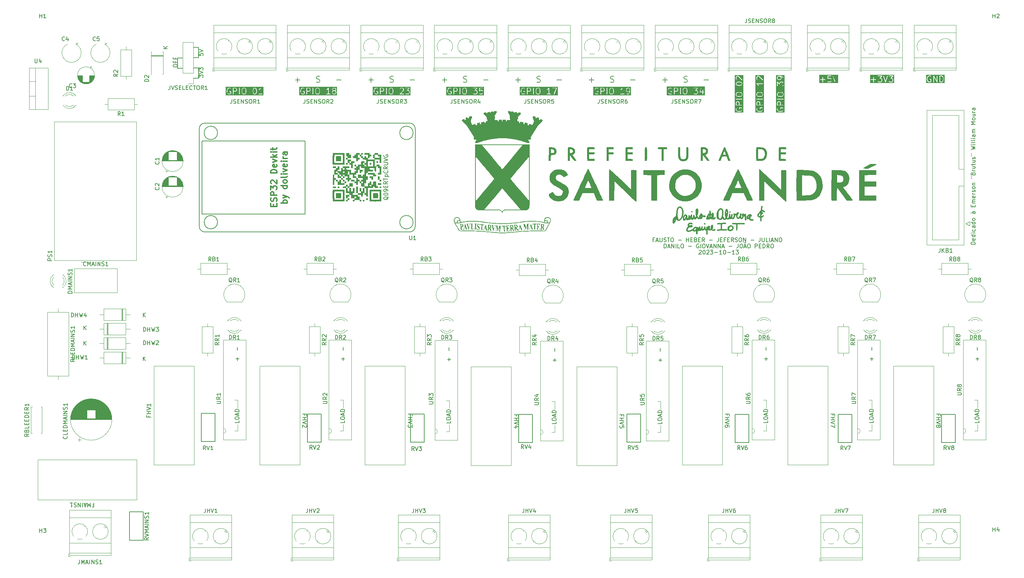
<source format=gbr>
%TF.GenerationSoftware,KiCad,Pcbnew,7.0.9-7.0.9~ubuntu23.04.1*%
%TF.CreationDate,2023-11-23T11:23:06-03:00*%
%TF.ProjectId,projeto_luz_prefeitura_02,70726f6a-6574-46f5-9f6c-757a5f707265,rev?*%
%TF.SameCoordinates,Original*%
%TF.FileFunction,Legend,Top*%
%TF.FilePolarity,Positive*%
%FSLAX46Y46*%
G04 Gerber Fmt 4.6, Leading zero omitted, Abs format (unit mm)*
G04 Created by KiCad (PCBNEW 7.0.9-7.0.9~ubuntu23.04.1) date 2023-11-23 11:23:06*
%MOMM*%
%LPD*%
G01*
G04 APERTURE LIST*
%ADD10C,0.150000*%
%ADD11C,0.300000*%
%ADD12C,0.120000*%
%ADD13C,0.200000*%
G04 APERTURE END LIST*
D10*
X59690000Y-40640000D02*
X60960000Y-40640000D01*
X63560000Y-40630000D02*
X64830000Y-40630000D01*
X60960000Y-38100000D02*
X59690000Y-38100000D01*
X64830000Y-38090000D02*
X63560000Y-38090000D01*
X63560000Y-35550000D02*
X64830000Y-35550000D01*
X64830000Y-43170000D02*
X63560000Y-43170000D01*
X64830000Y-40630000D02*
X64830000Y-43170000D01*
X59690000Y-38100000D02*
X59690000Y-40640000D01*
X64830000Y-35550000D02*
X64830000Y-38090000D01*
G36*
X222463978Y-44342414D02*
G01*
X217818965Y-44342414D01*
X217818965Y-43468676D01*
X218033251Y-43468676D01*
X218042160Y-43519200D01*
X218081460Y-43552177D01*
X218107112Y-43556700D01*
X218603541Y-43556700D01*
X218603541Y-44053128D01*
X218621088Y-44101337D01*
X218665517Y-44126989D01*
X218716041Y-44118080D01*
X218749018Y-44078780D01*
X218753541Y-44053128D01*
X218753541Y-43556700D01*
X219249970Y-43556700D01*
X219298179Y-43539153D01*
X219323831Y-43494724D01*
X219314922Y-43444200D01*
X219275622Y-43411223D01*
X219249970Y-43406700D01*
X218753541Y-43406700D01*
X218753541Y-43260878D01*
X219818113Y-43260878D01*
X219824642Y-43285247D01*
X219830862Y-43309667D01*
X219831261Y-43309954D01*
X219831390Y-43310433D01*
X219852051Y-43324900D01*
X219872518Y-43339613D01*
X219873011Y-43339575D01*
X219873416Y-43339859D01*
X219898522Y-43337662D01*
X219923678Y-43335775D01*
X219924031Y-43335430D01*
X219924524Y-43335387D01*
X219945860Y-43320447D01*
X220008682Y-43257624D01*
X220124818Y-43199557D01*
X220446550Y-43199557D01*
X220562684Y-43257623D01*
X220616901Y-43311840D01*
X220674970Y-43427976D01*
X220674970Y-43749708D01*
X220616901Y-43865844D01*
X220562684Y-43920061D01*
X220446550Y-43978128D01*
X220124818Y-43978128D01*
X220008682Y-43920060D01*
X219945860Y-43857238D01*
X219899364Y-43835557D01*
X219849809Y-43848834D01*
X219820383Y-43890859D01*
X219824853Y-43941967D01*
X219839794Y-43963304D01*
X219911222Y-44034733D01*
X219912703Y-44035424D01*
X219930714Y-44048782D01*
X220073573Y-44120210D01*
X220078025Y-44120722D01*
X220081461Y-44123605D01*
X220107113Y-44128128D01*
X220464255Y-44128128D01*
X220468467Y-44126594D01*
X220472829Y-44127637D01*
X220497796Y-44120210D01*
X220640654Y-44048782D01*
X220641778Y-44047594D01*
X220660146Y-44034733D01*
X220731574Y-43963304D01*
X220732266Y-43961819D01*
X220745623Y-43943812D01*
X220817052Y-43800955D01*
X220817564Y-43796501D01*
X220820447Y-43793066D01*
X220824970Y-43767414D01*
X220824970Y-43410271D01*
X220823436Y-43406057D01*
X220824478Y-43401696D01*
X220817052Y-43376730D01*
X220745623Y-43233873D01*
X220744436Y-43232749D01*
X220731574Y-43214381D01*
X220660146Y-43142952D01*
X220658664Y-43142260D01*
X220640654Y-43128903D01*
X220497796Y-43057475D01*
X220493342Y-43056962D01*
X220489907Y-43054080D01*
X220464255Y-43049557D01*
X220107113Y-43049557D01*
X220102900Y-43051090D01*
X220098539Y-43050048D01*
X220073573Y-43057475D01*
X219984754Y-43101883D01*
X220032129Y-42628128D01*
X220678541Y-42628128D01*
X220726750Y-42610581D01*
X220752402Y-42566152D01*
X220749744Y-42551079D01*
X221103569Y-42551079D01*
X221107390Y-42576845D01*
X221607390Y-44076845D01*
X221608732Y-44078536D01*
X221608791Y-44080695D01*
X221624540Y-44098456D01*
X221639281Y-44117031D01*
X221641394Y-44117463D01*
X221642828Y-44119080D01*
X221666298Y-44122560D01*
X221689542Y-44127317D01*
X221691441Y-44126288D01*
X221693577Y-44126605D01*
X221713790Y-44114186D01*
X221734656Y-44102888D01*
X221735449Y-44100880D01*
X221737289Y-44099750D01*
X221749692Y-44076845D01*
X222249692Y-42576845D01*
X222248291Y-42525561D01*
X222214254Y-42487176D01*
X222163505Y-42479650D01*
X222119793Y-42506505D01*
X222107390Y-42529411D01*
X221678541Y-43815958D01*
X221249692Y-42529411D01*
X221217801Y-42489225D01*
X221167540Y-42478939D01*
X221122426Y-42503368D01*
X221103569Y-42551079D01*
X220749744Y-42551079D01*
X220743493Y-42515628D01*
X220704193Y-42482651D01*
X220678541Y-42478128D01*
X219964255Y-42478128D01*
X219949287Y-42483575D01*
X219933404Y-42484767D01*
X219925897Y-42492089D01*
X219916046Y-42495675D01*
X219908082Y-42509468D01*
X219896680Y-42520591D01*
X219891949Y-42537410D01*
X219890394Y-42540104D01*
X219890701Y-42541846D01*
X219889627Y-42545666D01*
X219818199Y-43259951D01*
X219818321Y-43260431D01*
X219818113Y-43260878D01*
X218753541Y-43260878D01*
X218753541Y-42910271D01*
X218735994Y-42862062D01*
X218691565Y-42836410D01*
X218641041Y-42845319D01*
X218608064Y-42884619D01*
X218603541Y-42910271D01*
X218603541Y-43406700D01*
X218107112Y-43406700D01*
X218058903Y-43424247D01*
X218033251Y-43468676D01*
X217818965Y-43468676D01*
X217818965Y-42263842D01*
X222463978Y-42263842D01*
X222463978Y-44342414D01*
G37*
G36*
X197904558Y-49051638D02*
G01*
X197958774Y-49105854D01*
X198016842Y-49221989D01*
X198016842Y-49700714D01*
X197381128Y-49700714D01*
X197381128Y-49221990D01*
X197439196Y-49105854D01*
X197493412Y-49051637D01*
X197609547Y-48993571D01*
X197788423Y-48993571D01*
X197904558Y-49051638D01*
G37*
G36*
X198553499Y-46772007D02*
G01*
X198673060Y-46891569D01*
X198731128Y-47007703D01*
X198731128Y-47258008D01*
X198673060Y-47374144D01*
X198553498Y-47493705D01*
X198296894Y-47557856D01*
X197815362Y-47557856D01*
X197558757Y-47493705D01*
X197439196Y-47374144D01*
X197381128Y-47258008D01*
X197381128Y-47007704D01*
X197439195Y-46891569D01*
X197558757Y-46772007D01*
X197815362Y-46707856D01*
X198296894Y-46707856D01*
X198553499Y-46772007D01*
G37*
G36*
X198494238Y-44203620D02*
G01*
X198618844Y-44265924D01*
X198673061Y-44320140D01*
X198731128Y-44436274D01*
X198731128Y-44543722D01*
X198673060Y-44659857D01*
X198618844Y-44714073D01*
X198494237Y-44776377D01*
X198225466Y-44843570D01*
X197886791Y-44843570D01*
X197618018Y-44776377D01*
X197493412Y-44714074D01*
X197439196Y-44659858D01*
X197381128Y-44543722D01*
X197381128Y-44436275D01*
X197439195Y-44320140D01*
X197493412Y-44265923D01*
X197618018Y-44203620D01*
X197886791Y-44136427D01*
X198225466Y-44136427D01*
X198494238Y-44203620D01*
G37*
G36*
X199095414Y-51636428D02*
G01*
X197016842Y-51636428D01*
X197016842Y-50847142D01*
X197231128Y-50847142D01*
X197231688Y-50848680D01*
X197234977Y-50870859D01*
X197306406Y-51085145D01*
X197309193Y-51088657D01*
X197309584Y-51093124D01*
X197324524Y-51114461D01*
X197467381Y-51257318D01*
X197468866Y-51258010D01*
X197486873Y-51271367D01*
X197629730Y-51342796D01*
X197633258Y-51343202D01*
X197645081Y-51348475D01*
X197930795Y-51419903D01*
X197934243Y-51419542D01*
X197948985Y-51422142D01*
X198163271Y-51422142D01*
X198166528Y-51420956D01*
X198181461Y-51419903D01*
X198467175Y-51348475D01*
X198470119Y-51346486D01*
X198482526Y-51342796D01*
X198625383Y-51271367D01*
X198626506Y-51270180D01*
X198644875Y-51257318D01*
X198787733Y-51114461D01*
X198789627Y-51110397D01*
X198793449Y-51108050D01*
X198805851Y-51085145D01*
X198877279Y-50870859D01*
X198877234Y-50869224D01*
X198881128Y-50847142D01*
X198881128Y-50704285D01*
X198880567Y-50702746D01*
X198877279Y-50680568D01*
X198805851Y-50466282D01*
X198803063Y-50462770D01*
X198802673Y-50458302D01*
X198787733Y-50436966D01*
X198716304Y-50365538D01*
X198701466Y-50358619D01*
X198688923Y-50348094D01*
X198672795Y-50345250D01*
X198669807Y-50343857D01*
X198667856Y-50344379D01*
X198663271Y-50343571D01*
X198163271Y-50343571D01*
X198144962Y-50350234D01*
X198125771Y-50353619D01*
X198121420Y-50358803D01*
X198115062Y-50361118D01*
X198105319Y-50377991D01*
X198092794Y-50392919D01*
X198091076Y-50402661D01*
X198089410Y-50405547D01*
X198089988Y-50408829D01*
X198088271Y-50418571D01*
X198088271Y-50704285D01*
X198105818Y-50752494D01*
X198150247Y-50778146D01*
X198200771Y-50769237D01*
X198233748Y-50729937D01*
X198238271Y-50704285D01*
X198238271Y-50493571D01*
X198632205Y-50493571D01*
X198669148Y-50530513D01*
X198731128Y-50716454D01*
X198731128Y-50834972D01*
X198669147Y-51020913D01*
X198547415Y-51142646D01*
X198422808Y-51204949D01*
X198154037Y-51272142D01*
X197958219Y-51272142D01*
X197689447Y-51204949D01*
X197564841Y-51142646D01*
X197443109Y-51020914D01*
X197381128Y-50834971D01*
X197381128Y-50650562D01*
X197444639Y-50523540D01*
X197450504Y-50472573D01*
X197422238Y-50429760D01*
X197373063Y-50415134D01*
X197325992Y-50435537D01*
X197310475Y-50456458D01*
X197239046Y-50599316D01*
X197238533Y-50603769D01*
X197235651Y-50607205D01*
X197231128Y-50632857D01*
X197231128Y-50847142D01*
X197016842Y-50847142D01*
X197016842Y-49775714D01*
X197231128Y-49775714D01*
X197237791Y-49794022D01*
X197241176Y-49813214D01*
X197246360Y-49817564D01*
X197248675Y-49823923D01*
X197265548Y-49833665D01*
X197280476Y-49846191D01*
X197290218Y-49847908D01*
X197293104Y-49849575D01*
X197296386Y-49848996D01*
X197306128Y-49850714D01*
X198806128Y-49850714D01*
X198854337Y-49833167D01*
X198879989Y-49788738D01*
X198871080Y-49738214D01*
X198831780Y-49705237D01*
X198806128Y-49700714D01*
X198166842Y-49700714D01*
X198166842Y-49204285D01*
X198165308Y-49200072D01*
X198166351Y-49195711D01*
X198158924Y-49170744D01*
X198087496Y-49027887D01*
X198086309Y-49026763D01*
X198073447Y-49008395D01*
X198002018Y-48936966D01*
X198000536Y-48936275D01*
X197982526Y-48922917D01*
X197839669Y-48851489D01*
X197835215Y-48850976D01*
X197831780Y-48848094D01*
X197806128Y-48843571D01*
X197591842Y-48843571D01*
X197587629Y-48845104D01*
X197583268Y-48844062D01*
X197558301Y-48851489D01*
X197415444Y-48922917D01*
X197414319Y-48924104D01*
X197395952Y-48936966D01*
X197324524Y-49008395D01*
X197323833Y-49009876D01*
X197310475Y-49027887D01*
X197239046Y-49170744D01*
X197238533Y-49175197D01*
X197235651Y-49178633D01*
X197231128Y-49204285D01*
X197231128Y-49775714D01*
X197016842Y-49775714D01*
X197016842Y-48262690D01*
X197232267Y-48262690D01*
X197241176Y-48313214D01*
X197280476Y-48346191D01*
X197306128Y-48350714D01*
X198806128Y-48350714D01*
X198854337Y-48333167D01*
X198879989Y-48288738D01*
X198871080Y-48238214D01*
X198831780Y-48205237D01*
X198806128Y-48200714D01*
X197306128Y-48200714D01*
X197257919Y-48218261D01*
X197232267Y-48262690D01*
X197016842Y-48262690D01*
X197016842Y-47275713D01*
X197231128Y-47275713D01*
X197232661Y-47279926D01*
X197231620Y-47284287D01*
X197239046Y-47309254D01*
X197310475Y-47452112D01*
X197311664Y-47453237D01*
X197324524Y-47471604D01*
X197467381Y-47614461D01*
X197474088Y-47617588D01*
X197478435Y-47623579D01*
X197502224Y-47634189D01*
X197787938Y-47705617D01*
X197791386Y-47705256D01*
X197806128Y-47707856D01*
X198306128Y-47707856D01*
X198309385Y-47706670D01*
X198324318Y-47705617D01*
X198610032Y-47634189D01*
X198616164Y-47630046D01*
X198623538Y-47629402D01*
X198644875Y-47614461D01*
X198787733Y-47471604D01*
X198788424Y-47470122D01*
X198801782Y-47452112D01*
X198873210Y-47309253D01*
X198873722Y-47304800D01*
X198876605Y-47301365D01*
X198881128Y-47275713D01*
X198881128Y-46989999D01*
X198879594Y-46985786D01*
X198880637Y-46981425D01*
X198873210Y-46956458D01*
X198801782Y-46813601D01*
X198800592Y-46812475D01*
X198787733Y-46794109D01*
X198644875Y-46651252D01*
X198638167Y-46648124D01*
X198633821Y-46642134D01*
X198610032Y-46631524D01*
X198324318Y-46560095D01*
X198320869Y-46560455D01*
X198306128Y-46557856D01*
X197806128Y-46557856D01*
X197802871Y-46559041D01*
X197787937Y-46560095D01*
X197502224Y-46631524D01*
X197496090Y-46635667D01*
X197488718Y-46636312D01*
X197467381Y-46651252D01*
X197324524Y-46794109D01*
X197323833Y-46795590D01*
X197310475Y-46813601D01*
X197239046Y-46956458D01*
X197238533Y-46960911D01*
X197235651Y-46964347D01*
X197231128Y-46989999D01*
X197231128Y-47275713D01*
X197016842Y-47275713D01*
X197016842Y-44561427D01*
X197231128Y-44561427D01*
X197232661Y-44565640D01*
X197231620Y-44570001D01*
X197239046Y-44594968D01*
X197310475Y-44737826D01*
X197311664Y-44738951D01*
X197324524Y-44757318D01*
X197395952Y-44828746D01*
X197397437Y-44829438D01*
X197415444Y-44842795D01*
X197558301Y-44914224D01*
X197561829Y-44914630D01*
X197573652Y-44919903D01*
X197859367Y-44991331D01*
X197862815Y-44990970D01*
X197877557Y-44993570D01*
X198234700Y-44993570D01*
X198237957Y-44992384D01*
X198252890Y-44991331D01*
X198538604Y-44919903D01*
X198541548Y-44917914D01*
X198553955Y-44914224D01*
X198696812Y-44842795D01*
X198697935Y-44841608D01*
X198716304Y-44828746D01*
X198787733Y-44757318D01*
X198788424Y-44755836D01*
X198801782Y-44737826D01*
X198873210Y-44594967D01*
X198873722Y-44590514D01*
X198876605Y-44587079D01*
X198881128Y-44561427D01*
X198881128Y-44418570D01*
X198879594Y-44414357D01*
X198880637Y-44409996D01*
X198873210Y-44385029D01*
X198801782Y-44242172D01*
X198800594Y-44241047D01*
X198787733Y-44222680D01*
X198716304Y-44151252D01*
X198714822Y-44150561D01*
X198696812Y-44137203D01*
X198553955Y-44065774D01*
X198550426Y-44065367D01*
X198538604Y-44060095D01*
X198252890Y-43988666D01*
X198249441Y-43989026D01*
X198234700Y-43986427D01*
X197877557Y-43986427D01*
X197874299Y-43987612D01*
X197859366Y-43988666D01*
X197573652Y-44060095D01*
X197570707Y-44062083D01*
X197558301Y-44065774D01*
X197415444Y-44137203D01*
X197414318Y-44138392D01*
X197395952Y-44151252D01*
X197324524Y-44222680D01*
X197323833Y-44224161D01*
X197310475Y-44242172D01*
X197239046Y-44385029D01*
X197238533Y-44389482D01*
X197235651Y-44392918D01*
X197231128Y-44418570D01*
X197231128Y-44561427D01*
X197016842Y-44561427D01*
X197016842Y-43275714D01*
X197231128Y-43275714D01*
X197232661Y-43279927D01*
X197231620Y-43284289D01*
X197239046Y-43309255D01*
X197310475Y-43452112D01*
X197311664Y-43453237D01*
X197324524Y-43471604D01*
X197395952Y-43543032D01*
X197442448Y-43564713D01*
X197492003Y-43551436D01*
X197521429Y-43509410D01*
X197516958Y-43458303D01*
X197502018Y-43436966D01*
X197439195Y-43374143D01*
X197381128Y-43258008D01*
X197381128Y-42936276D01*
X197439196Y-42820140D01*
X197493412Y-42765923D01*
X197609547Y-42707856D01*
X197722530Y-42707856D01*
X197908471Y-42769837D01*
X198753095Y-43614461D01*
X198773550Y-43623999D01*
X198793104Y-43635289D01*
X198796483Y-43634693D01*
X198799591Y-43636142D01*
X198821392Y-43630300D01*
X198843628Y-43626380D01*
X198845832Y-43623752D01*
X198849146Y-43622865D01*
X198862091Y-43604376D01*
X198876605Y-43587080D01*
X198877413Y-43582493D01*
X198878572Y-43580839D01*
X198878284Y-43577554D01*
X198881128Y-43561428D01*
X198881128Y-42632856D01*
X198863581Y-42584647D01*
X198819152Y-42558995D01*
X198768628Y-42567904D01*
X198735651Y-42607204D01*
X198731128Y-42632856D01*
X198731128Y-43380362D01*
X198002018Y-42651252D01*
X197997953Y-42649356D01*
X197995607Y-42645537D01*
X197972702Y-42633134D01*
X197758417Y-42561705D01*
X197756782Y-42561749D01*
X197734700Y-42557856D01*
X197591842Y-42557856D01*
X197587628Y-42559389D01*
X197583267Y-42558348D01*
X197558301Y-42565774D01*
X197415444Y-42637203D01*
X197414319Y-42638390D01*
X197395952Y-42651252D01*
X197324524Y-42722681D01*
X197323833Y-42724162D01*
X197310475Y-42742173D01*
X197239046Y-42885030D01*
X197238533Y-42889483D01*
X197235651Y-42892919D01*
X197231128Y-42918571D01*
X197231128Y-43275714D01*
X197016842Y-43275714D01*
X197016842Y-42343570D01*
X199095414Y-42343570D01*
X199095414Y-51636428D01*
G37*
X93887629Y-44048700D02*
X94101915Y-44120128D01*
X94101915Y-44120128D02*
X94459057Y-44120128D01*
X94459057Y-44120128D02*
X94601915Y-44048700D01*
X94601915Y-44048700D02*
X94673343Y-43977271D01*
X94673343Y-43977271D02*
X94744772Y-43834414D01*
X94744772Y-43834414D02*
X94744772Y-43691557D01*
X94744772Y-43691557D02*
X94673343Y-43548700D01*
X94673343Y-43548700D02*
X94601915Y-43477271D01*
X94601915Y-43477271D02*
X94459057Y-43405842D01*
X94459057Y-43405842D02*
X94173343Y-43334414D01*
X94173343Y-43334414D02*
X94030486Y-43262985D01*
X94030486Y-43262985D02*
X93959057Y-43191557D01*
X93959057Y-43191557D02*
X93887629Y-43048700D01*
X93887629Y-43048700D02*
X93887629Y-42905842D01*
X93887629Y-42905842D02*
X93959057Y-42762985D01*
X93959057Y-42762985D02*
X94030486Y-42691557D01*
X94030486Y-42691557D02*
X94173343Y-42620128D01*
X94173343Y-42620128D02*
X94530486Y-42620128D01*
X94530486Y-42620128D02*
X94744772Y-42691557D01*
X177135237Y-82989009D02*
X176801904Y-82989009D01*
X176801904Y-83512819D02*
X176801904Y-82512819D01*
X176801904Y-82512819D02*
X177278094Y-82512819D01*
X177611428Y-83227104D02*
X178087618Y-83227104D01*
X177516190Y-83512819D02*
X177849523Y-82512819D01*
X177849523Y-82512819D02*
X178182856Y-83512819D01*
X178516190Y-82512819D02*
X178516190Y-83322342D01*
X178516190Y-83322342D02*
X178563809Y-83417580D01*
X178563809Y-83417580D02*
X178611428Y-83465200D01*
X178611428Y-83465200D02*
X178706666Y-83512819D01*
X178706666Y-83512819D02*
X178897142Y-83512819D01*
X178897142Y-83512819D02*
X178992380Y-83465200D01*
X178992380Y-83465200D02*
X179039999Y-83417580D01*
X179039999Y-83417580D02*
X179087618Y-83322342D01*
X179087618Y-83322342D02*
X179087618Y-82512819D01*
X179516190Y-83465200D02*
X179659047Y-83512819D01*
X179659047Y-83512819D02*
X179897142Y-83512819D01*
X179897142Y-83512819D02*
X179992380Y-83465200D01*
X179992380Y-83465200D02*
X180039999Y-83417580D01*
X180039999Y-83417580D02*
X180087618Y-83322342D01*
X180087618Y-83322342D02*
X180087618Y-83227104D01*
X180087618Y-83227104D02*
X180039999Y-83131866D01*
X180039999Y-83131866D02*
X179992380Y-83084247D01*
X179992380Y-83084247D02*
X179897142Y-83036628D01*
X179897142Y-83036628D02*
X179706666Y-82989009D01*
X179706666Y-82989009D02*
X179611428Y-82941390D01*
X179611428Y-82941390D02*
X179563809Y-82893771D01*
X179563809Y-82893771D02*
X179516190Y-82798533D01*
X179516190Y-82798533D02*
X179516190Y-82703295D01*
X179516190Y-82703295D02*
X179563809Y-82608057D01*
X179563809Y-82608057D02*
X179611428Y-82560438D01*
X179611428Y-82560438D02*
X179706666Y-82512819D01*
X179706666Y-82512819D02*
X179944761Y-82512819D01*
X179944761Y-82512819D02*
X180087618Y-82560438D01*
X180373333Y-82512819D02*
X180944761Y-82512819D01*
X180659047Y-83512819D02*
X180659047Y-82512819D01*
X181468571Y-82512819D02*
X181659047Y-82512819D01*
X181659047Y-82512819D02*
X181754285Y-82560438D01*
X181754285Y-82560438D02*
X181849523Y-82655676D01*
X181849523Y-82655676D02*
X181897142Y-82846152D01*
X181897142Y-82846152D02*
X181897142Y-83179485D01*
X181897142Y-83179485D02*
X181849523Y-83369961D01*
X181849523Y-83369961D02*
X181754285Y-83465200D01*
X181754285Y-83465200D02*
X181659047Y-83512819D01*
X181659047Y-83512819D02*
X181468571Y-83512819D01*
X181468571Y-83512819D02*
X181373333Y-83465200D01*
X181373333Y-83465200D02*
X181278095Y-83369961D01*
X181278095Y-83369961D02*
X181230476Y-83179485D01*
X181230476Y-83179485D02*
X181230476Y-82846152D01*
X181230476Y-82846152D02*
X181278095Y-82655676D01*
X181278095Y-82655676D02*
X181373333Y-82560438D01*
X181373333Y-82560438D02*
X181468571Y-82512819D01*
X183087619Y-83131866D02*
X183849524Y-83131866D01*
X185087619Y-83512819D02*
X185087619Y-82512819D01*
X185087619Y-82989009D02*
X185659047Y-82989009D01*
X185659047Y-83512819D02*
X185659047Y-82512819D01*
X186135238Y-82989009D02*
X186468571Y-82989009D01*
X186611428Y-83512819D02*
X186135238Y-83512819D01*
X186135238Y-83512819D02*
X186135238Y-82512819D01*
X186135238Y-82512819D02*
X186611428Y-82512819D01*
X187373333Y-82989009D02*
X187516190Y-83036628D01*
X187516190Y-83036628D02*
X187563809Y-83084247D01*
X187563809Y-83084247D02*
X187611428Y-83179485D01*
X187611428Y-83179485D02*
X187611428Y-83322342D01*
X187611428Y-83322342D02*
X187563809Y-83417580D01*
X187563809Y-83417580D02*
X187516190Y-83465200D01*
X187516190Y-83465200D02*
X187420952Y-83512819D01*
X187420952Y-83512819D02*
X187040000Y-83512819D01*
X187040000Y-83512819D02*
X187040000Y-82512819D01*
X187040000Y-82512819D02*
X187373333Y-82512819D01*
X187373333Y-82512819D02*
X187468571Y-82560438D01*
X187468571Y-82560438D02*
X187516190Y-82608057D01*
X187516190Y-82608057D02*
X187563809Y-82703295D01*
X187563809Y-82703295D02*
X187563809Y-82798533D01*
X187563809Y-82798533D02*
X187516190Y-82893771D01*
X187516190Y-82893771D02*
X187468571Y-82941390D01*
X187468571Y-82941390D02*
X187373333Y-82989009D01*
X187373333Y-82989009D02*
X187040000Y-82989009D01*
X188040000Y-82989009D02*
X188373333Y-82989009D01*
X188516190Y-83512819D02*
X188040000Y-83512819D01*
X188040000Y-83512819D02*
X188040000Y-82512819D01*
X188040000Y-82512819D02*
X188516190Y-82512819D01*
X189516190Y-83512819D02*
X189182857Y-83036628D01*
X188944762Y-83512819D02*
X188944762Y-82512819D01*
X188944762Y-82512819D02*
X189325714Y-82512819D01*
X189325714Y-82512819D02*
X189420952Y-82560438D01*
X189420952Y-82560438D02*
X189468571Y-82608057D01*
X189468571Y-82608057D02*
X189516190Y-82703295D01*
X189516190Y-82703295D02*
X189516190Y-82846152D01*
X189516190Y-82846152D02*
X189468571Y-82941390D01*
X189468571Y-82941390D02*
X189420952Y-82989009D01*
X189420952Y-82989009D02*
X189325714Y-83036628D01*
X189325714Y-83036628D02*
X188944762Y-83036628D01*
X190706667Y-83131866D02*
X191468572Y-83131866D01*
X192992381Y-82512819D02*
X192992381Y-83227104D01*
X192992381Y-83227104D02*
X192944762Y-83369961D01*
X192944762Y-83369961D02*
X192849524Y-83465200D01*
X192849524Y-83465200D02*
X192706667Y-83512819D01*
X192706667Y-83512819D02*
X192611429Y-83512819D01*
X193468572Y-82989009D02*
X193801905Y-82989009D01*
X193944762Y-83512819D02*
X193468572Y-83512819D01*
X193468572Y-83512819D02*
X193468572Y-82512819D01*
X193468572Y-82512819D02*
X193944762Y-82512819D01*
X194706667Y-82989009D02*
X194373334Y-82989009D01*
X194373334Y-83512819D02*
X194373334Y-82512819D01*
X194373334Y-82512819D02*
X194849524Y-82512819D01*
X195230477Y-82989009D02*
X195563810Y-82989009D01*
X195706667Y-83512819D02*
X195230477Y-83512819D01*
X195230477Y-83512819D02*
X195230477Y-82512819D01*
X195230477Y-82512819D02*
X195706667Y-82512819D01*
X196706667Y-83512819D02*
X196373334Y-83036628D01*
X196135239Y-83512819D02*
X196135239Y-82512819D01*
X196135239Y-82512819D02*
X196516191Y-82512819D01*
X196516191Y-82512819D02*
X196611429Y-82560438D01*
X196611429Y-82560438D02*
X196659048Y-82608057D01*
X196659048Y-82608057D02*
X196706667Y-82703295D01*
X196706667Y-82703295D02*
X196706667Y-82846152D01*
X196706667Y-82846152D02*
X196659048Y-82941390D01*
X196659048Y-82941390D02*
X196611429Y-82989009D01*
X196611429Y-82989009D02*
X196516191Y-83036628D01*
X196516191Y-83036628D02*
X196135239Y-83036628D01*
X197087620Y-83465200D02*
X197230477Y-83512819D01*
X197230477Y-83512819D02*
X197468572Y-83512819D01*
X197468572Y-83512819D02*
X197563810Y-83465200D01*
X197563810Y-83465200D02*
X197611429Y-83417580D01*
X197611429Y-83417580D02*
X197659048Y-83322342D01*
X197659048Y-83322342D02*
X197659048Y-83227104D01*
X197659048Y-83227104D02*
X197611429Y-83131866D01*
X197611429Y-83131866D02*
X197563810Y-83084247D01*
X197563810Y-83084247D02*
X197468572Y-83036628D01*
X197468572Y-83036628D02*
X197278096Y-82989009D01*
X197278096Y-82989009D02*
X197182858Y-82941390D01*
X197182858Y-82941390D02*
X197135239Y-82893771D01*
X197135239Y-82893771D02*
X197087620Y-82798533D01*
X197087620Y-82798533D02*
X197087620Y-82703295D01*
X197087620Y-82703295D02*
X197135239Y-82608057D01*
X197135239Y-82608057D02*
X197182858Y-82560438D01*
X197182858Y-82560438D02*
X197278096Y-82512819D01*
X197278096Y-82512819D02*
X197516191Y-82512819D01*
X197516191Y-82512819D02*
X197659048Y-82560438D01*
X198278096Y-82512819D02*
X198468572Y-82512819D01*
X198468572Y-82512819D02*
X198563810Y-82560438D01*
X198563810Y-82560438D02*
X198659048Y-82655676D01*
X198659048Y-82655676D02*
X198706667Y-82846152D01*
X198706667Y-82846152D02*
X198706667Y-83179485D01*
X198706667Y-83179485D02*
X198659048Y-83369961D01*
X198659048Y-83369961D02*
X198563810Y-83465200D01*
X198563810Y-83465200D02*
X198468572Y-83512819D01*
X198468572Y-83512819D02*
X198278096Y-83512819D01*
X198278096Y-83512819D02*
X198182858Y-83465200D01*
X198182858Y-83465200D02*
X198087620Y-83369961D01*
X198087620Y-83369961D02*
X198040001Y-83179485D01*
X198040001Y-83179485D02*
X198040001Y-82846152D01*
X198040001Y-82846152D02*
X198087620Y-82655676D01*
X198087620Y-82655676D02*
X198182858Y-82560438D01*
X198182858Y-82560438D02*
X198278096Y-82512819D01*
X199135239Y-83512819D02*
X199135239Y-82512819D01*
X199135239Y-82512819D02*
X199706667Y-83512819D01*
X199706667Y-83512819D02*
X199706667Y-82512819D01*
X200944763Y-83131866D02*
X201706668Y-83131866D01*
X203230477Y-82512819D02*
X203230477Y-83227104D01*
X203230477Y-83227104D02*
X203182858Y-83369961D01*
X203182858Y-83369961D02*
X203087620Y-83465200D01*
X203087620Y-83465200D02*
X202944763Y-83512819D01*
X202944763Y-83512819D02*
X202849525Y-83512819D01*
X203706668Y-82512819D02*
X203706668Y-83322342D01*
X203706668Y-83322342D02*
X203754287Y-83417580D01*
X203754287Y-83417580D02*
X203801906Y-83465200D01*
X203801906Y-83465200D02*
X203897144Y-83512819D01*
X203897144Y-83512819D02*
X204087620Y-83512819D01*
X204087620Y-83512819D02*
X204182858Y-83465200D01*
X204182858Y-83465200D02*
X204230477Y-83417580D01*
X204230477Y-83417580D02*
X204278096Y-83322342D01*
X204278096Y-83322342D02*
X204278096Y-82512819D01*
X205230477Y-83512819D02*
X204754287Y-83512819D01*
X204754287Y-83512819D02*
X204754287Y-82512819D01*
X205563811Y-83512819D02*
X205563811Y-82512819D01*
X205992382Y-83227104D02*
X206468572Y-83227104D01*
X205897144Y-83512819D02*
X206230477Y-82512819D01*
X206230477Y-82512819D02*
X206563810Y-83512819D01*
X206897144Y-83512819D02*
X206897144Y-82512819D01*
X206897144Y-82512819D02*
X207468572Y-83512819D01*
X207468572Y-83512819D02*
X207468572Y-82512819D01*
X208135239Y-82512819D02*
X208325715Y-82512819D01*
X208325715Y-82512819D02*
X208420953Y-82560438D01*
X208420953Y-82560438D02*
X208516191Y-82655676D01*
X208516191Y-82655676D02*
X208563810Y-82846152D01*
X208563810Y-82846152D02*
X208563810Y-83179485D01*
X208563810Y-83179485D02*
X208516191Y-83369961D01*
X208516191Y-83369961D02*
X208420953Y-83465200D01*
X208420953Y-83465200D02*
X208325715Y-83512819D01*
X208325715Y-83512819D02*
X208135239Y-83512819D01*
X208135239Y-83512819D02*
X208040001Y-83465200D01*
X208040001Y-83465200D02*
X207944763Y-83369961D01*
X207944763Y-83369961D02*
X207897144Y-83179485D01*
X207897144Y-83179485D02*
X207897144Y-82846152D01*
X207897144Y-82846152D02*
X207944763Y-82655676D01*
X207944763Y-82655676D02*
X208040001Y-82560438D01*
X208040001Y-82560438D02*
X208135239Y-82512819D01*
X64969819Y-42928458D02*
X64969819Y-42309411D01*
X64969819Y-42309411D02*
X65350771Y-42642744D01*
X65350771Y-42642744D02*
X65350771Y-42499887D01*
X65350771Y-42499887D02*
X65398390Y-42404649D01*
X65398390Y-42404649D02*
X65446009Y-42357030D01*
X65446009Y-42357030D02*
X65541247Y-42309411D01*
X65541247Y-42309411D02*
X65779342Y-42309411D01*
X65779342Y-42309411D02*
X65874580Y-42357030D01*
X65874580Y-42357030D02*
X65922200Y-42404649D01*
X65922200Y-42404649D02*
X65969819Y-42499887D01*
X65969819Y-42499887D02*
X65969819Y-42785601D01*
X65969819Y-42785601D02*
X65922200Y-42880839D01*
X65922200Y-42880839D02*
X65874580Y-42928458D01*
X64969819Y-42023696D02*
X65969819Y-41690363D01*
X65969819Y-41690363D02*
X64969819Y-41357030D01*
X64969819Y-41118934D02*
X64969819Y-40499887D01*
X64969819Y-40499887D02*
X65350771Y-40833220D01*
X65350771Y-40833220D02*
X65350771Y-40690363D01*
X65350771Y-40690363D02*
X65398390Y-40595125D01*
X65398390Y-40595125D02*
X65446009Y-40547506D01*
X65446009Y-40547506D02*
X65541247Y-40499887D01*
X65541247Y-40499887D02*
X65779342Y-40499887D01*
X65779342Y-40499887D02*
X65874580Y-40547506D01*
X65874580Y-40547506D02*
X65922200Y-40595125D01*
X65922200Y-40595125D02*
X65969819Y-40690363D01*
X65969819Y-40690363D02*
X65969819Y-40976077D01*
X65969819Y-40976077D02*
X65922200Y-41071315D01*
X65922200Y-41071315D02*
X65874580Y-41118934D01*
X112008829Y-44048700D02*
X112223115Y-44120128D01*
X112223115Y-44120128D02*
X112580257Y-44120128D01*
X112580257Y-44120128D02*
X112723115Y-44048700D01*
X112723115Y-44048700D02*
X112794543Y-43977271D01*
X112794543Y-43977271D02*
X112865972Y-43834414D01*
X112865972Y-43834414D02*
X112865972Y-43691557D01*
X112865972Y-43691557D02*
X112794543Y-43548700D01*
X112794543Y-43548700D02*
X112723115Y-43477271D01*
X112723115Y-43477271D02*
X112580257Y-43405842D01*
X112580257Y-43405842D02*
X112294543Y-43334414D01*
X112294543Y-43334414D02*
X112151686Y-43262985D01*
X112151686Y-43262985D02*
X112080257Y-43191557D01*
X112080257Y-43191557D02*
X112008829Y-43048700D01*
X112008829Y-43048700D02*
X112008829Y-42905842D01*
X112008829Y-42905842D02*
X112080257Y-42762985D01*
X112080257Y-42762985D02*
X112151686Y-42691557D01*
X112151686Y-42691557D02*
X112294543Y-42620128D01*
X112294543Y-42620128D02*
X112651686Y-42620128D01*
X112651686Y-42620128D02*
X112865972Y-42691557D01*
X171294471Y-43548700D02*
X172437329Y-43548700D01*
X116945971Y-43548700D02*
X118088829Y-43548700D01*
X58559819Y-40112744D02*
X58559819Y-39922268D01*
X58559819Y-39922268D02*
X58607438Y-39827030D01*
X58607438Y-39827030D02*
X58702676Y-39731792D01*
X58702676Y-39731792D02*
X58893152Y-39684173D01*
X58893152Y-39684173D02*
X59226485Y-39684173D01*
X59226485Y-39684173D02*
X59416961Y-39731792D01*
X59416961Y-39731792D02*
X59512200Y-39827030D01*
X59512200Y-39827030D02*
X59559819Y-39922268D01*
X59559819Y-39922268D02*
X59559819Y-40112744D01*
X59559819Y-40112744D02*
X59512200Y-40207982D01*
X59512200Y-40207982D02*
X59416961Y-40303220D01*
X59416961Y-40303220D02*
X59226485Y-40350839D01*
X59226485Y-40350839D02*
X58893152Y-40350839D01*
X58893152Y-40350839D02*
X58702676Y-40303220D01*
X58702676Y-40303220D02*
X58607438Y-40207982D01*
X58607438Y-40207982D02*
X58559819Y-40112744D01*
X59036009Y-38922268D02*
X59036009Y-39255601D01*
X59559819Y-39255601D02*
X58559819Y-39255601D01*
X58559819Y-39255601D02*
X58559819Y-38779411D01*
X59036009Y-38065125D02*
X59036009Y-38398458D01*
X59559819Y-38398458D02*
X58559819Y-38398458D01*
X58559819Y-38398458D02*
X58559819Y-37922268D01*
G36*
X202984558Y-49051638D02*
G01*
X203038774Y-49105854D01*
X203096842Y-49221989D01*
X203096842Y-49700714D01*
X202461128Y-49700714D01*
X202461128Y-49221990D01*
X202519196Y-49105854D01*
X202573412Y-49051637D01*
X202689547Y-48993571D01*
X202868423Y-48993571D01*
X202984558Y-49051638D01*
G37*
G36*
X203633499Y-46772007D02*
G01*
X203753060Y-46891569D01*
X203811128Y-47007703D01*
X203811128Y-47258008D01*
X203753060Y-47374144D01*
X203633498Y-47493705D01*
X203376894Y-47557856D01*
X202895362Y-47557856D01*
X202638757Y-47493705D01*
X202519196Y-47374144D01*
X202461128Y-47258008D01*
X202461128Y-47007704D01*
X202519195Y-46891569D01*
X202638757Y-46772007D01*
X202895362Y-46707856D01*
X203376894Y-46707856D01*
X203633499Y-46772007D01*
G37*
G36*
X204175414Y-51636428D02*
G01*
X202096842Y-51636428D01*
X202096842Y-50847142D01*
X202311128Y-50847142D01*
X202311688Y-50848680D01*
X202314977Y-50870859D01*
X202386406Y-51085145D01*
X202389193Y-51088657D01*
X202389584Y-51093124D01*
X202404524Y-51114461D01*
X202547381Y-51257318D01*
X202548866Y-51258010D01*
X202566873Y-51271367D01*
X202709730Y-51342796D01*
X202713258Y-51343202D01*
X202725081Y-51348475D01*
X203010795Y-51419903D01*
X203014243Y-51419542D01*
X203028985Y-51422142D01*
X203243271Y-51422142D01*
X203246528Y-51420956D01*
X203261461Y-51419903D01*
X203547175Y-51348475D01*
X203550119Y-51346486D01*
X203562526Y-51342796D01*
X203705383Y-51271367D01*
X203706506Y-51270180D01*
X203724875Y-51257318D01*
X203867733Y-51114461D01*
X203869627Y-51110397D01*
X203873449Y-51108050D01*
X203885851Y-51085145D01*
X203957279Y-50870859D01*
X203957234Y-50869224D01*
X203961128Y-50847142D01*
X203961128Y-50704285D01*
X203960567Y-50702746D01*
X203957279Y-50680568D01*
X203885851Y-50466282D01*
X203883063Y-50462770D01*
X203882673Y-50458302D01*
X203867733Y-50436966D01*
X203796304Y-50365538D01*
X203781466Y-50358619D01*
X203768923Y-50348094D01*
X203752795Y-50345250D01*
X203749807Y-50343857D01*
X203747856Y-50344379D01*
X203743271Y-50343571D01*
X203243271Y-50343571D01*
X203224962Y-50350234D01*
X203205771Y-50353619D01*
X203201420Y-50358803D01*
X203195062Y-50361118D01*
X203185319Y-50377991D01*
X203172794Y-50392919D01*
X203171076Y-50402661D01*
X203169410Y-50405547D01*
X203169988Y-50408829D01*
X203168271Y-50418571D01*
X203168271Y-50704285D01*
X203185818Y-50752494D01*
X203230247Y-50778146D01*
X203280771Y-50769237D01*
X203313748Y-50729937D01*
X203318271Y-50704285D01*
X203318271Y-50493571D01*
X203712205Y-50493571D01*
X203749148Y-50530513D01*
X203811128Y-50716454D01*
X203811128Y-50834972D01*
X203749147Y-51020913D01*
X203627415Y-51142646D01*
X203502808Y-51204949D01*
X203234037Y-51272142D01*
X203038219Y-51272142D01*
X202769447Y-51204949D01*
X202644841Y-51142646D01*
X202523109Y-51020914D01*
X202461128Y-50834971D01*
X202461128Y-50650562D01*
X202524639Y-50523540D01*
X202530504Y-50472573D01*
X202502238Y-50429760D01*
X202453063Y-50415134D01*
X202405992Y-50435537D01*
X202390475Y-50456458D01*
X202319046Y-50599316D01*
X202318533Y-50603769D01*
X202315651Y-50607205D01*
X202311128Y-50632857D01*
X202311128Y-50847142D01*
X202096842Y-50847142D01*
X202096842Y-49775714D01*
X202311128Y-49775714D01*
X202317791Y-49794022D01*
X202321176Y-49813214D01*
X202326360Y-49817564D01*
X202328675Y-49823923D01*
X202345548Y-49833665D01*
X202360476Y-49846191D01*
X202370218Y-49847908D01*
X202373104Y-49849575D01*
X202376386Y-49848996D01*
X202386128Y-49850714D01*
X203886128Y-49850714D01*
X203934337Y-49833167D01*
X203959989Y-49788738D01*
X203951080Y-49738214D01*
X203911780Y-49705237D01*
X203886128Y-49700714D01*
X203246842Y-49700714D01*
X203246842Y-49204285D01*
X203245308Y-49200072D01*
X203246351Y-49195711D01*
X203238924Y-49170744D01*
X203167496Y-49027887D01*
X203166309Y-49026763D01*
X203153447Y-49008395D01*
X203082018Y-48936966D01*
X203080536Y-48936275D01*
X203062526Y-48922917D01*
X202919669Y-48851489D01*
X202915215Y-48850976D01*
X202911780Y-48848094D01*
X202886128Y-48843571D01*
X202671842Y-48843571D01*
X202667629Y-48845104D01*
X202663268Y-48844062D01*
X202638301Y-48851489D01*
X202495444Y-48922917D01*
X202494319Y-48924104D01*
X202475952Y-48936966D01*
X202404524Y-49008395D01*
X202403833Y-49009876D01*
X202390475Y-49027887D01*
X202319046Y-49170744D01*
X202318533Y-49175197D01*
X202315651Y-49178633D01*
X202311128Y-49204285D01*
X202311128Y-49775714D01*
X202096842Y-49775714D01*
X202096842Y-48262690D01*
X202312267Y-48262690D01*
X202321176Y-48313214D01*
X202360476Y-48346191D01*
X202386128Y-48350714D01*
X203886128Y-48350714D01*
X203934337Y-48333167D01*
X203959989Y-48288738D01*
X203951080Y-48238214D01*
X203911780Y-48205237D01*
X203886128Y-48200714D01*
X202386128Y-48200714D01*
X202337919Y-48218261D01*
X202312267Y-48262690D01*
X202096842Y-48262690D01*
X202096842Y-47275713D01*
X202311128Y-47275713D01*
X202312661Y-47279926D01*
X202311620Y-47284287D01*
X202319046Y-47309254D01*
X202390475Y-47452112D01*
X202391664Y-47453237D01*
X202404524Y-47471604D01*
X202547381Y-47614461D01*
X202554088Y-47617588D01*
X202558435Y-47623579D01*
X202582224Y-47634189D01*
X202867938Y-47705617D01*
X202871386Y-47705256D01*
X202886128Y-47707856D01*
X203386128Y-47707856D01*
X203389385Y-47706670D01*
X203404318Y-47705617D01*
X203690032Y-47634189D01*
X203696164Y-47630046D01*
X203703538Y-47629402D01*
X203724875Y-47614461D01*
X203867733Y-47471604D01*
X203868424Y-47470122D01*
X203881782Y-47452112D01*
X203953210Y-47309253D01*
X203953722Y-47304800D01*
X203956605Y-47301365D01*
X203961128Y-47275713D01*
X203961128Y-46989999D01*
X203959594Y-46985786D01*
X203960637Y-46981425D01*
X203953210Y-46956458D01*
X203881782Y-46813601D01*
X203880592Y-46812475D01*
X203867733Y-46794109D01*
X203724875Y-46651252D01*
X203718167Y-46648124D01*
X203713821Y-46642134D01*
X203690032Y-46631524D01*
X203404318Y-46560095D01*
X203400869Y-46560455D01*
X203386128Y-46557856D01*
X202886128Y-46557856D01*
X202882871Y-46559041D01*
X202867937Y-46560095D01*
X202582224Y-46631524D01*
X202576090Y-46635667D01*
X202568718Y-46636312D01*
X202547381Y-46651252D01*
X202404524Y-46794109D01*
X202403833Y-46795590D01*
X202390475Y-46813601D01*
X202319046Y-46956458D01*
X202318533Y-46960911D01*
X202315651Y-46964347D01*
X202311128Y-46989999D01*
X202311128Y-47275713D01*
X202096842Y-47275713D01*
X202096842Y-44485172D01*
X202311283Y-44485172D01*
X202317396Y-44506063D01*
X202321176Y-44527499D01*
X202324479Y-44530271D01*
X202325691Y-44534410D01*
X202344526Y-44552403D01*
X202552632Y-44691140D01*
X202681632Y-44820140D01*
X202747618Y-44952111D01*
X202784872Y-44987383D01*
X202836083Y-44990458D01*
X202877288Y-44959894D01*
X202889208Y-44909995D01*
X202881782Y-44885029D01*
X202810353Y-44742172D01*
X202809163Y-44741046D01*
X202796304Y-44722680D01*
X202653447Y-44579823D01*
X202650281Y-44578346D01*
X202642017Y-44570452D01*
X202633837Y-44564999D01*
X203811128Y-44564999D01*
X203811128Y-44918570D01*
X203828675Y-44966779D01*
X203873104Y-44992431D01*
X203923628Y-44983522D01*
X203956605Y-44944222D01*
X203961128Y-44918570D01*
X203961128Y-44061427D01*
X203943581Y-44013218D01*
X203899152Y-43987566D01*
X203848628Y-43996475D01*
X203815651Y-44035775D01*
X203811128Y-44061427D01*
X203811128Y-44414999D01*
X202386128Y-44414999D01*
X202382074Y-44416474D01*
X202377885Y-44415454D01*
X202358372Y-44425101D01*
X202337919Y-44432546D01*
X202335763Y-44436280D01*
X202331896Y-44438192D01*
X202323149Y-44458126D01*
X202312267Y-44476975D01*
X202313015Y-44481222D01*
X202311283Y-44485172D01*
X202096842Y-44485172D01*
X202096842Y-43275714D01*
X202311128Y-43275714D01*
X202312661Y-43279927D01*
X202311620Y-43284289D01*
X202319046Y-43309255D01*
X202390475Y-43452112D01*
X202391664Y-43453237D01*
X202404524Y-43471604D01*
X202475952Y-43543032D01*
X202522448Y-43564713D01*
X202572003Y-43551436D01*
X202601429Y-43509410D01*
X202596958Y-43458303D01*
X202582018Y-43436966D01*
X202519195Y-43374143D01*
X202461128Y-43258008D01*
X202461128Y-42936276D01*
X202519196Y-42820140D01*
X202573412Y-42765923D01*
X202689547Y-42707856D01*
X202802530Y-42707856D01*
X202988471Y-42769837D01*
X203833095Y-43614461D01*
X203853550Y-43623999D01*
X203873104Y-43635289D01*
X203876483Y-43634693D01*
X203879591Y-43636142D01*
X203901392Y-43630300D01*
X203923628Y-43626380D01*
X203925832Y-43623752D01*
X203929146Y-43622865D01*
X203942091Y-43604376D01*
X203956605Y-43587080D01*
X203957413Y-43582493D01*
X203958572Y-43580839D01*
X203958284Y-43577554D01*
X203961128Y-43561428D01*
X203961128Y-42632856D01*
X203943581Y-42584647D01*
X203899152Y-42558995D01*
X203848628Y-42567904D01*
X203815651Y-42607204D01*
X203811128Y-42632856D01*
X203811128Y-43380362D01*
X203082018Y-42651252D01*
X203077953Y-42649356D01*
X203075607Y-42645537D01*
X203052702Y-42633134D01*
X202838417Y-42561705D01*
X202836782Y-42561749D01*
X202814700Y-42557856D01*
X202671842Y-42557856D01*
X202667628Y-42559389D01*
X202663267Y-42558348D01*
X202638301Y-42565774D01*
X202495444Y-42637203D01*
X202494319Y-42638390D01*
X202475952Y-42651252D01*
X202404524Y-42722681D01*
X202403833Y-42724162D01*
X202390475Y-42742173D01*
X202319046Y-42885030D01*
X202318533Y-42889483D01*
X202315651Y-42892919D01*
X202311128Y-42918571D01*
X202311128Y-43275714D01*
X202096842Y-43275714D01*
X202096842Y-42343570D01*
X204175414Y-42343570D01*
X204175414Y-51636428D01*
G37*
X130124929Y-44048700D02*
X130339215Y-44120128D01*
X130339215Y-44120128D02*
X130696357Y-44120128D01*
X130696357Y-44120128D02*
X130839215Y-44048700D01*
X130839215Y-44048700D02*
X130910643Y-43977271D01*
X130910643Y-43977271D02*
X130982072Y-43834414D01*
X130982072Y-43834414D02*
X130982072Y-43691557D01*
X130982072Y-43691557D02*
X130910643Y-43548700D01*
X130910643Y-43548700D02*
X130839215Y-43477271D01*
X130839215Y-43477271D02*
X130696357Y-43405842D01*
X130696357Y-43405842D02*
X130410643Y-43334414D01*
X130410643Y-43334414D02*
X130267786Y-43262985D01*
X130267786Y-43262985D02*
X130196357Y-43191557D01*
X130196357Y-43191557D02*
X130124929Y-43048700D01*
X130124929Y-43048700D02*
X130124929Y-42905842D01*
X130124929Y-42905842D02*
X130196357Y-42762985D01*
X130196357Y-42762985D02*
X130267786Y-42691557D01*
X130267786Y-42691557D02*
X130410643Y-42620128D01*
X130410643Y-42620128D02*
X130767786Y-42620128D01*
X130767786Y-42620128D02*
X130982072Y-42691557D01*
X184473529Y-44048700D02*
X184687815Y-44120128D01*
X184687815Y-44120128D02*
X185044957Y-44120128D01*
X185044957Y-44120128D02*
X185187815Y-44048700D01*
X185187815Y-44048700D02*
X185259243Y-43977271D01*
X185259243Y-43977271D02*
X185330672Y-43834414D01*
X185330672Y-43834414D02*
X185330672Y-43691557D01*
X185330672Y-43691557D02*
X185259243Y-43548700D01*
X185259243Y-43548700D02*
X185187815Y-43477271D01*
X185187815Y-43477271D02*
X185044957Y-43405842D01*
X185044957Y-43405842D02*
X184759243Y-43334414D01*
X184759243Y-43334414D02*
X184616386Y-43262985D01*
X184616386Y-43262985D02*
X184544957Y-43191557D01*
X184544957Y-43191557D02*
X184473529Y-43048700D01*
X184473529Y-43048700D02*
X184473529Y-42905842D01*
X184473529Y-42905842D02*
X184544957Y-42762985D01*
X184544957Y-42762985D02*
X184616386Y-42691557D01*
X184616386Y-42691557D02*
X184759243Y-42620128D01*
X184759243Y-42620128D02*
X185116386Y-42620128D01*
X185116386Y-42620128D02*
X185330672Y-42691557D01*
X124902071Y-43548700D02*
X126044929Y-43548700D01*
X125473500Y-44120128D02*
X125473500Y-42977271D01*
X148241129Y-44048700D02*
X148455415Y-44120128D01*
X148455415Y-44120128D02*
X148812557Y-44120128D01*
X148812557Y-44120128D02*
X148955415Y-44048700D01*
X148955415Y-44048700D02*
X149026843Y-43977271D01*
X149026843Y-43977271D02*
X149098272Y-43834414D01*
X149098272Y-43834414D02*
X149098272Y-43691557D01*
X149098272Y-43691557D02*
X149026843Y-43548700D01*
X149026843Y-43548700D02*
X148955415Y-43477271D01*
X148955415Y-43477271D02*
X148812557Y-43405842D01*
X148812557Y-43405842D02*
X148526843Y-43334414D01*
X148526843Y-43334414D02*
X148383986Y-43262985D01*
X148383986Y-43262985D02*
X148312557Y-43191557D01*
X148312557Y-43191557D02*
X148241129Y-43048700D01*
X148241129Y-43048700D02*
X148241129Y-42905842D01*
X148241129Y-42905842D02*
X148312557Y-42762985D01*
X148312557Y-42762985D02*
X148383986Y-42691557D01*
X148383986Y-42691557D02*
X148526843Y-42620128D01*
X148526843Y-42620128D02*
X148883986Y-42620128D01*
X148883986Y-42620128D02*
X149098272Y-42691557D01*
X161134471Y-43548700D02*
X162277329Y-43548700D01*
X161705900Y-44120128D02*
X161705900Y-42977271D01*
X64969819Y-37036792D02*
X64969819Y-37512982D01*
X64969819Y-37512982D02*
X65446009Y-37560601D01*
X65446009Y-37560601D02*
X65398390Y-37512982D01*
X65398390Y-37512982D02*
X65350771Y-37417744D01*
X65350771Y-37417744D02*
X65350771Y-37179649D01*
X65350771Y-37179649D02*
X65398390Y-37084411D01*
X65398390Y-37084411D02*
X65446009Y-37036792D01*
X65446009Y-37036792D02*
X65541247Y-36989173D01*
X65541247Y-36989173D02*
X65779342Y-36989173D01*
X65779342Y-36989173D02*
X65874580Y-37036792D01*
X65874580Y-37036792D02*
X65922200Y-37084411D01*
X65922200Y-37084411D02*
X65969819Y-37179649D01*
X65969819Y-37179649D02*
X65969819Y-37417744D01*
X65969819Y-37417744D02*
X65922200Y-37512982D01*
X65922200Y-37512982D02*
X65874580Y-37560601D01*
X64969819Y-36703458D02*
X65969819Y-36370125D01*
X65969819Y-36370125D02*
X64969819Y-36036792D01*
G36*
X76283529Y-45674195D02*
G01*
X76403091Y-45793757D01*
X76467243Y-46050362D01*
X76467243Y-46531893D01*
X76403091Y-46788498D01*
X76283529Y-46908060D01*
X76167395Y-46966128D01*
X75917091Y-46966128D01*
X75800955Y-46908060D01*
X75681393Y-46788498D01*
X75617243Y-46531894D01*
X75617243Y-46050361D01*
X75681393Y-45793757D01*
X75800955Y-45674195D01*
X75917091Y-45616128D01*
X76167395Y-45616128D01*
X76283529Y-45674195D01*
G37*
G36*
X78854959Y-45674196D02*
G01*
X78909176Y-45728412D01*
X78971478Y-45853017D01*
X79038672Y-46121791D01*
X79038672Y-46460465D01*
X78971478Y-46729238D01*
X78909175Y-46853844D01*
X78854959Y-46908060D01*
X78738824Y-46966128D01*
X78631377Y-46966128D01*
X78515241Y-46908060D01*
X78461024Y-46853843D01*
X78398721Y-46729237D01*
X78331529Y-46460466D01*
X78331529Y-46121790D01*
X78398721Y-45853018D01*
X78461024Y-45728412D01*
X78515241Y-45674196D01*
X78631377Y-45616128D01*
X78738824Y-45616128D01*
X78854959Y-45674196D01*
G37*
G36*
X74069244Y-45674196D02*
G01*
X74123461Y-45728412D01*
X74181528Y-45844546D01*
X74181528Y-46023423D01*
X74123460Y-46139558D01*
X74069244Y-46193774D01*
X73953109Y-46251842D01*
X73474385Y-46251842D01*
X73474385Y-45616128D01*
X73953109Y-45616128D01*
X74069244Y-45674196D01*
G37*
G36*
X80830390Y-47330414D02*
G01*
X71538671Y-47330414D01*
X71538671Y-46398271D01*
X71752957Y-46398271D01*
X71754142Y-46401528D01*
X71755196Y-46416461D01*
X71826624Y-46702175D01*
X71828612Y-46705119D01*
X71832303Y-46717526D01*
X71903732Y-46860383D01*
X71904918Y-46861506D01*
X71917781Y-46879875D01*
X72060638Y-47022733D01*
X72064701Y-47024627D01*
X72067049Y-47028449D01*
X72089954Y-47040851D01*
X72304240Y-47112279D01*
X72305874Y-47112234D01*
X72327957Y-47116128D01*
X72470814Y-47116128D01*
X72472352Y-47115567D01*
X72494531Y-47112279D01*
X72707986Y-47041128D01*
X73324385Y-47041128D01*
X73341932Y-47089337D01*
X73386361Y-47114989D01*
X73436885Y-47106080D01*
X73469862Y-47066780D01*
X73474385Y-47041128D01*
X74824385Y-47041128D01*
X74841932Y-47089337D01*
X74886361Y-47114989D01*
X74936885Y-47106080D01*
X74969862Y-47066780D01*
X74974385Y-47041128D01*
X74974385Y-46541128D01*
X75467243Y-46541128D01*
X75468428Y-46544385D01*
X75469482Y-46559318D01*
X75540910Y-46845032D01*
X75545052Y-46851165D01*
X75545698Y-46858538D01*
X75560638Y-46879875D01*
X75703496Y-47022733D01*
X75704977Y-47023424D01*
X75722988Y-47036782D01*
X75865845Y-47108210D01*
X75870298Y-47108722D01*
X75873734Y-47111605D01*
X75899386Y-47116128D01*
X76185100Y-47116128D01*
X76189313Y-47114594D01*
X76193674Y-47115636D01*
X76218641Y-47108210D01*
X76361498Y-47036782D01*
X76362623Y-47035592D01*
X76380990Y-47022733D01*
X76523847Y-46879875D01*
X76526974Y-46873167D01*
X76532965Y-46868821D01*
X76543575Y-46845032D01*
X76615004Y-46559319D01*
X76614643Y-46555870D01*
X76617243Y-46541128D01*
X76617243Y-46469700D01*
X78181529Y-46469700D01*
X78182714Y-46472957D01*
X78183768Y-46487890D01*
X78255196Y-46773604D01*
X78257184Y-46776548D01*
X78260875Y-46788955D01*
X78332304Y-46931812D01*
X78333493Y-46932937D01*
X78346353Y-46951304D01*
X78417782Y-47022733D01*
X78419263Y-47023423D01*
X78437274Y-47036782D01*
X78580131Y-47108210D01*
X78584584Y-47108722D01*
X78588020Y-47111605D01*
X78613672Y-47116128D01*
X78756529Y-47116128D01*
X78760742Y-47114594D01*
X78765103Y-47115636D01*
X78790070Y-47108210D01*
X78932927Y-47036782D01*
X78934052Y-47035592D01*
X78944747Y-47028104D01*
X79611239Y-47028104D01*
X79620148Y-47078628D01*
X79659448Y-47111605D01*
X79685100Y-47116128D01*
X80542243Y-47116128D01*
X80590452Y-47098581D01*
X80616104Y-47054152D01*
X80607195Y-47003628D01*
X80567895Y-46970651D01*
X80542243Y-46966128D01*
X80188671Y-46966128D01*
X80188671Y-45541128D01*
X80187195Y-45537075D01*
X80188217Y-45532884D01*
X80178565Y-45513362D01*
X80171124Y-45492919D01*
X80167391Y-45490763D01*
X80165479Y-45486896D01*
X80145541Y-45478148D01*
X80126695Y-45467267D01*
X80122447Y-45468015D01*
X80118498Y-45466283D01*
X80097603Y-45472396D01*
X80076171Y-45476176D01*
X80073399Y-45479478D01*
X80069260Y-45480690D01*
X80051267Y-45499525D01*
X79912529Y-45707632D01*
X79783529Y-45836632D01*
X79651559Y-45902618D01*
X79616287Y-45939872D01*
X79613212Y-45991083D01*
X79643776Y-46032289D01*
X79693675Y-46044208D01*
X79718641Y-46036782D01*
X79861498Y-45965353D01*
X79862623Y-45964163D01*
X79880990Y-45951304D01*
X80023847Y-45808447D01*
X80025324Y-45805279D01*
X80033218Y-45797016D01*
X80038671Y-45788836D01*
X80038671Y-46966128D01*
X79685100Y-46966128D01*
X79636891Y-46983675D01*
X79611239Y-47028104D01*
X78944747Y-47028104D01*
X78952419Y-47022733D01*
X79023848Y-46951304D01*
X79024538Y-46949822D01*
X79037897Y-46931812D01*
X79109325Y-46788955D01*
X79109731Y-46785426D01*
X79115004Y-46773604D01*
X79186433Y-46487891D01*
X79186072Y-46484442D01*
X79188672Y-46469700D01*
X79188672Y-46112557D01*
X79187486Y-46109299D01*
X79186433Y-46094366D01*
X79115004Y-45808652D01*
X79113015Y-45805708D01*
X79109325Y-45793301D01*
X79037897Y-45650444D01*
X79036709Y-45649319D01*
X79023848Y-45630952D01*
X78952419Y-45559524D01*
X78950937Y-45558833D01*
X78932927Y-45545475D01*
X78790070Y-45474046D01*
X78785616Y-45473533D01*
X78782181Y-45470651D01*
X78756529Y-45466128D01*
X78613672Y-45466128D01*
X78609458Y-45467661D01*
X78605097Y-45466620D01*
X78580131Y-45474046D01*
X78437274Y-45545475D01*
X78436150Y-45546661D01*
X78417782Y-45559524D01*
X78346353Y-45630952D01*
X78345661Y-45632433D01*
X78332304Y-45650444D01*
X78260875Y-45793301D01*
X78260468Y-45796829D01*
X78255196Y-45808652D01*
X78183768Y-46094367D01*
X78184128Y-46097815D01*
X78181529Y-46112557D01*
X78181529Y-46469700D01*
X76617243Y-46469700D01*
X76617243Y-46041128D01*
X76616057Y-46037871D01*
X76615004Y-46022937D01*
X76543575Y-45737224D01*
X76539431Y-45731090D01*
X76538787Y-45723718D01*
X76523847Y-45702381D01*
X76380990Y-45559524D01*
X76379508Y-45558833D01*
X76361498Y-45545475D01*
X76218641Y-45474046D01*
X76214187Y-45473533D01*
X76210752Y-45470651D01*
X76185100Y-45466128D01*
X75899386Y-45466128D01*
X75895172Y-45467661D01*
X75890811Y-45466620D01*
X75865845Y-45474046D01*
X75722988Y-45545475D01*
X75721864Y-45546661D01*
X75703496Y-45559524D01*
X75560638Y-45702381D01*
X75557510Y-45709088D01*
X75551520Y-45713435D01*
X75540910Y-45737224D01*
X75469482Y-46022938D01*
X75469842Y-46026386D01*
X75467243Y-46041128D01*
X75467243Y-46541128D01*
X74974385Y-46541128D01*
X74974385Y-45541128D01*
X74956838Y-45492919D01*
X74912409Y-45467267D01*
X74861885Y-45476176D01*
X74828908Y-45515476D01*
X74824385Y-45541128D01*
X74824385Y-47041128D01*
X73474385Y-47041128D01*
X73474385Y-46401842D01*
X73970814Y-46401842D01*
X73975027Y-46400308D01*
X73979388Y-46401350D01*
X74004355Y-46393924D01*
X74147212Y-46322496D01*
X74148337Y-46321306D01*
X74166704Y-46308447D01*
X74238133Y-46237018D01*
X74238823Y-46235536D01*
X74252182Y-46217526D01*
X74323610Y-46074669D01*
X74324122Y-46070215D01*
X74327005Y-46066780D01*
X74331528Y-46041128D01*
X74331528Y-45826842D01*
X74329994Y-45822629D01*
X74331037Y-45818268D01*
X74323610Y-45793301D01*
X74252182Y-45650444D01*
X74250994Y-45649319D01*
X74238133Y-45630952D01*
X74166704Y-45559524D01*
X74165222Y-45558833D01*
X74147212Y-45545475D01*
X74004355Y-45474046D01*
X73999901Y-45473533D01*
X73996466Y-45470651D01*
X73970814Y-45466128D01*
X73399385Y-45466128D01*
X73381076Y-45472791D01*
X73361885Y-45476176D01*
X73357534Y-45481360D01*
X73351176Y-45483675D01*
X73341433Y-45500548D01*
X73328908Y-45515476D01*
X73327190Y-45525218D01*
X73325524Y-45528104D01*
X73326102Y-45531386D01*
X73324385Y-45541128D01*
X73324385Y-47041128D01*
X72707986Y-47041128D01*
X72708817Y-47040851D01*
X72712328Y-47038063D01*
X72716797Y-47037673D01*
X72738133Y-47022733D01*
X72809561Y-46951304D01*
X72816479Y-46936466D01*
X72827005Y-46923923D01*
X72829848Y-46907795D01*
X72831242Y-46904807D01*
X72830719Y-46902856D01*
X72831528Y-46898271D01*
X72831528Y-46398271D01*
X72824864Y-46379962D01*
X72821480Y-46360771D01*
X72816295Y-46356420D01*
X72813981Y-46350062D01*
X72797107Y-46340319D01*
X72782180Y-46327794D01*
X72772437Y-46326076D01*
X72769552Y-46324410D01*
X72766269Y-46324988D01*
X72756528Y-46323271D01*
X72470814Y-46323271D01*
X72422605Y-46340818D01*
X72396953Y-46385247D01*
X72405862Y-46435771D01*
X72445162Y-46468748D01*
X72470814Y-46473271D01*
X72681528Y-46473271D01*
X72681528Y-46867205D01*
X72644585Y-46904148D01*
X72458644Y-46966128D01*
X72340127Y-46966128D01*
X72154185Y-46904147D01*
X72032452Y-46782415D01*
X71970149Y-46657808D01*
X71902957Y-46389037D01*
X71902957Y-46193218D01*
X71970149Y-45924447D01*
X72032452Y-45799841D01*
X72154185Y-45678108D01*
X72340127Y-45616128D01*
X72524538Y-45616128D01*
X72651559Y-45679639D01*
X72702525Y-45685504D01*
X72745338Y-45657238D01*
X72759965Y-45608064D01*
X72739562Y-45560992D01*
X72718641Y-45545475D01*
X72575784Y-45474046D01*
X72571330Y-45473533D01*
X72567895Y-45470651D01*
X72542243Y-45466128D01*
X72327957Y-45466128D01*
X72326419Y-45466687D01*
X72304239Y-45469977D01*
X72089954Y-45541406D01*
X72086441Y-45544193D01*
X72081975Y-45544584D01*
X72060638Y-45559524D01*
X71917781Y-45702381D01*
X71917090Y-45703862D01*
X71903732Y-45721873D01*
X71832303Y-45864730D01*
X71831896Y-45868258D01*
X71826624Y-45880081D01*
X71755196Y-46165795D01*
X71755556Y-46169243D01*
X71752957Y-46183985D01*
X71752957Y-46398271D01*
X71538671Y-46398271D01*
X71538671Y-45251842D01*
X80830390Y-45251842D01*
X80830390Y-47330414D01*
G37*
X153178271Y-43548700D02*
X154321129Y-43548700D01*
X166357329Y-44048700D02*
X166571615Y-44120128D01*
X166571615Y-44120128D02*
X166928757Y-44120128D01*
X166928757Y-44120128D02*
X167071615Y-44048700D01*
X167071615Y-44048700D02*
X167143043Y-43977271D01*
X167143043Y-43977271D02*
X167214472Y-43834414D01*
X167214472Y-43834414D02*
X167214472Y-43691557D01*
X167214472Y-43691557D02*
X167143043Y-43548700D01*
X167143043Y-43548700D02*
X167071615Y-43477271D01*
X167071615Y-43477271D02*
X166928757Y-43405842D01*
X166928757Y-43405842D02*
X166643043Y-43334414D01*
X166643043Y-43334414D02*
X166500186Y-43262985D01*
X166500186Y-43262985D02*
X166428757Y-43191557D01*
X166428757Y-43191557D02*
X166357329Y-43048700D01*
X166357329Y-43048700D02*
X166357329Y-42905842D01*
X166357329Y-42905842D02*
X166428757Y-42762985D01*
X166428757Y-42762985D02*
X166500186Y-42691557D01*
X166500186Y-42691557D02*
X166643043Y-42620128D01*
X166643043Y-42620128D02*
X167000186Y-42620128D01*
X167000186Y-42620128D02*
X167214472Y-42691557D01*
G36*
X130639529Y-45674195D02*
G01*
X130759091Y-45793757D01*
X130823243Y-46050362D01*
X130823243Y-46531893D01*
X130759091Y-46788498D01*
X130639529Y-46908060D01*
X130523395Y-46966128D01*
X130273091Y-46966128D01*
X130156955Y-46908060D01*
X130037393Y-46788498D01*
X129973243Y-46531894D01*
X129973243Y-46050361D01*
X130037393Y-45793757D01*
X130156955Y-45674195D01*
X130273091Y-45616128D01*
X130523395Y-45616128D01*
X130639529Y-45674195D01*
G37*
G36*
X128425244Y-45674196D02*
G01*
X128479461Y-45728412D01*
X128537528Y-45844546D01*
X128537528Y-46023423D01*
X128479460Y-46139558D01*
X128425244Y-46193774D01*
X128309109Y-46251842D01*
X127830385Y-46251842D01*
X127830385Y-45616128D01*
X128309109Y-45616128D01*
X128425244Y-45674196D01*
G37*
G36*
X135187529Y-47330414D02*
G01*
X125894671Y-47330414D01*
X125894671Y-46398271D01*
X126108957Y-46398271D01*
X126110142Y-46401528D01*
X126111196Y-46416461D01*
X126182624Y-46702175D01*
X126184612Y-46705119D01*
X126188303Y-46717526D01*
X126259732Y-46860383D01*
X126260918Y-46861506D01*
X126273781Y-46879875D01*
X126416638Y-47022733D01*
X126420701Y-47024627D01*
X126423049Y-47028449D01*
X126445954Y-47040851D01*
X126660240Y-47112279D01*
X126661874Y-47112234D01*
X126683957Y-47116128D01*
X126826814Y-47116128D01*
X126828352Y-47115567D01*
X126850531Y-47112279D01*
X127063986Y-47041128D01*
X127680385Y-47041128D01*
X127697932Y-47089337D01*
X127742361Y-47114989D01*
X127792885Y-47106080D01*
X127825862Y-47066780D01*
X127830385Y-47041128D01*
X129180385Y-47041128D01*
X129197932Y-47089337D01*
X129242361Y-47114989D01*
X129292885Y-47106080D01*
X129325862Y-47066780D01*
X129330385Y-47041128D01*
X129330385Y-46541128D01*
X129823243Y-46541128D01*
X129824428Y-46544385D01*
X129825482Y-46559318D01*
X129896910Y-46845032D01*
X129901052Y-46851165D01*
X129901698Y-46858538D01*
X129916638Y-46879875D01*
X130059496Y-47022733D01*
X130060977Y-47023424D01*
X130078988Y-47036782D01*
X130221845Y-47108210D01*
X130226298Y-47108722D01*
X130229734Y-47111605D01*
X130255386Y-47116128D01*
X130541100Y-47116128D01*
X130545313Y-47114594D01*
X130549674Y-47115636D01*
X130574641Y-47108210D01*
X130717498Y-47036782D01*
X130718623Y-47035592D01*
X130736990Y-47022733D01*
X130879847Y-46879875D01*
X130882974Y-46873167D01*
X130888965Y-46868821D01*
X130899575Y-46845032D01*
X130971004Y-46559319D01*
X130970643Y-46555870D01*
X130973243Y-46541128D01*
X130973243Y-46041128D01*
X130972057Y-46037871D01*
X130971004Y-46022937D01*
X130899575Y-45737224D01*
X130895431Y-45731090D01*
X130894787Y-45723718D01*
X130879847Y-45702381D01*
X130736990Y-45559524D01*
X130735508Y-45558833D01*
X130717498Y-45545475D01*
X130682756Y-45528104D01*
X132467239Y-45528104D01*
X132476148Y-45578628D01*
X132515448Y-45611605D01*
X132541100Y-45616128D01*
X133304389Y-45616128D01*
X132913229Y-46063169D01*
X132905922Y-46082020D01*
X132895811Y-46099533D01*
X132896850Y-46105426D01*
X132894688Y-46111005D01*
X132901208Y-46130144D01*
X132904720Y-46150057D01*
X132909303Y-46153902D01*
X132911233Y-46159567D01*
X132928531Y-46170037D01*
X132944020Y-46183034D01*
X132952463Y-46184522D01*
X132955122Y-46186132D01*
X132958563Y-46185598D01*
X132969672Y-46187557D01*
X133166252Y-46187557D01*
X133282386Y-46245623D01*
X133336603Y-46299840D01*
X133394672Y-46415976D01*
X133394672Y-46737708D01*
X133336603Y-46853844D01*
X133282386Y-46908061D01*
X133166252Y-46966128D01*
X132773091Y-46966128D01*
X132656955Y-46908060D01*
X132594133Y-46845238D01*
X132547636Y-46823557D01*
X132498082Y-46836834D01*
X132468655Y-46878860D01*
X132473127Y-46929967D01*
X132488067Y-46951304D01*
X132559496Y-47022733D01*
X132560977Y-47023423D01*
X132578988Y-47036782D01*
X132721845Y-47108210D01*
X132726298Y-47108722D01*
X132729734Y-47111605D01*
X132755386Y-47116128D01*
X133183957Y-47116128D01*
X133188169Y-47114594D01*
X133192531Y-47115637D01*
X133217498Y-47108210D01*
X133360356Y-47036782D01*
X133361480Y-47035594D01*
X133379848Y-47022733D01*
X133451276Y-46951304D01*
X133451968Y-46949819D01*
X133465325Y-46931812D01*
X133536754Y-46788955D01*
X133537266Y-46784501D01*
X133540149Y-46781066D01*
X133544672Y-46755414D01*
X133544672Y-46398271D01*
X133543138Y-46394057D01*
X133544180Y-46389696D01*
X133536754Y-46364730D01*
X133478828Y-46248878D01*
X133966386Y-46248878D01*
X133972915Y-46273247D01*
X133979135Y-46297667D01*
X133979534Y-46297954D01*
X133979663Y-46298433D01*
X134000324Y-46312900D01*
X134020791Y-46327613D01*
X134021284Y-46327575D01*
X134021689Y-46327859D01*
X134046795Y-46325662D01*
X134071951Y-46323775D01*
X134072304Y-46323430D01*
X134072797Y-46323387D01*
X134094133Y-46308447D01*
X134156955Y-46245624D01*
X134273091Y-46187557D01*
X134594823Y-46187557D01*
X134710957Y-46245623D01*
X134765174Y-46299840D01*
X134823243Y-46415976D01*
X134823243Y-46737708D01*
X134765174Y-46853844D01*
X134710957Y-46908061D01*
X134594823Y-46966128D01*
X134273091Y-46966128D01*
X134156955Y-46908060D01*
X134094133Y-46845238D01*
X134047637Y-46823557D01*
X133998082Y-46836834D01*
X133968656Y-46878859D01*
X133973126Y-46929967D01*
X133988067Y-46951304D01*
X134059495Y-47022733D01*
X134060976Y-47023424D01*
X134078987Y-47036782D01*
X134221846Y-47108210D01*
X134226298Y-47108722D01*
X134229734Y-47111605D01*
X134255386Y-47116128D01*
X134612528Y-47116128D01*
X134616740Y-47114594D01*
X134621102Y-47115637D01*
X134646069Y-47108210D01*
X134788927Y-47036782D01*
X134790051Y-47035594D01*
X134808419Y-47022733D01*
X134879847Y-46951304D01*
X134880539Y-46949819D01*
X134893896Y-46931812D01*
X134965325Y-46788955D01*
X134965837Y-46784501D01*
X134968720Y-46781066D01*
X134973243Y-46755414D01*
X134973243Y-46398271D01*
X134971709Y-46394057D01*
X134972751Y-46389696D01*
X134965325Y-46364730D01*
X134893896Y-46221873D01*
X134892709Y-46220749D01*
X134879847Y-46202381D01*
X134808419Y-46130952D01*
X134806937Y-46130260D01*
X134788927Y-46116903D01*
X134646069Y-46045475D01*
X134641615Y-46044962D01*
X134638180Y-46042080D01*
X134612528Y-46037557D01*
X134255386Y-46037557D01*
X134251173Y-46039090D01*
X134246812Y-46038048D01*
X134221846Y-46045475D01*
X134133027Y-46089883D01*
X134180402Y-45616128D01*
X134826814Y-45616128D01*
X134875023Y-45598581D01*
X134900675Y-45554152D01*
X134891766Y-45503628D01*
X134852466Y-45470651D01*
X134826814Y-45466128D01*
X134112528Y-45466128D01*
X134097560Y-45471575D01*
X134081677Y-45472767D01*
X134074170Y-45480089D01*
X134064319Y-45483675D01*
X134056355Y-45497468D01*
X134044953Y-45508591D01*
X134040222Y-45525410D01*
X134038667Y-45528104D01*
X134038974Y-45529846D01*
X134037900Y-45533666D01*
X133966472Y-46247951D01*
X133966594Y-46248431D01*
X133966386Y-46248878D01*
X133478828Y-46248878D01*
X133465325Y-46221873D01*
X133464138Y-46220749D01*
X133451276Y-46202381D01*
X133379848Y-46130952D01*
X133378366Y-46130260D01*
X133360356Y-46116903D01*
X133217498Y-46045475D01*
X133213044Y-46044962D01*
X133209609Y-46042080D01*
X133183957Y-46037557D01*
X133134954Y-46037557D01*
X133526115Y-45590516D01*
X133533420Y-45571666D01*
X133543533Y-45554152D01*
X133542493Y-45548256D01*
X133544655Y-45542680D01*
X133538136Y-45523545D01*
X133534624Y-45503628D01*
X133530040Y-45499781D01*
X133528111Y-45494119D01*
X133510816Y-45483650D01*
X133495324Y-45470651D01*
X133486879Y-45469162D01*
X133484221Y-45467553D01*
X133480779Y-45468086D01*
X133469672Y-45466128D01*
X132541100Y-45466128D01*
X132492891Y-45483675D01*
X132467239Y-45528104D01*
X130682756Y-45528104D01*
X130574641Y-45474046D01*
X130570187Y-45473533D01*
X130566752Y-45470651D01*
X130541100Y-45466128D01*
X130255386Y-45466128D01*
X130251172Y-45467661D01*
X130246811Y-45466620D01*
X130221845Y-45474046D01*
X130078988Y-45545475D01*
X130077864Y-45546661D01*
X130059496Y-45559524D01*
X129916638Y-45702381D01*
X129913510Y-45709088D01*
X129907520Y-45713435D01*
X129896910Y-45737224D01*
X129825482Y-46022938D01*
X129825842Y-46026386D01*
X129823243Y-46041128D01*
X129823243Y-46541128D01*
X129330385Y-46541128D01*
X129330385Y-45541128D01*
X129312838Y-45492919D01*
X129268409Y-45467267D01*
X129217885Y-45476176D01*
X129184908Y-45515476D01*
X129180385Y-45541128D01*
X129180385Y-47041128D01*
X127830385Y-47041128D01*
X127830385Y-46401842D01*
X128326814Y-46401842D01*
X128331027Y-46400308D01*
X128335388Y-46401350D01*
X128360355Y-46393924D01*
X128503212Y-46322496D01*
X128504337Y-46321306D01*
X128522704Y-46308447D01*
X128594133Y-46237018D01*
X128594823Y-46235536D01*
X128608182Y-46217526D01*
X128679610Y-46074669D01*
X128680122Y-46070215D01*
X128683005Y-46066780D01*
X128687528Y-46041128D01*
X128687528Y-45826842D01*
X128685994Y-45822629D01*
X128687037Y-45818268D01*
X128679610Y-45793301D01*
X128608182Y-45650444D01*
X128606994Y-45649319D01*
X128594133Y-45630952D01*
X128522704Y-45559524D01*
X128521222Y-45558833D01*
X128503212Y-45545475D01*
X128360355Y-45474046D01*
X128355901Y-45473533D01*
X128352466Y-45470651D01*
X128326814Y-45466128D01*
X127755385Y-45466128D01*
X127737076Y-45472791D01*
X127717885Y-45476176D01*
X127713534Y-45481360D01*
X127707176Y-45483675D01*
X127697433Y-45500548D01*
X127684908Y-45515476D01*
X127683190Y-45525218D01*
X127681524Y-45528104D01*
X127682102Y-45531386D01*
X127680385Y-45541128D01*
X127680385Y-47041128D01*
X127063986Y-47041128D01*
X127064817Y-47040851D01*
X127068328Y-47038063D01*
X127072797Y-47037673D01*
X127094133Y-47022733D01*
X127165561Y-46951304D01*
X127172479Y-46936466D01*
X127183005Y-46923923D01*
X127185848Y-46907795D01*
X127187242Y-46904807D01*
X127186719Y-46902856D01*
X127187528Y-46898271D01*
X127187528Y-46398271D01*
X127180864Y-46379962D01*
X127177480Y-46360771D01*
X127172295Y-46356420D01*
X127169981Y-46350062D01*
X127153107Y-46340319D01*
X127138180Y-46327794D01*
X127128437Y-46326076D01*
X127125552Y-46324410D01*
X127122269Y-46324988D01*
X127112528Y-46323271D01*
X126826814Y-46323271D01*
X126778605Y-46340818D01*
X126752953Y-46385247D01*
X126761862Y-46435771D01*
X126801162Y-46468748D01*
X126826814Y-46473271D01*
X127037528Y-46473271D01*
X127037528Y-46867205D01*
X127000585Y-46904148D01*
X126814644Y-46966128D01*
X126696127Y-46966128D01*
X126510185Y-46904147D01*
X126388452Y-46782415D01*
X126326149Y-46657808D01*
X126258957Y-46389037D01*
X126258957Y-46193218D01*
X126326149Y-45924447D01*
X126388452Y-45799841D01*
X126510185Y-45678108D01*
X126696127Y-45616128D01*
X126880538Y-45616128D01*
X127007559Y-45679639D01*
X127058525Y-45685504D01*
X127101338Y-45657238D01*
X127115965Y-45608064D01*
X127095562Y-45560992D01*
X127074641Y-45545475D01*
X126931784Y-45474046D01*
X126927330Y-45473533D01*
X126923895Y-45470651D01*
X126898243Y-45466128D01*
X126683957Y-45466128D01*
X126682419Y-45466687D01*
X126660239Y-45469977D01*
X126445954Y-45541406D01*
X126442441Y-45544193D01*
X126437975Y-45544584D01*
X126416638Y-45559524D01*
X126273781Y-45702381D01*
X126273090Y-45703862D01*
X126259732Y-45721873D01*
X126188303Y-45864730D01*
X126187896Y-45868258D01*
X126182624Y-45880081D01*
X126111196Y-46165795D01*
X126111556Y-46169243D01*
X126108957Y-46183985D01*
X126108957Y-46398271D01*
X125894671Y-46398271D01*
X125894671Y-45251842D01*
X135187529Y-45251842D01*
X135187529Y-47330414D01*
G37*
X189410671Y-43548700D02*
X190553529Y-43548700D01*
G36*
X184988129Y-45674195D02*
G01*
X185107691Y-45793757D01*
X185171843Y-46050362D01*
X185171843Y-46531893D01*
X185107691Y-46788498D01*
X184988129Y-46908060D01*
X184871995Y-46966128D01*
X184621691Y-46966128D01*
X184505555Y-46908060D01*
X184385993Y-46788498D01*
X184321843Y-46531894D01*
X184321843Y-46050361D01*
X184385993Y-45793757D01*
X184505555Y-45674195D01*
X184621691Y-45616128D01*
X184871995Y-45616128D01*
X184988129Y-45674195D01*
G37*
G36*
X182773844Y-45674196D02*
G01*
X182828061Y-45728412D01*
X182886128Y-45844546D01*
X182886128Y-46023423D01*
X182828060Y-46139558D01*
X182773844Y-46193774D01*
X182657709Y-46251842D01*
X182178985Y-46251842D01*
X182178985Y-45616128D01*
X182657709Y-45616128D01*
X182773844Y-45674196D01*
G37*
G36*
X189606418Y-47330414D02*
G01*
X180243271Y-47330414D01*
X180243271Y-46398271D01*
X180457557Y-46398271D01*
X180458742Y-46401528D01*
X180459796Y-46416461D01*
X180531224Y-46702175D01*
X180533212Y-46705119D01*
X180536903Y-46717526D01*
X180608332Y-46860383D01*
X180609518Y-46861506D01*
X180622381Y-46879875D01*
X180765238Y-47022733D01*
X180769301Y-47024627D01*
X180771649Y-47028449D01*
X180794554Y-47040851D01*
X181008840Y-47112279D01*
X181010474Y-47112234D01*
X181032557Y-47116128D01*
X181175414Y-47116128D01*
X181176952Y-47115567D01*
X181199131Y-47112279D01*
X181412586Y-47041128D01*
X182028985Y-47041128D01*
X182046532Y-47089337D01*
X182090961Y-47114989D01*
X182141485Y-47106080D01*
X182174462Y-47066780D01*
X182178985Y-47041128D01*
X183528985Y-47041128D01*
X183546532Y-47089337D01*
X183590961Y-47114989D01*
X183641485Y-47106080D01*
X183674462Y-47066780D01*
X183678985Y-47041128D01*
X183678985Y-46541128D01*
X184171843Y-46541128D01*
X184173028Y-46544385D01*
X184174082Y-46559318D01*
X184245510Y-46845032D01*
X184249652Y-46851165D01*
X184250298Y-46858538D01*
X184265238Y-46879875D01*
X184408096Y-47022733D01*
X184409577Y-47023424D01*
X184427588Y-47036782D01*
X184570445Y-47108210D01*
X184574898Y-47108722D01*
X184578334Y-47111605D01*
X184603986Y-47116128D01*
X184889700Y-47116128D01*
X184893913Y-47114594D01*
X184898274Y-47115636D01*
X184923241Y-47108210D01*
X185066098Y-47036782D01*
X185067223Y-47035592D01*
X185085590Y-47022733D01*
X185228447Y-46879875D01*
X185231574Y-46873167D01*
X185237565Y-46868821D01*
X185248175Y-46845032D01*
X185319604Y-46559319D01*
X185319243Y-46555870D01*
X185321843Y-46541128D01*
X185321843Y-46041128D01*
X185320657Y-46037871D01*
X185319604Y-46022937D01*
X185248175Y-45737224D01*
X185244031Y-45731090D01*
X185243387Y-45723718D01*
X185228447Y-45702381D01*
X185085590Y-45559524D01*
X185084108Y-45558833D01*
X185066098Y-45545475D01*
X185031356Y-45528104D01*
X186815839Y-45528104D01*
X186824748Y-45578628D01*
X186864048Y-45611605D01*
X186889700Y-45616128D01*
X187652989Y-45616128D01*
X187261829Y-46063169D01*
X187254522Y-46082020D01*
X187244411Y-46099533D01*
X187245450Y-46105426D01*
X187243288Y-46111005D01*
X187249808Y-46130144D01*
X187253320Y-46150057D01*
X187257903Y-46153902D01*
X187259833Y-46159567D01*
X187277131Y-46170037D01*
X187292620Y-46183034D01*
X187301063Y-46184522D01*
X187303722Y-46186132D01*
X187307163Y-46185598D01*
X187318272Y-46187557D01*
X187514852Y-46187557D01*
X187630986Y-46245623D01*
X187685203Y-46299840D01*
X187743272Y-46415976D01*
X187743272Y-46737708D01*
X187685203Y-46853844D01*
X187630986Y-46908061D01*
X187514852Y-46966128D01*
X187121691Y-46966128D01*
X187005555Y-46908060D01*
X186942733Y-46845238D01*
X186896236Y-46823557D01*
X186846682Y-46836834D01*
X186817255Y-46878860D01*
X186821727Y-46929967D01*
X186836667Y-46951304D01*
X186908096Y-47022733D01*
X186909577Y-47023423D01*
X186927588Y-47036782D01*
X187070445Y-47108210D01*
X187074898Y-47108722D01*
X187078334Y-47111605D01*
X187103986Y-47116128D01*
X187532557Y-47116128D01*
X187536769Y-47114594D01*
X187541131Y-47115637D01*
X187566098Y-47108210D01*
X187708956Y-47036782D01*
X187710080Y-47035594D01*
X187728448Y-47022733D01*
X187799876Y-46951304D01*
X187800568Y-46949819D01*
X187813925Y-46931812D01*
X187885354Y-46788955D01*
X187885866Y-46784501D01*
X187888749Y-46781066D01*
X187893272Y-46755414D01*
X187893272Y-46528104D01*
X188315839Y-46528104D01*
X188319391Y-46548250D01*
X188319950Y-46568695D01*
X188323752Y-46572983D01*
X188324748Y-46578628D01*
X188340415Y-46591774D01*
X188353987Y-46607080D01*
X188359657Y-46607920D01*
X188364048Y-46611605D01*
X188389700Y-46616128D01*
X189028986Y-46616128D01*
X189028986Y-47041128D01*
X189046533Y-47089337D01*
X189090962Y-47114989D01*
X189141486Y-47106080D01*
X189174463Y-47066780D01*
X189178986Y-47041128D01*
X189178986Y-46616128D01*
X189318271Y-46616128D01*
X189366480Y-46598581D01*
X189392132Y-46554152D01*
X189383223Y-46503628D01*
X189343923Y-46470651D01*
X189318271Y-46466128D01*
X189178986Y-46466128D01*
X189178986Y-46041128D01*
X189161439Y-45992919D01*
X189117010Y-45967267D01*
X189066486Y-45976176D01*
X189033509Y-46015476D01*
X189028986Y-46041128D01*
X189028986Y-46466128D01*
X188493757Y-46466128D01*
X188817994Y-45493417D01*
X188816593Y-45442134D01*
X188782555Y-45403748D01*
X188731807Y-45396223D01*
X188688094Y-45423078D01*
X188675692Y-45445983D01*
X188318549Y-46517411D01*
X188318705Y-46523139D01*
X188315839Y-46528104D01*
X187893272Y-46528104D01*
X187893272Y-46398271D01*
X187891738Y-46394057D01*
X187892780Y-46389696D01*
X187885354Y-46364730D01*
X187813925Y-46221873D01*
X187812738Y-46220749D01*
X187799876Y-46202381D01*
X187728448Y-46130952D01*
X187726966Y-46130260D01*
X187708956Y-46116903D01*
X187566098Y-46045475D01*
X187561644Y-46044962D01*
X187558209Y-46042080D01*
X187532557Y-46037557D01*
X187483554Y-46037557D01*
X187874715Y-45590516D01*
X187882020Y-45571666D01*
X187892133Y-45554152D01*
X187891093Y-45548256D01*
X187893255Y-45542680D01*
X187886736Y-45523545D01*
X187883224Y-45503628D01*
X187878640Y-45499781D01*
X187876711Y-45494119D01*
X187859416Y-45483650D01*
X187843924Y-45470651D01*
X187835479Y-45469162D01*
X187832821Y-45467553D01*
X187829379Y-45468086D01*
X187818272Y-45466128D01*
X186889700Y-45466128D01*
X186841491Y-45483675D01*
X186815839Y-45528104D01*
X185031356Y-45528104D01*
X184923241Y-45474046D01*
X184918787Y-45473533D01*
X184915352Y-45470651D01*
X184889700Y-45466128D01*
X184603986Y-45466128D01*
X184599772Y-45467661D01*
X184595411Y-45466620D01*
X184570445Y-45474046D01*
X184427588Y-45545475D01*
X184426464Y-45546661D01*
X184408096Y-45559524D01*
X184265238Y-45702381D01*
X184262110Y-45709088D01*
X184256120Y-45713435D01*
X184245510Y-45737224D01*
X184174082Y-46022938D01*
X184174442Y-46026386D01*
X184171843Y-46041128D01*
X184171843Y-46541128D01*
X183678985Y-46541128D01*
X183678985Y-45541128D01*
X183661438Y-45492919D01*
X183617009Y-45467267D01*
X183566485Y-45476176D01*
X183533508Y-45515476D01*
X183528985Y-45541128D01*
X183528985Y-47041128D01*
X182178985Y-47041128D01*
X182178985Y-46401842D01*
X182675414Y-46401842D01*
X182679627Y-46400308D01*
X182683988Y-46401350D01*
X182708955Y-46393924D01*
X182851812Y-46322496D01*
X182852937Y-46321306D01*
X182871304Y-46308447D01*
X182942733Y-46237018D01*
X182943423Y-46235536D01*
X182956782Y-46217526D01*
X183028210Y-46074669D01*
X183028722Y-46070215D01*
X183031605Y-46066780D01*
X183036128Y-46041128D01*
X183036128Y-45826842D01*
X183034594Y-45822629D01*
X183035637Y-45818268D01*
X183028210Y-45793301D01*
X182956782Y-45650444D01*
X182955594Y-45649319D01*
X182942733Y-45630952D01*
X182871304Y-45559524D01*
X182869822Y-45558833D01*
X182851812Y-45545475D01*
X182708955Y-45474046D01*
X182704501Y-45473533D01*
X182701066Y-45470651D01*
X182675414Y-45466128D01*
X182103985Y-45466128D01*
X182085676Y-45472791D01*
X182066485Y-45476176D01*
X182062134Y-45481360D01*
X182055776Y-45483675D01*
X182046033Y-45500548D01*
X182033508Y-45515476D01*
X182031790Y-45525218D01*
X182030124Y-45528104D01*
X182030702Y-45531386D01*
X182028985Y-45541128D01*
X182028985Y-47041128D01*
X181412586Y-47041128D01*
X181413417Y-47040851D01*
X181416928Y-47038063D01*
X181421397Y-47037673D01*
X181442733Y-47022733D01*
X181514161Y-46951304D01*
X181521079Y-46936466D01*
X181531605Y-46923923D01*
X181534448Y-46907795D01*
X181535842Y-46904807D01*
X181535319Y-46902856D01*
X181536128Y-46898271D01*
X181536128Y-46398271D01*
X181529464Y-46379962D01*
X181526080Y-46360771D01*
X181520895Y-46356420D01*
X181518581Y-46350062D01*
X181501707Y-46340319D01*
X181486780Y-46327794D01*
X181477037Y-46326076D01*
X181474152Y-46324410D01*
X181470869Y-46324988D01*
X181461128Y-46323271D01*
X181175414Y-46323271D01*
X181127205Y-46340818D01*
X181101553Y-46385247D01*
X181110462Y-46435771D01*
X181149762Y-46468748D01*
X181175414Y-46473271D01*
X181386128Y-46473271D01*
X181386128Y-46867205D01*
X181349185Y-46904148D01*
X181163244Y-46966128D01*
X181044727Y-46966128D01*
X180858785Y-46904147D01*
X180737052Y-46782415D01*
X180674749Y-46657808D01*
X180607557Y-46389037D01*
X180607557Y-46193218D01*
X180674749Y-45924447D01*
X180737052Y-45799841D01*
X180858785Y-45678108D01*
X181044727Y-45616128D01*
X181229138Y-45616128D01*
X181356159Y-45679639D01*
X181407125Y-45685504D01*
X181449938Y-45657238D01*
X181464565Y-45608064D01*
X181444162Y-45560992D01*
X181423241Y-45545475D01*
X181280384Y-45474046D01*
X181275930Y-45473533D01*
X181272495Y-45470651D01*
X181246843Y-45466128D01*
X181032557Y-45466128D01*
X181031019Y-45466687D01*
X181008839Y-45469977D01*
X180794554Y-45541406D01*
X180791041Y-45544193D01*
X180786575Y-45544584D01*
X180765238Y-45559524D01*
X180622381Y-45702381D01*
X180621690Y-45703862D01*
X180608332Y-45721873D01*
X180536903Y-45864730D01*
X180536496Y-45868258D01*
X180531224Y-45880081D01*
X180459796Y-46165795D01*
X180460156Y-46169243D01*
X180457557Y-46183985D01*
X180457557Y-46398271D01*
X180243271Y-46398271D01*
X180243271Y-45181937D01*
X189606418Y-45181937D01*
X189606418Y-47330414D01*
G37*
G36*
X236246356Y-44342414D02*
G01*
X230311780Y-44342414D01*
X230311780Y-43468676D01*
X230526066Y-43468676D01*
X230534975Y-43519200D01*
X230574275Y-43552177D01*
X230599927Y-43556700D01*
X231096356Y-43556700D01*
X231096356Y-44053128D01*
X231113903Y-44101337D01*
X231158332Y-44126989D01*
X231208856Y-44118080D01*
X231241833Y-44078780D01*
X231246356Y-44053128D01*
X231246356Y-43556700D01*
X231742785Y-43556700D01*
X231790994Y-43539153D01*
X231816646Y-43494724D01*
X231807737Y-43444200D01*
X231768437Y-43411223D01*
X231742785Y-43406700D01*
X231246356Y-43406700D01*
X231246356Y-42910271D01*
X231228809Y-42862062D01*
X231184380Y-42836410D01*
X231133856Y-42845319D01*
X231100879Y-42884619D01*
X231096356Y-42910271D01*
X231096356Y-43406700D01*
X230599927Y-43406700D01*
X230551718Y-43424247D01*
X230526066Y-43468676D01*
X230311780Y-43468676D01*
X230311780Y-42540104D01*
X232240352Y-42540104D01*
X232249261Y-42590628D01*
X232288561Y-42623605D01*
X232314213Y-42628128D01*
X233077502Y-42628128D01*
X232686342Y-43075169D01*
X232679035Y-43094020D01*
X232668924Y-43111533D01*
X232669963Y-43117426D01*
X232667801Y-43123005D01*
X232674321Y-43142144D01*
X232677833Y-43162057D01*
X232682416Y-43165902D01*
X232684346Y-43171567D01*
X232701644Y-43182037D01*
X232717133Y-43195034D01*
X232725576Y-43196522D01*
X232728235Y-43198132D01*
X232731676Y-43197598D01*
X232742785Y-43199557D01*
X232939365Y-43199557D01*
X233055499Y-43257623D01*
X233109716Y-43311840D01*
X233167785Y-43427976D01*
X233167785Y-43749708D01*
X233109716Y-43865844D01*
X233055499Y-43920061D01*
X232939365Y-43978128D01*
X232546204Y-43978128D01*
X232430068Y-43920060D01*
X232367246Y-43857238D01*
X232320749Y-43835557D01*
X232271195Y-43848834D01*
X232241768Y-43890860D01*
X232246240Y-43941967D01*
X232261180Y-43963304D01*
X232332609Y-44034733D01*
X232334090Y-44035423D01*
X232352101Y-44048782D01*
X232494958Y-44120210D01*
X232499411Y-44120722D01*
X232502847Y-44123605D01*
X232528499Y-44128128D01*
X232957070Y-44128128D01*
X232961282Y-44126594D01*
X232965644Y-44127637D01*
X232990611Y-44120210D01*
X233133469Y-44048782D01*
X233134593Y-44047594D01*
X233152961Y-44034733D01*
X233224389Y-43963304D01*
X233225081Y-43961819D01*
X233238438Y-43943812D01*
X233309867Y-43800955D01*
X233310379Y-43796501D01*
X233313262Y-43793066D01*
X233317785Y-43767414D01*
X233317785Y-43410271D01*
X233316251Y-43406057D01*
X233317293Y-43401696D01*
X233309867Y-43376730D01*
X233238438Y-43233873D01*
X233237251Y-43232749D01*
X233224389Y-43214381D01*
X233152961Y-43142952D01*
X233151479Y-43142260D01*
X233133469Y-43128903D01*
X232990611Y-43057475D01*
X232986157Y-43056962D01*
X232982722Y-43054080D01*
X232957070Y-43049557D01*
X232908067Y-43049557D01*
X233299228Y-42602516D01*
X233306533Y-42583666D01*
X233316646Y-42566152D01*
X233315606Y-42560256D01*
X233317768Y-42554680D01*
X233316541Y-42551079D01*
X233596384Y-42551079D01*
X233600205Y-42576845D01*
X234100205Y-44076845D01*
X234101547Y-44078536D01*
X234101606Y-44080695D01*
X234117355Y-44098456D01*
X234132096Y-44117031D01*
X234134209Y-44117463D01*
X234135643Y-44119080D01*
X234159113Y-44122560D01*
X234182357Y-44127317D01*
X234184256Y-44126288D01*
X234186392Y-44126605D01*
X234206605Y-44114186D01*
X234227471Y-44102888D01*
X234228264Y-44100880D01*
X234230104Y-44099750D01*
X234242507Y-44076845D01*
X234742507Y-42576845D01*
X234741503Y-42540104D01*
X234954637Y-42540104D01*
X234963546Y-42590628D01*
X235002846Y-42623605D01*
X235028498Y-42628128D01*
X235791787Y-42628128D01*
X235400627Y-43075169D01*
X235393320Y-43094020D01*
X235383209Y-43111533D01*
X235384248Y-43117426D01*
X235382086Y-43123005D01*
X235388606Y-43142144D01*
X235392118Y-43162057D01*
X235396701Y-43165902D01*
X235398631Y-43171567D01*
X235415929Y-43182037D01*
X235431418Y-43195034D01*
X235439861Y-43196522D01*
X235442520Y-43198132D01*
X235445961Y-43197598D01*
X235457070Y-43199557D01*
X235653650Y-43199557D01*
X235769784Y-43257623D01*
X235824001Y-43311840D01*
X235882070Y-43427976D01*
X235882070Y-43749708D01*
X235824001Y-43865844D01*
X235769784Y-43920061D01*
X235653650Y-43978128D01*
X235260489Y-43978128D01*
X235144353Y-43920060D01*
X235081531Y-43857238D01*
X235035034Y-43835557D01*
X234985480Y-43848834D01*
X234956053Y-43890860D01*
X234960525Y-43941967D01*
X234975465Y-43963304D01*
X235046894Y-44034733D01*
X235048375Y-44035423D01*
X235066386Y-44048782D01*
X235209243Y-44120210D01*
X235213696Y-44120722D01*
X235217132Y-44123605D01*
X235242784Y-44128128D01*
X235671355Y-44128128D01*
X235675567Y-44126594D01*
X235679929Y-44127637D01*
X235704896Y-44120210D01*
X235847754Y-44048782D01*
X235848878Y-44047594D01*
X235867246Y-44034733D01*
X235938674Y-43963304D01*
X235939366Y-43961819D01*
X235952723Y-43943812D01*
X236024152Y-43800955D01*
X236024664Y-43796501D01*
X236027547Y-43793066D01*
X236032070Y-43767414D01*
X236032070Y-43410271D01*
X236030536Y-43406057D01*
X236031578Y-43401696D01*
X236024152Y-43376730D01*
X235952723Y-43233873D01*
X235951536Y-43232749D01*
X235938674Y-43214381D01*
X235867246Y-43142952D01*
X235865764Y-43142260D01*
X235847754Y-43128903D01*
X235704896Y-43057475D01*
X235700442Y-43056962D01*
X235697007Y-43054080D01*
X235671355Y-43049557D01*
X235622352Y-43049557D01*
X236013513Y-42602516D01*
X236020818Y-42583666D01*
X236030931Y-42566152D01*
X236029891Y-42560256D01*
X236032053Y-42554680D01*
X236025534Y-42535545D01*
X236022022Y-42515628D01*
X236017438Y-42511781D01*
X236015509Y-42506119D01*
X235998214Y-42495650D01*
X235982722Y-42482651D01*
X235974277Y-42481162D01*
X235971619Y-42479553D01*
X235968177Y-42480086D01*
X235957070Y-42478128D01*
X235028498Y-42478128D01*
X234980289Y-42495675D01*
X234954637Y-42540104D01*
X234741503Y-42540104D01*
X234741106Y-42525561D01*
X234707069Y-42487176D01*
X234656320Y-42479650D01*
X234612608Y-42506505D01*
X234600205Y-42529411D01*
X234171356Y-43815958D01*
X233742507Y-42529411D01*
X233710616Y-42489225D01*
X233660355Y-42478939D01*
X233615241Y-42503368D01*
X233596384Y-42551079D01*
X233316541Y-42551079D01*
X233311249Y-42535545D01*
X233307737Y-42515628D01*
X233303153Y-42511781D01*
X233301224Y-42506119D01*
X233283929Y-42495650D01*
X233268437Y-42482651D01*
X233259992Y-42481162D01*
X233257334Y-42479553D01*
X233253892Y-42480086D01*
X233242785Y-42478128D01*
X232314213Y-42478128D01*
X232266004Y-42495675D01*
X232240352Y-42540104D01*
X230311780Y-42540104D01*
X230311780Y-42263842D01*
X236246356Y-42263842D01*
X236246356Y-44342414D01*
G37*
G36*
X208064558Y-49051638D02*
G01*
X208118774Y-49105854D01*
X208176842Y-49221989D01*
X208176842Y-49700714D01*
X207541128Y-49700714D01*
X207541128Y-49221990D01*
X207599196Y-49105854D01*
X207653412Y-49051637D01*
X207769547Y-48993571D01*
X207948423Y-48993571D01*
X208064558Y-49051638D01*
G37*
G36*
X208713499Y-46772007D02*
G01*
X208833060Y-46891569D01*
X208891128Y-47007703D01*
X208891128Y-47258008D01*
X208833060Y-47374144D01*
X208713498Y-47493705D01*
X208456894Y-47557856D01*
X207975362Y-47557856D01*
X207718757Y-47493705D01*
X207599196Y-47374144D01*
X207541128Y-47258008D01*
X207541128Y-47007704D01*
X207599195Y-46891569D01*
X207718757Y-46772007D01*
X207975362Y-46707856D01*
X208456894Y-46707856D01*
X208713499Y-46772007D01*
G37*
G36*
X208207414Y-42765923D02*
G01*
X208261632Y-42820141D01*
X208319700Y-42936276D01*
X208319700Y-43186579D01*
X208261632Y-43302714D01*
X208207415Y-43356931D01*
X208091280Y-43414999D01*
X207769547Y-43414999D01*
X207653412Y-43356932D01*
X207599196Y-43302715D01*
X207541128Y-43186579D01*
X207541128Y-42936276D01*
X207599196Y-42820140D01*
X207653412Y-42765923D01*
X207769547Y-42707856D01*
X208091280Y-42707856D01*
X208207414Y-42765923D01*
G37*
G36*
X209255414Y-51636428D02*
G01*
X207176842Y-51636428D01*
X207176842Y-50847142D01*
X207391128Y-50847142D01*
X207391688Y-50848680D01*
X207394977Y-50870859D01*
X207466406Y-51085145D01*
X207469193Y-51088657D01*
X207469584Y-51093124D01*
X207484524Y-51114461D01*
X207627381Y-51257318D01*
X207628866Y-51258010D01*
X207646873Y-51271367D01*
X207789730Y-51342796D01*
X207793258Y-51343202D01*
X207805081Y-51348475D01*
X208090795Y-51419903D01*
X208094243Y-51419542D01*
X208108985Y-51422142D01*
X208323271Y-51422142D01*
X208326528Y-51420956D01*
X208341461Y-51419903D01*
X208627175Y-51348475D01*
X208630119Y-51346486D01*
X208642526Y-51342796D01*
X208785383Y-51271367D01*
X208786506Y-51270180D01*
X208804875Y-51257318D01*
X208947733Y-51114461D01*
X208949627Y-51110397D01*
X208953449Y-51108050D01*
X208965851Y-51085145D01*
X209037279Y-50870859D01*
X209037234Y-50869224D01*
X209041128Y-50847142D01*
X209041128Y-50704285D01*
X209040567Y-50702746D01*
X209037279Y-50680568D01*
X208965851Y-50466282D01*
X208963063Y-50462770D01*
X208962673Y-50458302D01*
X208947733Y-50436966D01*
X208876304Y-50365538D01*
X208861466Y-50358619D01*
X208848923Y-50348094D01*
X208832795Y-50345250D01*
X208829807Y-50343857D01*
X208827856Y-50344379D01*
X208823271Y-50343571D01*
X208323271Y-50343571D01*
X208304962Y-50350234D01*
X208285771Y-50353619D01*
X208281420Y-50358803D01*
X208275062Y-50361118D01*
X208265319Y-50377991D01*
X208252794Y-50392919D01*
X208251076Y-50402661D01*
X208249410Y-50405547D01*
X208249988Y-50408829D01*
X208248271Y-50418571D01*
X208248271Y-50704285D01*
X208265818Y-50752494D01*
X208310247Y-50778146D01*
X208360771Y-50769237D01*
X208393748Y-50729937D01*
X208398271Y-50704285D01*
X208398271Y-50493571D01*
X208792205Y-50493571D01*
X208829148Y-50530513D01*
X208891128Y-50716454D01*
X208891128Y-50834972D01*
X208829147Y-51020913D01*
X208707415Y-51142646D01*
X208582808Y-51204949D01*
X208314037Y-51272142D01*
X208118219Y-51272142D01*
X207849447Y-51204949D01*
X207724841Y-51142646D01*
X207603109Y-51020914D01*
X207541128Y-50834971D01*
X207541128Y-50650562D01*
X207604639Y-50523540D01*
X207610504Y-50472573D01*
X207582238Y-50429760D01*
X207533063Y-50415134D01*
X207485992Y-50435537D01*
X207470475Y-50456458D01*
X207399046Y-50599316D01*
X207398533Y-50603769D01*
X207395651Y-50607205D01*
X207391128Y-50632857D01*
X207391128Y-50847142D01*
X207176842Y-50847142D01*
X207176842Y-49775714D01*
X207391128Y-49775714D01*
X207397791Y-49794022D01*
X207401176Y-49813214D01*
X207406360Y-49817564D01*
X207408675Y-49823923D01*
X207425548Y-49833665D01*
X207440476Y-49846191D01*
X207450218Y-49847908D01*
X207453104Y-49849575D01*
X207456386Y-49848996D01*
X207466128Y-49850714D01*
X208966128Y-49850714D01*
X209014337Y-49833167D01*
X209039989Y-49788738D01*
X209031080Y-49738214D01*
X208991780Y-49705237D01*
X208966128Y-49700714D01*
X208326842Y-49700714D01*
X208326842Y-49204285D01*
X208325308Y-49200072D01*
X208326351Y-49195711D01*
X208318924Y-49170744D01*
X208247496Y-49027887D01*
X208246309Y-49026763D01*
X208233447Y-49008395D01*
X208162018Y-48936966D01*
X208160536Y-48936275D01*
X208142526Y-48922917D01*
X207999669Y-48851489D01*
X207995215Y-48850976D01*
X207991780Y-48848094D01*
X207966128Y-48843571D01*
X207751842Y-48843571D01*
X207747629Y-48845104D01*
X207743268Y-48844062D01*
X207718301Y-48851489D01*
X207575444Y-48922917D01*
X207574319Y-48924104D01*
X207555952Y-48936966D01*
X207484524Y-49008395D01*
X207483833Y-49009876D01*
X207470475Y-49027887D01*
X207399046Y-49170744D01*
X207398533Y-49175197D01*
X207395651Y-49178633D01*
X207391128Y-49204285D01*
X207391128Y-49775714D01*
X207176842Y-49775714D01*
X207176842Y-48262690D01*
X207392267Y-48262690D01*
X207401176Y-48313214D01*
X207440476Y-48346191D01*
X207466128Y-48350714D01*
X208966128Y-48350714D01*
X209014337Y-48333167D01*
X209039989Y-48288738D01*
X209031080Y-48238214D01*
X208991780Y-48205237D01*
X208966128Y-48200714D01*
X207466128Y-48200714D01*
X207417919Y-48218261D01*
X207392267Y-48262690D01*
X207176842Y-48262690D01*
X207176842Y-47275713D01*
X207391128Y-47275713D01*
X207392661Y-47279926D01*
X207391620Y-47284287D01*
X207399046Y-47309254D01*
X207470475Y-47452112D01*
X207471664Y-47453237D01*
X207484524Y-47471604D01*
X207627381Y-47614461D01*
X207634088Y-47617588D01*
X207638435Y-47623579D01*
X207662224Y-47634189D01*
X207947938Y-47705617D01*
X207951386Y-47705256D01*
X207966128Y-47707856D01*
X208466128Y-47707856D01*
X208469385Y-47706670D01*
X208484318Y-47705617D01*
X208770032Y-47634189D01*
X208776164Y-47630046D01*
X208783538Y-47629402D01*
X208804875Y-47614461D01*
X208947733Y-47471604D01*
X208948424Y-47470122D01*
X208961782Y-47452112D01*
X209033210Y-47309253D01*
X209033722Y-47304800D01*
X209036605Y-47301365D01*
X209041128Y-47275713D01*
X209041128Y-46989999D01*
X209039594Y-46985786D01*
X209040637Y-46981425D01*
X209033210Y-46956458D01*
X208961782Y-46813601D01*
X208960592Y-46812475D01*
X208947733Y-46794109D01*
X208804875Y-46651252D01*
X208798167Y-46648124D01*
X208793821Y-46642134D01*
X208770032Y-46631524D01*
X208484318Y-46560095D01*
X208480869Y-46560455D01*
X208466128Y-46557856D01*
X207966128Y-46557856D01*
X207962871Y-46559041D01*
X207947937Y-46560095D01*
X207662224Y-46631524D01*
X207656090Y-46635667D01*
X207648718Y-46636312D01*
X207627381Y-46651252D01*
X207484524Y-46794109D01*
X207483833Y-46795590D01*
X207470475Y-46813601D01*
X207399046Y-46956458D01*
X207398533Y-46960911D01*
X207395651Y-46964347D01*
X207391128Y-46989999D01*
X207391128Y-47275713D01*
X207176842Y-47275713D01*
X207176842Y-44989999D01*
X207391128Y-44989999D01*
X207408675Y-45038208D01*
X207453104Y-45063860D01*
X207503628Y-45054951D01*
X207536605Y-45015651D01*
X207541128Y-44989999D01*
X207541128Y-44226709D01*
X207988169Y-44617870D01*
X208007018Y-44625175D01*
X208024533Y-44635288D01*
X208030428Y-44634248D01*
X208036005Y-44636410D01*
X208055139Y-44629891D01*
X208075057Y-44626379D01*
X208078903Y-44621795D01*
X208084566Y-44619866D01*
X208095034Y-44602571D01*
X208108034Y-44587079D01*
X208109522Y-44578634D01*
X208111132Y-44575976D01*
X208110598Y-44572534D01*
X208112557Y-44561427D01*
X208112557Y-44364846D01*
X208170624Y-44248711D01*
X208224841Y-44194494D01*
X208340976Y-44136427D01*
X208662709Y-44136427D01*
X208778843Y-44194494D01*
X208833060Y-44248711D01*
X208891128Y-44364846D01*
X208891128Y-44758008D01*
X208833060Y-44874143D01*
X208770238Y-44936966D01*
X208748557Y-44983463D01*
X208761834Y-45033017D01*
X208803860Y-45062444D01*
X208854967Y-45057972D01*
X208876304Y-45043032D01*
X208947733Y-44971603D01*
X208948423Y-44970121D01*
X208961782Y-44952111D01*
X209033210Y-44809254D01*
X209033722Y-44804800D01*
X209036605Y-44801365D01*
X209041128Y-44775713D01*
X209041128Y-44347142D01*
X209039594Y-44342929D01*
X209040637Y-44338568D01*
X209033210Y-44313601D01*
X208961782Y-44170744D01*
X208960595Y-44169620D01*
X208947733Y-44151252D01*
X208876304Y-44079823D01*
X208874822Y-44079132D01*
X208856812Y-44065774D01*
X208713955Y-43994345D01*
X208709501Y-43993832D01*
X208706066Y-43990950D01*
X208680414Y-43986427D01*
X208323271Y-43986427D01*
X208319057Y-43987960D01*
X208314696Y-43986919D01*
X208289730Y-43994345D01*
X208146873Y-44065774D01*
X208145749Y-44066960D01*
X208127381Y-44079823D01*
X208055952Y-44151252D01*
X208055261Y-44152733D01*
X208041903Y-44170744D01*
X207970475Y-44313601D01*
X207969962Y-44318054D01*
X207967080Y-44321490D01*
X207962557Y-44347142D01*
X207962557Y-44396144D01*
X207515516Y-44004984D01*
X207496664Y-43997677D01*
X207479152Y-43987566D01*
X207473258Y-43988605D01*
X207467680Y-43986443D01*
X207448540Y-43992963D01*
X207428628Y-43996475D01*
X207424782Y-44001058D01*
X207419118Y-44002988D01*
X207408647Y-44020286D01*
X207395651Y-44035775D01*
X207394162Y-44044218D01*
X207392553Y-44046877D01*
X207393086Y-44050318D01*
X207391128Y-44061427D01*
X207391128Y-44989999D01*
X207176842Y-44989999D01*
X207176842Y-43204285D01*
X207391128Y-43204285D01*
X207392661Y-43208498D01*
X207391620Y-43212860D01*
X207399046Y-43237826D01*
X207470475Y-43380683D01*
X207471661Y-43381806D01*
X207484524Y-43400175D01*
X207555952Y-43471604D01*
X207557433Y-43472295D01*
X207575444Y-43485653D01*
X207718301Y-43557081D01*
X207722754Y-43557593D01*
X207726190Y-43560476D01*
X207751842Y-43564999D01*
X208108985Y-43564999D01*
X208113198Y-43563465D01*
X208117559Y-43564507D01*
X208142526Y-43557081D01*
X208285383Y-43485653D01*
X208286508Y-43484463D01*
X208304875Y-43471604D01*
X208376304Y-43400175D01*
X208376996Y-43398690D01*
X208390353Y-43380683D01*
X208461782Y-43237826D01*
X208462294Y-43233372D01*
X208465177Y-43229937D01*
X208469700Y-43204285D01*
X208469700Y-42918571D01*
X208468166Y-42914357D01*
X208469208Y-42909996D01*
X208461782Y-42885030D01*
X208390353Y-42742173D01*
X208389166Y-42741049D01*
X208376933Y-42723580D01*
X208578193Y-42773895D01*
X208775489Y-42905426D01*
X208833060Y-42962997D01*
X208891128Y-43079132D01*
X208891128Y-43347142D01*
X208908675Y-43395351D01*
X208953104Y-43421003D01*
X209003628Y-43412094D01*
X209036605Y-43372794D01*
X209041128Y-43347142D01*
X209041128Y-43061428D01*
X209039594Y-43057215D01*
X209040637Y-43052854D01*
X209033210Y-43027887D01*
X208961782Y-42885030D01*
X208960595Y-42883906D01*
X208947733Y-42865538D01*
X208876304Y-42794109D01*
X208873138Y-42792632D01*
X208864874Y-42784738D01*
X208650587Y-42641881D01*
X208650167Y-42641778D01*
X208627175Y-42631524D01*
X208341461Y-42560095D01*
X208338012Y-42560455D01*
X208323271Y-42557856D01*
X207751842Y-42557856D01*
X207747628Y-42559389D01*
X207743267Y-42558348D01*
X207718301Y-42565774D01*
X207575444Y-42637203D01*
X207574319Y-42638390D01*
X207555952Y-42651252D01*
X207484524Y-42722681D01*
X207483833Y-42724162D01*
X207470475Y-42742173D01*
X207399046Y-42885030D01*
X207398533Y-42889483D01*
X207395651Y-42892919D01*
X207391128Y-42918571D01*
X207391128Y-43204285D01*
X207176842Y-43204285D01*
X207176842Y-42343570D01*
X209255414Y-42343570D01*
X209255414Y-51636428D01*
G37*
X256232819Y-84095715D02*
X255232819Y-84095715D01*
X255232819Y-84095715D02*
X255232819Y-83857620D01*
X255232819Y-83857620D02*
X255280438Y-83714763D01*
X255280438Y-83714763D02*
X255375676Y-83619525D01*
X255375676Y-83619525D02*
X255470914Y-83571906D01*
X255470914Y-83571906D02*
X255661390Y-83524287D01*
X255661390Y-83524287D02*
X255804247Y-83524287D01*
X255804247Y-83524287D02*
X255994723Y-83571906D01*
X255994723Y-83571906D02*
X256089961Y-83619525D01*
X256089961Y-83619525D02*
X256185200Y-83714763D01*
X256185200Y-83714763D02*
X256232819Y-83857620D01*
X256232819Y-83857620D02*
X256232819Y-84095715D01*
X256185200Y-82714763D02*
X256232819Y-82810001D01*
X256232819Y-82810001D02*
X256232819Y-83000477D01*
X256232819Y-83000477D02*
X256185200Y-83095715D01*
X256185200Y-83095715D02*
X256089961Y-83143334D01*
X256089961Y-83143334D02*
X255709009Y-83143334D01*
X255709009Y-83143334D02*
X255613771Y-83095715D01*
X255613771Y-83095715D02*
X255566152Y-83000477D01*
X255566152Y-83000477D02*
X255566152Y-82810001D01*
X255566152Y-82810001D02*
X255613771Y-82714763D01*
X255613771Y-82714763D02*
X255709009Y-82667144D01*
X255709009Y-82667144D02*
X255804247Y-82667144D01*
X255804247Y-82667144D02*
X255899485Y-83143334D01*
X256232819Y-81810001D02*
X255232819Y-81810001D01*
X256185200Y-81810001D02*
X256232819Y-81905239D01*
X256232819Y-81905239D02*
X256232819Y-82095715D01*
X256232819Y-82095715D02*
X256185200Y-82190953D01*
X256185200Y-82190953D02*
X256137580Y-82238572D01*
X256137580Y-82238572D02*
X256042342Y-82286191D01*
X256042342Y-82286191D02*
X255756628Y-82286191D01*
X255756628Y-82286191D02*
X255661390Y-82238572D01*
X255661390Y-82238572D02*
X255613771Y-82190953D01*
X255613771Y-82190953D02*
X255566152Y-82095715D01*
X255566152Y-82095715D02*
X255566152Y-81905239D01*
X255566152Y-81905239D02*
X255613771Y-81810001D01*
X256232819Y-81333810D02*
X255566152Y-81333810D01*
X255232819Y-81333810D02*
X255280438Y-81381429D01*
X255280438Y-81381429D02*
X255328057Y-81333810D01*
X255328057Y-81333810D02*
X255280438Y-81286191D01*
X255280438Y-81286191D02*
X255232819Y-81333810D01*
X255232819Y-81333810D02*
X255328057Y-81333810D01*
X256185200Y-80429049D02*
X256232819Y-80524287D01*
X256232819Y-80524287D02*
X256232819Y-80714763D01*
X256232819Y-80714763D02*
X256185200Y-80810001D01*
X256185200Y-80810001D02*
X256137580Y-80857620D01*
X256137580Y-80857620D02*
X256042342Y-80905239D01*
X256042342Y-80905239D02*
X255756628Y-80905239D01*
X255756628Y-80905239D02*
X255661390Y-80857620D01*
X255661390Y-80857620D02*
X255613771Y-80810001D01*
X255613771Y-80810001D02*
X255566152Y-80714763D01*
X255566152Y-80714763D02*
X255566152Y-80524287D01*
X255566152Y-80524287D02*
X255613771Y-80429049D01*
X256232819Y-79571906D02*
X255709009Y-79571906D01*
X255709009Y-79571906D02*
X255613771Y-79619525D01*
X255613771Y-79619525D02*
X255566152Y-79714763D01*
X255566152Y-79714763D02*
X255566152Y-79905239D01*
X255566152Y-79905239D02*
X255613771Y-80000477D01*
X256185200Y-79571906D02*
X256232819Y-79667144D01*
X256232819Y-79667144D02*
X256232819Y-79905239D01*
X256232819Y-79905239D02*
X256185200Y-80000477D01*
X256185200Y-80000477D02*
X256089961Y-80048096D01*
X256089961Y-80048096D02*
X255994723Y-80048096D01*
X255994723Y-80048096D02*
X255899485Y-80000477D01*
X255899485Y-80000477D02*
X255851866Y-79905239D01*
X255851866Y-79905239D02*
X255851866Y-79667144D01*
X255851866Y-79667144D02*
X255804247Y-79571906D01*
X256232819Y-78667144D02*
X255232819Y-78667144D01*
X256185200Y-78667144D02*
X256232819Y-78762382D01*
X256232819Y-78762382D02*
X256232819Y-78952858D01*
X256232819Y-78952858D02*
X256185200Y-79048096D01*
X256185200Y-79048096D02*
X256137580Y-79095715D01*
X256137580Y-79095715D02*
X256042342Y-79143334D01*
X256042342Y-79143334D02*
X255756628Y-79143334D01*
X255756628Y-79143334D02*
X255661390Y-79095715D01*
X255661390Y-79095715D02*
X255613771Y-79048096D01*
X255613771Y-79048096D02*
X255566152Y-78952858D01*
X255566152Y-78952858D02*
X255566152Y-78762382D01*
X255566152Y-78762382D02*
X255613771Y-78667144D01*
X256232819Y-78048096D02*
X256185200Y-78143334D01*
X256185200Y-78143334D02*
X256137580Y-78190953D01*
X256137580Y-78190953D02*
X256042342Y-78238572D01*
X256042342Y-78238572D02*
X255756628Y-78238572D01*
X255756628Y-78238572D02*
X255661390Y-78190953D01*
X255661390Y-78190953D02*
X255613771Y-78143334D01*
X255613771Y-78143334D02*
X255566152Y-78048096D01*
X255566152Y-78048096D02*
X255566152Y-77905239D01*
X255566152Y-77905239D02*
X255613771Y-77810001D01*
X255613771Y-77810001D02*
X255661390Y-77762382D01*
X255661390Y-77762382D02*
X255756628Y-77714763D01*
X255756628Y-77714763D02*
X256042342Y-77714763D01*
X256042342Y-77714763D02*
X256137580Y-77762382D01*
X256137580Y-77762382D02*
X256185200Y-77810001D01*
X256185200Y-77810001D02*
X256232819Y-77905239D01*
X256232819Y-77905239D02*
X256232819Y-78048096D01*
X256232819Y-76095715D02*
X255709009Y-76095715D01*
X255709009Y-76095715D02*
X255613771Y-76143334D01*
X255613771Y-76143334D02*
X255566152Y-76238572D01*
X255566152Y-76238572D02*
X255566152Y-76429048D01*
X255566152Y-76429048D02*
X255613771Y-76524286D01*
X256185200Y-76095715D02*
X256232819Y-76190953D01*
X256232819Y-76190953D02*
X256232819Y-76429048D01*
X256232819Y-76429048D02*
X256185200Y-76524286D01*
X256185200Y-76524286D02*
X256089961Y-76571905D01*
X256089961Y-76571905D02*
X255994723Y-76571905D01*
X255994723Y-76571905D02*
X255899485Y-76524286D01*
X255899485Y-76524286D02*
X255851866Y-76429048D01*
X255851866Y-76429048D02*
X255851866Y-76190953D01*
X255851866Y-76190953D02*
X255804247Y-76095715D01*
X255185200Y-76429048D02*
X255328057Y-76286191D01*
X255709009Y-74857619D02*
X255709009Y-74524286D01*
X256232819Y-74381429D02*
X256232819Y-74857619D01*
X256232819Y-74857619D02*
X255232819Y-74857619D01*
X255232819Y-74857619D02*
X255232819Y-74381429D01*
X256232819Y-73952857D02*
X255566152Y-73952857D01*
X255661390Y-73952857D02*
X255613771Y-73905238D01*
X255613771Y-73905238D02*
X255566152Y-73810000D01*
X255566152Y-73810000D02*
X255566152Y-73667143D01*
X255566152Y-73667143D02*
X255613771Y-73571905D01*
X255613771Y-73571905D02*
X255709009Y-73524286D01*
X255709009Y-73524286D02*
X256232819Y-73524286D01*
X255709009Y-73524286D02*
X255613771Y-73476667D01*
X255613771Y-73476667D02*
X255566152Y-73381429D01*
X255566152Y-73381429D02*
X255566152Y-73238572D01*
X255566152Y-73238572D02*
X255613771Y-73143333D01*
X255613771Y-73143333D02*
X255709009Y-73095714D01*
X255709009Y-73095714D02*
X256232819Y-73095714D01*
X256185200Y-72238572D02*
X256232819Y-72333810D01*
X256232819Y-72333810D02*
X256232819Y-72524286D01*
X256232819Y-72524286D02*
X256185200Y-72619524D01*
X256185200Y-72619524D02*
X256089961Y-72667143D01*
X256089961Y-72667143D02*
X255709009Y-72667143D01*
X255709009Y-72667143D02*
X255613771Y-72619524D01*
X255613771Y-72619524D02*
X255566152Y-72524286D01*
X255566152Y-72524286D02*
X255566152Y-72333810D01*
X255566152Y-72333810D02*
X255613771Y-72238572D01*
X255613771Y-72238572D02*
X255709009Y-72190953D01*
X255709009Y-72190953D02*
X255804247Y-72190953D01*
X255804247Y-72190953D02*
X255899485Y-72667143D01*
X256232819Y-71762381D02*
X255566152Y-71762381D01*
X255756628Y-71762381D02*
X255661390Y-71714762D01*
X255661390Y-71714762D02*
X255613771Y-71667143D01*
X255613771Y-71667143D02*
X255566152Y-71571905D01*
X255566152Y-71571905D02*
X255566152Y-71476667D01*
X256185200Y-71190952D02*
X256232819Y-71095714D01*
X256232819Y-71095714D02*
X256232819Y-70905238D01*
X256232819Y-70905238D02*
X256185200Y-70810000D01*
X256185200Y-70810000D02*
X256089961Y-70762381D01*
X256089961Y-70762381D02*
X256042342Y-70762381D01*
X256042342Y-70762381D02*
X255947104Y-70810000D01*
X255947104Y-70810000D02*
X255899485Y-70905238D01*
X255899485Y-70905238D02*
X255899485Y-71048095D01*
X255899485Y-71048095D02*
X255851866Y-71143333D01*
X255851866Y-71143333D02*
X255756628Y-71190952D01*
X255756628Y-71190952D02*
X255709009Y-71190952D01*
X255709009Y-71190952D02*
X255613771Y-71143333D01*
X255613771Y-71143333D02*
X255566152Y-71048095D01*
X255566152Y-71048095D02*
X255566152Y-70905238D01*
X255566152Y-70905238D02*
X255613771Y-70810000D01*
X256232819Y-70190952D02*
X256185200Y-70286190D01*
X256185200Y-70286190D02*
X256137580Y-70333809D01*
X256137580Y-70333809D02*
X256042342Y-70381428D01*
X256042342Y-70381428D02*
X255756628Y-70381428D01*
X255756628Y-70381428D02*
X255661390Y-70333809D01*
X255661390Y-70333809D02*
X255613771Y-70286190D01*
X255613771Y-70286190D02*
X255566152Y-70190952D01*
X255566152Y-70190952D02*
X255566152Y-70048095D01*
X255566152Y-70048095D02*
X255613771Y-69952857D01*
X255613771Y-69952857D02*
X255661390Y-69905238D01*
X255661390Y-69905238D02*
X255756628Y-69857619D01*
X255756628Y-69857619D02*
X256042342Y-69857619D01*
X256042342Y-69857619D02*
X256137580Y-69905238D01*
X256137580Y-69905238D02*
X256185200Y-69952857D01*
X256185200Y-69952857D02*
X256232819Y-70048095D01*
X256232819Y-70048095D02*
X256232819Y-70190952D01*
X255566152Y-69429047D02*
X256232819Y-69429047D01*
X255661390Y-69429047D02*
X255613771Y-69381428D01*
X255613771Y-69381428D02*
X255566152Y-69286190D01*
X255566152Y-69286190D02*
X255566152Y-69143333D01*
X255566152Y-69143333D02*
X255613771Y-69048095D01*
X255613771Y-69048095D02*
X255709009Y-69000476D01*
X255709009Y-69000476D02*
X256232819Y-69000476D01*
X255232819Y-67809999D02*
X255423295Y-67809999D01*
X255232819Y-67429047D02*
X255423295Y-67429047D01*
X255709009Y-66667142D02*
X255756628Y-66524285D01*
X255756628Y-66524285D02*
X255804247Y-66476666D01*
X255804247Y-66476666D02*
X255899485Y-66429047D01*
X255899485Y-66429047D02*
X256042342Y-66429047D01*
X256042342Y-66429047D02*
X256137580Y-66476666D01*
X256137580Y-66476666D02*
X256185200Y-66524285D01*
X256185200Y-66524285D02*
X256232819Y-66619523D01*
X256232819Y-66619523D02*
X256232819Y-67000475D01*
X256232819Y-67000475D02*
X255232819Y-67000475D01*
X255232819Y-67000475D02*
X255232819Y-66667142D01*
X255232819Y-66667142D02*
X255280438Y-66571904D01*
X255280438Y-66571904D02*
X255328057Y-66524285D01*
X255328057Y-66524285D02*
X255423295Y-66476666D01*
X255423295Y-66476666D02*
X255518533Y-66476666D01*
X255518533Y-66476666D02*
X255613771Y-66524285D01*
X255613771Y-66524285D02*
X255661390Y-66571904D01*
X255661390Y-66571904D02*
X255709009Y-66667142D01*
X255709009Y-66667142D02*
X255709009Y-67000475D01*
X256232819Y-66000475D02*
X255566152Y-66000475D01*
X255756628Y-66000475D02*
X255661390Y-65952856D01*
X255661390Y-65952856D02*
X255613771Y-65905237D01*
X255613771Y-65905237D02*
X255566152Y-65809999D01*
X255566152Y-65809999D02*
X255566152Y-65714761D01*
X255566152Y-64952856D02*
X256232819Y-64952856D01*
X255566152Y-65381427D02*
X256089961Y-65381427D01*
X256089961Y-65381427D02*
X256185200Y-65333808D01*
X256185200Y-65333808D02*
X256232819Y-65238570D01*
X256232819Y-65238570D02*
X256232819Y-65095713D01*
X256232819Y-65095713D02*
X256185200Y-65000475D01*
X256185200Y-65000475D02*
X256137580Y-64952856D01*
X255566152Y-64619522D02*
X255566152Y-64238570D01*
X255232819Y-64476665D02*
X256089961Y-64476665D01*
X256089961Y-64476665D02*
X256185200Y-64429046D01*
X256185200Y-64429046D02*
X256232819Y-64333808D01*
X256232819Y-64333808D02*
X256232819Y-64238570D01*
X255566152Y-63476665D02*
X256232819Y-63476665D01*
X255566152Y-63905236D02*
X256089961Y-63905236D01*
X256089961Y-63905236D02*
X256185200Y-63857617D01*
X256185200Y-63857617D02*
X256232819Y-63762379D01*
X256232819Y-63762379D02*
X256232819Y-63619522D01*
X256232819Y-63619522D02*
X256185200Y-63524284D01*
X256185200Y-63524284D02*
X256137580Y-63476665D01*
X256185200Y-63048093D02*
X256232819Y-62952855D01*
X256232819Y-62952855D02*
X256232819Y-62762379D01*
X256232819Y-62762379D02*
X256185200Y-62667141D01*
X256185200Y-62667141D02*
X256089961Y-62619522D01*
X256089961Y-62619522D02*
X256042342Y-62619522D01*
X256042342Y-62619522D02*
X255947104Y-62667141D01*
X255947104Y-62667141D02*
X255899485Y-62762379D01*
X255899485Y-62762379D02*
X255899485Y-62905236D01*
X255899485Y-62905236D02*
X255851866Y-63000474D01*
X255851866Y-63000474D02*
X255756628Y-63048093D01*
X255756628Y-63048093D02*
X255709009Y-63048093D01*
X255709009Y-63048093D02*
X255613771Y-63000474D01*
X255613771Y-63000474D02*
X255566152Y-62905236D01*
X255566152Y-62905236D02*
X255566152Y-62762379D01*
X255566152Y-62762379D02*
X255613771Y-62667141D01*
X255232819Y-62238569D02*
X255423295Y-62238569D01*
X255232819Y-61857617D02*
X255423295Y-61857617D01*
X255232819Y-60762378D02*
X256232819Y-60524283D01*
X256232819Y-60524283D02*
X255518533Y-60333807D01*
X255518533Y-60333807D02*
X256232819Y-60143331D01*
X256232819Y-60143331D02*
X255232819Y-59905236D01*
X256232819Y-59524283D02*
X255566152Y-59524283D01*
X255232819Y-59524283D02*
X255280438Y-59571902D01*
X255280438Y-59571902D02*
X255328057Y-59524283D01*
X255328057Y-59524283D02*
X255280438Y-59476664D01*
X255280438Y-59476664D02*
X255232819Y-59524283D01*
X255232819Y-59524283D02*
X255328057Y-59524283D01*
X256232819Y-58905236D02*
X256185200Y-59000474D01*
X256185200Y-59000474D02*
X256089961Y-59048093D01*
X256089961Y-59048093D02*
X255232819Y-59048093D01*
X256232819Y-58381426D02*
X256185200Y-58476664D01*
X256185200Y-58476664D02*
X256089961Y-58524283D01*
X256089961Y-58524283D02*
X255232819Y-58524283D01*
X256232819Y-58000473D02*
X255566152Y-58000473D01*
X255232819Y-58000473D02*
X255280438Y-58048092D01*
X255280438Y-58048092D02*
X255328057Y-58000473D01*
X255328057Y-58000473D02*
X255280438Y-57952854D01*
X255280438Y-57952854D02*
X255232819Y-58000473D01*
X255232819Y-58000473D02*
X255328057Y-58000473D01*
X256232819Y-57095712D02*
X255709009Y-57095712D01*
X255709009Y-57095712D02*
X255613771Y-57143331D01*
X255613771Y-57143331D02*
X255566152Y-57238569D01*
X255566152Y-57238569D02*
X255566152Y-57429045D01*
X255566152Y-57429045D02*
X255613771Y-57524283D01*
X256185200Y-57095712D02*
X256232819Y-57190950D01*
X256232819Y-57190950D02*
X256232819Y-57429045D01*
X256232819Y-57429045D02*
X256185200Y-57524283D01*
X256185200Y-57524283D02*
X256089961Y-57571902D01*
X256089961Y-57571902D02*
X255994723Y-57571902D01*
X255994723Y-57571902D02*
X255899485Y-57524283D01*
X255899485Y-57524283D02*
X255851866Y-57429045D01*
X255851866Y-57429045D02*
X255851866Y-57190950D01*
X255851866Y-57190950D02*
X255804247Y-57095712D01*
X256232819Y-56619521D02*
X255566152Y-56619521D01*
X255661390Y-56619521D02*
X255613771Y-56571902D01*
X255613771Y-56571902D02*
X255566152Y-56476664D01*
X255566152Y-56476664D02*
X255566152Y-56333807D01*
X255566152Y-56333807D02*
X255613771Y-56238569D01*
X255613771Y-56238569D02*
X255709009Y-56190950D01*
X255709009Y-56190950D02*
X256232819Y-56190950D01*
X255709009Y-56190950D02*
X255613771Y-56143331D01*
X255613771Y-56143331D02*
X255566152Y-56048093D01*
X255566152Y-56048093D02*
X255566152Y-55905236D01*
X255566152Y-55905236D02*
X255613771Y-55809997D01*
X255613771Y-55809997D02*
X255709009Y-55762378D01*
X255709009Y-55762378D02*
X256232819Y-55762378D01*
X256232819Y-54524283D02*
X255232819Y-54524283D01*
X255232819Y-54524283D02*
X255947104Y-54190950D01*
X255947104Y-54190950D02*
X255232819Y-53857617D01*
X255232819Y-53857617D02*
X256232819Y-53857617D01*
X256232819Y-53238569D02*
X256185200Y-53333807D01*
X256185200Y-53333807D02*
X256137580Y-53381426D01*
X256137580Y-53381426D02*
X256042342Y-53429045D01*
X256042342Y-53429045D02*
X255756628Y-53429045D01*
X255756628Y-53429045D02*
X255661390Y-53381426D01*
X255661390Y-53381426D02*
X255613771Y-53333807D01*
X255613771Y-53333807D02*
X255566152Y-53238569D01*
X255566152Y-53238569D02*
X255566152Y-53095712D01*
X255566152Y-53095712D02*
X255613771Y-53000474D01*
X255613771Y-53000474D02*
X255661390Y-52952855D01*
X255661390Y-52952855D02*
X255756628Y-52905236D01*
X255756628Y-52905236D02*
X256042342Y-52905236D01*
X256042342Y-52905236D02*
X256137580Y-52952855D01*
X256137580Y-52952855D02*
X256185200Y-53000474D01*
X256185200Y-53000474D02*
X256232819Y-53095712D01*
X256232819Y-53095712D02*
X256232819Y-53238569D01*
X255566152Y-52048093D02*
X256232819Y-52048093D01*
X255566152Y-52476664D02*
X256089961Y-52476664D01*
X256089961Y-52476664D02*
X256185200Y-52429045D01*
X256185200Y-52429045D02*
X256232819Y-52333807D01*
X256232819Y-52333807D02*
X256232819Y-52190950D01*
X256232819Y-52190950D02*
X256185200Y-52095712D01*
X256185200Y-52095712D02*
X256137580Y-52048093D01*
X256232819Y-51571902D02*
X255566152Y-51571902D01*
X255756628Y-51571902D02*
X255661390Y-51524283D01*
X255661390Y-51524283D02*
X255613771Y-51476664D01*
X255613771Y-51476664D02*
X255566152Y-51381426D01*
X255566152Y-51381426D02*
X255566152Y-51286188D01*
X256232819Y-50524283D02*
X255709009Y-50524283D01*
X255709009Y-50524283D02*
X255613771Y-50571902D01*
X255613771Y-50571902D02*
X255566152Y-50667140D01*
X255566152Y-50667140D02*
X255566152Y-50857616D01*
X255566152Y-50857616D02*
X255613771Y-50952854D01*
X256185200Y-50524283D02*
X256232819Y-50619521D01*
X256232819Y-50619521D02*
X256232819Y-50857616D01*
X256232819Y-50857616D02*
X256185200Y-50952854D01*
X256185200Y-50952854D02*
X256089961Y-51000473D01*
X256089961Y-51000473D02*
X255994723Y-51000473D01*
X255994723Y-51000473D02*
X255899485Y-50952854D01*
X255899485Y-50952854D02*
X255851866Y-50857616D01*
X255851866Y-50857616D02*
X255851866Y-50619521D01*
X255851866Y-50619521D02*
X255804247Y-50524283D01*
X143018271Y-43548700D02*
X144161129Y-43548700D01*
X143589700Y-44120128D02*
X143589700Y-42977271D01*
X88664771Y-43548700D02*
X89807629Y-43548700D01*
X89236200Y-44120128D02*
X89236200Y-42977271D01*
G36*
X166871929Y-45674195D02*
G01*
X166991491Y-45793757D01*
X167055643Y-46050362D01*
X167055643Y-46531893D01*
X166991491Y-46788498D01*
X166871929Y-46908060D01*
X166755795Y-46966128D01*
X166505491Y-46966128D01*
X166389355Y-46908060D01*
X166269793Y-46788498D01*
X166205643Y-46531894D01*
X166205643Y-46050361D01*
X166269793Y-45793757D01*
X166389355Y-45674195D01*
X166505491Y-45616128D01*
X166755795Y-45616128D01*
X166871929Y-45674195D01*
G37*
G36*
X170943359Y-45674196D02*
G01*
X170997575Y-45728412D01*
X171055643Y-45844547D01*
X171055643Y-46166279D01*
X170997574Y-46282415D01*
X170943358Y-46336632D01*
X170827223Y-46394700D01*
X170576919Y-46394700D01*
X170460784Y-46336632D01*
X170406567Y-46282415D01*
X170348500Y-46166280D01*
X170348500Y-45844546D01*
X170406566Y-45728412D01*
X170460783Y-45674196D01*
X170576919Y-45616128D01*
X170827223Y-45616128D01*
X170943359Y-45674196D01*
G37*
G36*
X164657644Y-45674196D02*
G01*
X164711861Y-45728412D01*
X164769928Y-45844546D01*
X164769928Y-46023423D01*
X164711860Y-46139558D01*
X164657644Y-46193774D01*
X164541509Y-46251842D01*
X164062785Y-46251842D01*
X164062785Y-45616128D01*
X164541509Y-45616128D01*
X164657644Y-45674196D01*
G37*
G36*
X171419929Y-47330414D02*
G01*
X162127071Y-47330414D01*
X162127071Y-46398271D01*
X162341357Y-46398271D01*
X162342542Y-46401528D01*
X162343596Y-46416461D01*
X162415024Y-46702175D01*
X162417012Y-46705119D01*
X162420703Y-46717526D01*
X162492132Y-46860383D01*
X162493318Y-46861506D01*
X162506181Y-46879875D01*
X162649038Y-47022733D01*
X162653101Y-47024627D01*
X162655449Y-47028449D01*
X162678354Y-47040851D01*
X162892640Y-47112279D01*
X162894274Y-47112234D01*
X162916357Y-47116128D01*
X163059214Y-47116128D01*
X163060752Y-47115567D01*
X163082931Y-47112279D01*
X163296386Y-47041128D01*
X163912785Y-47041128D01*
X163930332Y-47089337D01*
X163974761Y-47114989D01*
X164025285Y-47106080D01*
X164058262Y-47066780D01*
X164062785Y-47041128D01*
X165412785Y-47041128D01*
X165430332Y-47089337D01*
X165474761Y-47114989D01*
X165525285Y-47106080D01*
X165558262Y-47066780D01*
X165562785Y-47041128D01*
X165562785Y-46541128D01*
X166055643Y-46541128D01*
X166056828Y-46544385D01*
X166057882Y-46559318D01*
X166129310Y-46845032D01*
X166133452Y-46851165D01*
X166134098Y-46858538D01*
X166149038Y-46879875D01*
X166291896Y-47022733D01*
X166293377Y-47023424D01*
X166311388Y-47036782D01*
X166454245Y-47108210D01*
X166458698Y-47108722D01*
X166462134Y-47111605D01*
X166487786Y-47116128D01*
X166773500Y-47116128D01*
X166777713Y-47114594D01*
X166782074Y-47115636D01*
X166807041Y-47108210D01*
X166949898Y-47036782D01*
X166951023Y-47035592D01*
X166961718Y-47028104D01*
X168771068Y-47028104D01*
X168779977Y-47078628D01*
X168819277Y-47111605D01*
X168844929Y-47116128D01*
X169702072Y-47116128D01*
X169750281Y-47098581D01*
X169775933Y-47054152D01*
X169767024Y-47003628D01*
X169727724Y-46970651D01*
X169702072Y-46966128D01*
X169348500Y-46966128D01*
X169348500Y-46183985D01*
X170198500Y-46183985D01*
X170200033Y-46188198D01*
X170198992Y-46192559D01*
X170206418Y-46217526D01*
X170277846Y-46360383D01*
X170279035Y-46361508D01*
X170291895Y-46379875D01*
X170363324Y-46451304D01*
X170364808Y-46451996D01*
X170382816Y-46465353D01*
X170525673Y-46536782D01*
X170530126Y-46537294D01*
X170533562Y-46540177D01*
X170559214Y-46544700D01*
X170844928Y-46544700D01*
X170849141Y-46543166D01*
X170853502Y-46544208D01*
X170878469Y-46536782D01*
X171021327Y-46465353D01*
X171022451Y-46464165D01*
X171039918Y-46451934D01*
X170989604Y-46653191D01*
X170858072Y-46850489D01*
X170800501Y-46908060D01*
X170684366Y-46966128D01*
X170416357Y-46966128D01*
X170368148Y-46983675D01*
X170342496Y-47028104D01*
X170351405Y-47078628D01*
X170390705Y-47111605D01*
X170416357Y-47116128D01*
X170702071Y-47116128D01*
X170706284Y-47114594D01*
X170710645Y-47115636D01*
X170735612Y-47108210D01*
X170878469Y-47036782D01*
X170879594Y-47035592D01*
X170897961Y-47022733D01*
X170969390Y-46951304D01*
X170970867Y-46948136D01*
X170978761Y-46939873D01*
X171121618Y-46725587D01*
X171121720Y-46725167D01*
X171131975Y-46702175D01*
X171203404Y-46416462D01*
X171203043Y-46413013D01*
X171205643Y-46398271D01*
X171205643Y-45826842D01*
X171204109Y-45822628D01*
X171205151Y-45818267D01*
X171197725Y-45793301D01*
X171126296Y-45650444D01*
X171125106Y-45649318D01*
X171112247Y-45630952D01*
X171040819Y-45559524D01*
X171039337Y-45558833D01*
X171021327Y-45545475D01*
X170878469Y-45474046D01*
X170874015Y-45473533D01*
X170870580Y-45470651D01*
X170844928Y-45466128D01*
X170559214Y-45466128D01*
X170555000Y-45467661D01*
X170550639Y-45466620D01*
X170525673Y-45474046D01*
X170382816Y-45545475D01*
X170381692Y-45546661D01*
X170363324Y-45559524D01*
X170291895Y-45630952D01*
X170291203Y-45632433D01*
X170277846Y-45650444D01*
X170206418Y-45793301D01*
X170205905Y-45797754D01*
X170203023Y-45801190D01*
X170198500Y-45826842D01*
X170198500Y-46183985D01*
X169348500Y-46183985D01*
X169348500Y-45541128D01*
X169347024Y-45537075D01*
X169348046Y-45532884D01*
X169338394Y-45513362D01*
X169330953Y-45492919D01*
X169327220Y-45490763D01*
X169325308Y-45486896D01*
X169305370Y-45478148D01*
X169286524Y-45467267D01*
X169282276Y-45468015D01*
X169278327Y-45466283D01*
X169257432Y-45472396D01*
X169236000Y-45476176D01*
X169233228Y-45479478D01*
X169229089Y-45480690D01*
X169211096Y-45499525D01*
X169072358Y-45707632D01*
X168943358Y-45836632D01*
X168811388Y-45902618D01*
X168776116Y-45939872D01*
X168773041Y-45991083D01*
X168803605Y-46032289D01*
X168853504Y-46044208D01*
X168878470Y-46036782D01*
X169021327Y-45965353D01*
X169022452Y-45964163D01*
X169040819Y-45951304D01*
X169183676Y-45808447D01*
X169185153Y-45805279D01*
X169193047Y-45797016D01*
X169198500Y-45788836D01*
X169198500Y-46966128D01*
X168844929Y-46966128D01*
X168796720Y-46983675D01*
X168771068Y-47028104D01*
X166961718Y-47028104D01*
X166969390Y-47022733D01*
X167112247Y-46879875D01*
X167115374Y-46873167D01*
X167121365Y-46868821D01*
X167131975Y-46845032D01*
X167203404Y-46559319D01*
X167203043Y-46555870D01*
X167205643Y-46541128D01*
X167205643Y-46041128D01*
X167204457Y-46037871D01*
X167203404Y-46022937D01*
X167131975Y-45737224D01*
X167127831Y-45731090D01*
X167127187Y-45723718D01*
X167112247Y-45702381D01*
X166969390Y-45559524D01*
X166967908Y-45558833D01*
X166949898Y-45545475D01*
X166807041Y-45474046D01*
X166802587Y-45473533D01*
X166799152Y-45470651D01*
X166773500Y-45466128D01*
X166487786Y-45466128D01*
X166483572Y-45467661D01*
X166479211Y-45466620D01*
X166454245Y-45474046D01*
X166311388Y-45545475D01*
X166310264Y-45546661D01*
X166291896Y-45559524D01*
X166149038Y-45702381D01*
X166145910Y-45709088D01*
X166139920Y-45713435D01*
X166129310Y-45737224D01*
X166057882Y-46022938D01*
X166058242Y-46026386D01*
X166055643Y-46041128D01*
X166055643Y-46541128D01*
X165562785Y-46541128D01*
X165562785Y-45541128D01*
X165545238Y-45492919D01*
X165500809Y-45467267D01*
X165450285Y-45476176D01*
X165417308Y-45515476D01*
X165412785Y-45541128D01*
X165412785Y-47041128D01*
X164062785Y-47041128D01*
X164062785Y-46401842D01*
X164559214Y-46401842D01*
X164563427Y-46400308D01*
X164567788Y-46401350D01*
X164592755Y-46393924D01*
X164735612Y-46322496D01*
X164736737Y-46321306D01*
X164755104Y-46308447D01*
X164826533Y-46237018D01*
X164827223Y-46235536D01*
X164840582Y-46217526D01*
X164912010Y-46074669D01*
X164912522Y-46070215D01*
X164915405Y-46066780D01*
X164919928Y-46041128D01*
X164919928Y-45826842D01*
X164918394Y-45822629D01*
X164919437Y-45818268D01*
X164912010Y-45793301D01*
X164840582Y-45650444D01*
X164839394Y-45649319D01*
X164826533Y-45630952D01*
X164755104Y-45559524D01*
X164753622Y-45558833D01*
X164735612Y-45545475D01*
X164592755Y-45474046D01*
X164588301Y-45473533D01*
X164584866Y-45470651D01*
X164559214Y-45466128D01*
X163987785Y-45466128D01*
X163969476Y-45472791D01*
X163950285Y-45476176D01*
X163945934Y-45481360D01*
X163939576Y-45483675D01*
X163929833Y-45500548D01*
X163917308Y-45515476D01*
X163915590Y-45525218D01*
X163913924Y-45528104D01*
X163914502Y-45531386D01*
X163912785Y-45541128D01*
X163912785Y-47041128D01*
X163296386Y-47041128D01*
X163297217Y-47040851D01*
X163300728Y-47038063D01*
X163305197Y-47037673D01*
X163326533Y-47022733D01*
X163397961Y-46951304D01*
X163404879Y-46936466D01*
X163415405Y-46923923D01*
X163418248Y-46907795D01*
X163419642Y-46904807D01*
X163419119Y-46902856D01*
X163419928Y-46898271D01*
X163419928Y-46398271D01*
X163413264Y-46379962D01*
X163409880Y-46360771D01*
X163404695Y-46356420D01*
X163402381Y-46350062D01*
X163385507Y-46340319D01*
X163370580Y-46327794D01*
X163360837Y-46326076D01*
X163357952Y-46324410D01*
X163354669Y-46324988D01*
X163344928Y-46323271D01*
X163059214Y-46323271D01*
X163011005Y-46340818D01*
X162985353Y-46385247D01*
X162994262Y-46435771D01*
X163033562Y-46468748D01*
X163059214Y-46473271D01*
X163269928Y-46473271D01*
X163269928Y-46867205D01*
X163232985Y-46904148D01*
X163047044Y-46966128D01*
X162928527Y-46966128D01*
X162742585Y-46904147D01*
X162620852Y-46782415D01*
X162558549Y-46657808D01*
X162491357Y-46389037D01*
X162491357Y-46193218D01*
X162558549Y-45924447D01*
X162620852Y-45799841D01*
X162742585Y-45678108D01*
X162928527Y-45616128D01*
X163112938Y-45616128D01*
X163239959Y-45679639D01*
X163290925Y-45685504D01*
X163333738Y-45657238D01*
X163348365Y-45608064D01*
X163327962Y-45560992D01*
X163307041Y-45545475D01*
X163164184Y-45474046D01*
X163159730Y-45473533D01*
X163156295Y-45470651D01*
X163130643Y-45466128D01*
X162916357Y-45466128D01*
X162914819Y-45466687D01*
X162892639Y-45469977D01*
X162678354Y-45541406D01*
X162674841Y-45544193D01*
X162670375Y-45544584D01*
X162649038Y-45559524D01*
X162506181Y-45702381D01*
X162505490Y-45703862D01*
X162492132Y-45721873D01*
X162420703Y-45864730D01*
X162420296Y-45868258D01*
X162415024Y-45880081D01*
X162343596Y-46165795D01*
X162343956Y-46169243D01*
X162341357Y-46183985D01*
X162341357Y-46398271D01*
X162127071Y-46398271D01*
X162127071Y-45251842D01*
X171419929Y-45251842D01*
X171419929Y-47330414D01*
G37*
X188182857Y-85656057D02*
X188230476Y-85608438D01*
X188230476Y-85608438D02*
X188325714Y-85560819D01*
X188325714Y-85560819D02*
X188563809Y-85560819D01*
X188563809Y-85560819D02*
X188659047Y-85608438D01*
X188659047Y-85608438D02*
X188706666Y-85656057D01*
X188706666Y-85656057D02*
X188754285Y-85751295D01*
X188754285Y-85751295D02*
X188754285Y-85846533D01*
X188754285Y-85846533D02*
X188706666Y-85989390D01*
X188706666Y-85989390D02*
X188135238Y-86560819D01*
X188135238Y-86560819D02*
X188754285Y-86560819D01*
X189373333Y-85560819D02*
X189468571Y-85560819D01*
X189468571Y-85560819D02*
X189563809Y-85608438D01*
X189563809Y-85608438D02*
X189611428Y-85656057D01*
X189611428Y-85656057D02*
X189659047Y-85751295D01*
X189659047Y-85751295D02*
X189706666Y-85941771D01*
X189706666Y-85941771D02*
X189706666Y-86179866D01*
X189706666Y-86179866D02*
X189659047Y-86370342D01*
X189659047Y-86370342D02*
X189611428Y-86465580D01*
X189611428Y-86465580D02*
X189563809Y-86513200D01*
X189563809Y-86513200D02*
X189468571Y-86560819D01*
X189468571Y-86560819D02*
X189373333Y-86560819D01*
X189373333Y-86560819D02*
X189278095Y-86513200D01*
X189278095Y-86513200D02*
X189230476Y-86465580D01*
X189230476Y-86465580D02*
X189182857Y-86370342D01*
X189182857Y-86370342D02*
X189135238Y-86179866D01*
X189135238Y-86179866D02*
X189135238Y-85941771D01*
X189135238Y-85941771D02*
X189182857Y-85751295D01*
X189182857Y-85751295D02*
X189230476Y-85656057D01*
X189230476Y-85656057D02*
X189278095Y-85608438D01*
X189278095Y-85608438D02*
X189373333Y-85560819D01*
X190087619Y-85656057D02*
X190135238Y-85608438D01*
X190135238Y-85608438D02*
X190230476Y-85560819D01*
X190230476Y-85560819D02*
X190468571Y-85560819D01*
X190468571Y-85560819D02*
X190563809Y-85608438D01*
X190563809Y-85608438D02*
X190611428Y-85656057D01*
X190611428Y-85656057D02*
X190659047Y-85751295D01*
X190659047Y-85751295D02*
X190659047Y-85846533D01*
X190659047Y-85846533D02*
X190611428Y-85989390D01*
X190611428Y-85989390D02*
X190040000Y-86560819D01*
X190040000Y-86560819D02*
X190659047Y-86560819D01*
X190992381Y-85560819D02*
X191611428Y-85560819D01*
X191611428Y-85560819D02*
X191278095Y-85941771D01*
X191278095Y-85941771D02*
X191420952Y-85941771D01*
X191420952Y-85941771D02*
X191516190Y-85989390D01*
X191516190Y-85989390D02*
X191563809Y-86037009D01*
X191563809Y-86037009D02*
X191611428Y-86132247D01*
X191611428Y-86132247D02*
X191611428Y-86370342D01*
X191611428Y-86370342D02*
X191563809Y-86465580D01*
X191563809Y-86465580D02*
X191516190Y-86513200D01*
X191516190Y-86513200D02*
X191420952Y-86560819D01*
X191420952Y-86560819D02*
X191135238Y-86560819D01*
X191135238Y-86560819D02*
X191040000Y-86513200D01*
X191040000Y-86513200D02*
X190992381Y-86465580D01*
X192040000Y-86179866D02*
X192801905Y-86179866D01*
X193801904Y-86560819D02*
X193230476Y-86560819D01*
X193516190Y-86560819D02*
X193516190Y-85560819D01*
X193516190Y-85560819D02*
X193420952Y-85703676D01*
X193420952Y-85703676D02*
X193325714Y-85798914D01*
X193325714Y-85798914D02*
X193230476Y-85846533D01*
X194420952Y-85560819D02*
X194516190Y-85560819D01*
X194516190Y-85560819D02*
X194611428Y-85608438D01*
X194611428Y-85608438D02*
X194659047Y-85656057D01*
X194659047Y-85656057D02*
X194706666Y-85751295D01*
X194706666Y-85751295D02*
X194754285Y-85941771D01*
X194754285Y-85941771D02*
X194754285Y-86179866D01*
X194754285Y-86179866D02*
X194706666Y-86370342D01*
X194706666Y-86370342D02*
X194659047Y-86465580D01*
X194659047Y-86465580D02*
X194611428Y-86513200D01*
X194611428Y-86513200D02*
X194516190Y-86560819D01*
X194516190Y-86560819D02*
X194420952Y-86560819D01*
X194420952Y-86560819D02*
X194325714Y-86513200D01*
X194325714Y-86513200D02*
X194278095Y-86465580D01*
X194278095Y-86465580D02*
X194230476Y-86370342D01*
X194230476Y-86370342D02*
X194182857Y-86179866D01*
X194182857Y-86179866D02*
X194182857Y-85941771D01*
X194182857Y-85941771D02*
X194230476Y-85751295D01*
X194230476Y-85751295D02*
X194278095Y-85656057D01*
X194278095Y-85656057D02*
X194325714Y-85608438D01*
X194325714Y-85608438D02*
X194420952Y-85560819D01*
X195182857Y-86179866D02*
X195944762Y-86179866D01*
X196944761Y-86560819D02*
X196373333Y-86560819D01*
X196659047Y-86560819D02*
X196659047Y-85560819D01*
X196659047Y-85560819D02*
X196563809Y-85703676D01*
X196563809Y-85703676D02*
X196468571Y-85798914D01*
X196468571Y-85798914D02*
X196373333Y-85846533D01*
X197278095Y-85560819D02*
X197897142Y-85560819D01*
X197897142Y-85560819D02*
X197563809Y-85941771D01*
X197563809Y-85941771D02*
X197706666Y-85941771D01*
X197706666Y-85941771D02*
X197801904Y-85989390D01*
X197801904Y-85989390D02*
X197849523Y-86037009D01*
X197849523Y-86037009D02*
X197897142Y-86132247D01*
X197897142Y-86132247D02*
X197897142Y-86370342D01*
X197897142Y-86370342D02*
X197849523Y-86465580D01*
X197849523Y-86465580D02*
X197801904Y-86513200D01*
X197801904Y-86513200D02*
X197706666Y-86560819D01*
X197706666Y-86560819D02*
X197420952Y-86560819D01*
X197420952Y-86560819D02*
X197325714Y-86513200D01*
X197325714Y-86513200D02*
X197278095Y-86465580D01*
X135062071Y-43548700D02*
X136204929Y-43548700D01*
X179587619Y-85036819D02*
X179587619Y-84036819D01*
X179587619Y-84036819D02*
X179825714Y-84036819D01*
X179825714Y-84036819D02*
X179968571Y-84084438D01*
X179968571Y-84084438D02*
X180063809Y-84179676D01*
X180063809Y-84179676D02*
X180111428Y-84274914D01*
X180111428Y-84274914D02*
X180159047Y-84465390D01*
X180159047Y-84465390D02*
X180159047Y-84608247D01*
X180159047Y-84608247D02*
X180111428Y-84798723D01*
X180111428Y-84798723D02*
X180063809Y-84893961D01*
X180063809Y-84893961D02*
X179968571Y-84989200D01*
X179968571Y-84989200D02*
X179825714Y-85036819D01*
X179825714Y-85036819D02*
X179587619Y-85036819D01*
X180540000Y-84751104D02*
X181016190Y-84751104D01*
X180444762Y-85036819D02*
X180778095Y-84036819D01*
X180778095Y-84036819D02*
X181111428Y-85036819D01*
X181444762Y-85036819D02*
X181444762Y-84036819D01*
X181444762Y-84036819D02*
X182016190Y-85036819D01*
X182016190Y-85036819D02*
X182016190Y-84036819D01*
X182492381Y-85036819D02*
X182492381Y-84036819D01*
X183444761Y-85036819D02*
X182968571Y-85036819D01*
X182968571Y-85036819D02*
X182968571Y-84036819D01*
X183968571Y-84036819D02*
X184159047Y-84036819D01*
X184159047Y-84036819D02*
X184254285Y-84084438D01*
X184254285Y-84084438D02*
X184349523Y-84179676D01*
X184349523Y-84179676D02*
X184397142Y-84370152D01*
X184397142Y-84370152D02*
X184397142Y-84703485D01*
X184397142Y-84703485D02*
X184349523Y-84893961D01*
X184349523Y-84893961D02*
X184254285Y-84989200D01*
X184254285Y-84989200D02*
X184159047Y-85036819D01*
X184159047Y-85036819D02*
X183968571Y-85036819D01*
X183968571Y-85036819D02*
X183873333Y-84989200D01*
X183873333Y-84989200D02*
X183778095Y-84893961D01*
X183778095Y-84893961D02*
X183730476Y-84703485D01*
X183730476Y-84703485D02*
X183730476Y-84370152D01*
X183730476Y-84370152D02*
X183778095Y-84179676D01*
X183778095Y-84179676D02*
X183873333Y-84084438D01*
X183873333Y-84084438D02*
X183968571Y-84036819D01*
X185587619Y-84655866D02*
X186349524Y-84655866D01*
X188111428Y-84084438D02*
X188016190Y-84036819D01*
X188016190Y-84036819D02*
X187873333Y-84036819D01*
X187873333Y-84036819D02*
X187730476Y-84084438D01*
X187730476Y-84084438D02*
X187635238Y-84179676D01*
X187635238Y-84179676D02*
X187587619Y-84274914D01*
X187587619Y-84274914D02*
X187540000Y-84465390D01*
X187540000Y-84465390D02*
X187540000Y-84608247D01*
X187540000Y-84608247D02*
X187587619Y-84798723D01*
X187587619Y-84798723D02*
X187635238Y-84893961D01*
X187635238Y-84893961D02*
X187730476Y-84989200D01*
X187730476Y-84989200D02*
X187873333Y-85036819D01*
X187873333Y-85036819D02*
X187968571Y-85036819D01*
X187968571Y-85036819D02*
X188111428Y-84989200D01*
X188111428Y-84989200D02*
X188159047Y-84941580D01*
X188159047Y-84941580D02*
X188159047Y-84608247D01*
X188159047Y-84608247D02*
X187968571Y-84608247D01*
X188587619Y-85036819D02*
X188587619Y-84036819D01*
X189254285Y-84036819D02*
X189444761Y-84036819D01*
X189444761Y-84036819D02*
X189539999Y-84084438D01*
X189539999Y-84084438D02*
X189635237Y-84179676D01*
X189635237Y-84179676D02*
X189682856Y-84370152D01*
X189682856Y-84370152D02*
X189682856Y-84703485D01*
X189682856Y-84703485D02*
X189635237Y-84893961D01*
X189635237Y-84893961D02*
X189539999Y-84989200D01*
X189539999Y-84989200D02*
X189444761Y-85036819D01*
X189444761Y-85036819D02*
X189254285Y-85036819D01*
X189254285Y-85036819D02*
X189159047Y-84989200D01*
X189159047Y-84989200D02*
X189063809Y-84893961D01*
X189063809Y-84893961D02*
X189016190Y-84703485D01*
X189016190Y-84703485D02*
X189016190Y-84370152D01*
X189016190Y-84370152D02*
X189063809Y-84179676D01*
X189063809Y-84179676D02*
X189159047Y-84084438D01*
X189159047Y-84084438D02*
X189254285Y-84036819D01*
X189968571Y-84036819D02*
X190301904Y-85036819D01*
X190301904Y-85036819D02*
X190635237Y-84036819D01*
X190920952Y-84751104D02*
X191397142Y-84751104D01*
X190825714Y-85036819D02*
X191159047Y-84036819D01*
X191159047Y-84036819D02*
X191492380Y-85036819D01*
X191825714Y-85036819D02*
X191825714Y-84036819D01*
X191825714Y-84036819D02*
X192397142Y-85036819D01*
X192397142Y-85036819D02*
X192397142Y-84036819D01*
X192873333Y-85036819D02*
X192873333Y-84036819D01*
X192873333Y-84036819D02*
X193444761Y-85036819D01*
X193444761Y-85036819D02*
X193444761Y-84036819D01*
X193873333Y-84751104D02*
X194349523Y-84751104D01*
X193778095Y-85036819D02*
X194111428Y-84036819D01*
X194111428Y-84036819D02*
X194444761Y-85036819D01*
X195540000Y-84655866D02*
X196301905Y-84655866D01*
X197825714Y-84036819D02*
X197825714Y-84751104D01*
X197825714Y-84751104D02*
X197778095Y-84893961D01*
X197778095Y-84893961D02*
X197682857Y-84989200D01*
X197682857Y-84989200D02*
X197540000Y-85036819D01*
X197540000Y-85036819D02*
X197444762Y-85036819D01*
X198492381Y-84036819D02*
X198682857Y-84036819D01*
X198682857Y-84036819D02*
X198778095Y-84084438D01*
X198778095Y-84084438D02*
X198873333Y-84179676D01*
X198873333Y-84179676D02*
X198920952Y-84370152D01*
X198920952Y-84370152D02*
X198920952Y-84703485D01*
X198920952Y-84703485D02*
X198873333Y-84893961D01*
X198873333Y-84893961D02*
X198778095Y-84989200D01*
X198778095Y-84989200D02*
X198682857Y-85036819D01*
X198682857Y-85036819D02*
X198492381Y-85036819D01*
X198492381Y-85036819D02*
X198397143Y-84989200D01*
X198397143Y-84989200D02*
X198301905Y-84893961D01*
X198301905Y-84893961D02*
X198254286Y-84703485D01*
X198254286Y-84703485D02*
X198254286Y-84370152D01*
X198254286Y-84370152D02*
X198301905Y-84179676D01*
X198301905Y-84179676D02*
X198397143Y-84084438D01*
X198397143Y-84084438D02*
X198492381Y-84036819D01*
X199301905Y-84751104D02*
X199778095Y-84751104D01*
X199206667Y-85036819D02*
X199540000Y-84036819D01*
X199540000Y-84036819D02*
X199873333Y-85036819D01*
X199301905Y-83798723D02*
X199349524Y-83751104D01*
X199349524Y-83751104D02*
X199444762Y-83703485D01*
X199444762Y-83703485D02*
X199635238Y-83798723D01*
X199635238Y-83798723D02*
X199730476Y-83751104D01*
X199730476Y-83751104D02*
X199778095Y-83703485D01*
X200397143Y-84036819D02*
X200587619Y-84036819D01*
X200587619Y-84036819D02*
X200682857Y-84084438D01*
X200682857Y-84084438D02*
X200778095Y-84179676D01*
X200778095Y-84179676D02*
X200825714Y-84370152D01*
X200825714Y-84370152D02*
X200825714Y-84703485D01*
X200825714Y-84703485D02*
X200778095Y-84893961D01*
X200778095Y-84893961D02*
X200682857Y-84989200D01*
X200682857Y-84989200D02*
X200587619Y-85036819D01*
X200587619Y-85036819D02*
X200397143Y-85036819D01*
X200397143Y-85036819D02*
X200301905Y-84989200D01*
X200301905Y-84989200D02*
X200206667Y-84893961D01*
X200206667Y-84893961D02*
X200159048Y-84703485D01*
X200159048Y-84703485D02*
X200159048Y-84370152D01*
X200159048Y-84370152D02*
X200206667Y-84179676D01*
X200206667Y-84179676D02*
X200301905Y-84084438D01*
X200301905Y-84084438D02*
X200397143Y-84036819D01*
X202016191Y-85036819D02*
X202016191Y-84036819D01*
X202016191Y-84036819D02*
X202397143Y-84036819D01*
X202397143Y-84036819D02*
X202492381Y-84084438D01*
X202492381Y-84084438D02*
X202540000Y-84132057D01*
X202540000Y-84132057D02*
X202587619Y-84227295D01*
X202587619Y-84227295D02*
X202587619Y-84370152D01*
X202587619Y-84370152D02*
X202540000Y-84465390D01*
X202540000Y-84465390D02*
X202492381Y-84513009D01*
X202492381Y-84513009D02*
X202397143Y-84560628D01*
X202397143Y-84560628D02*
X202016191Y-84560628D01*
X203016191Y-84513009D02*
X203349524Y-84513009D01*
X203492381Y-85036819D02*
X203016191Y-85036819D01*
X203016191Y-85036819D02*
X203016191Y-84036819D01*
X203016191Y-84036819D02*
X203492381Y-84036819D01*
X203920953Y-85036819D02*
X203920953Y-84036819D01*
X203920953Y-84036819D02*
X204159048Y-84036819D01*
X204159048Y-84036819D02*
X204301905Y-84084438D01*
X204301905Y-84084438D02*
X204397143Y-84179676D01*
X204397143Y-84179676D02*
X204444762Y-84274914D01*
X204444762Y-84274914D02*
X204492381Y-84465390D01*
X204492381Y-84465390D02*
X204492381Y-84608247D01*
X204492381Y-84608247D02*
X204444762Y-84798723D01*
X204444762Y-84798723D02*
X204397143Y-84893961D01*
X204397143Y-84893961D02*
X204301905Y-84989200D01*
X204301905Y-84989200D02*
X204159048Y-85036819D01*
X204159048Y-85036819D02*
X203920953Y-85036819D01*
X205492381Y-85036819D02*
X205159048Y-84560628D01*
X204920953Y-85036819D02*
X204920953Y-84036819D01*
X204920953Y-84036819D02*
X205301905Y-84036819D01*
X205301905Y-84036819D02*
X205397143Y-84084438D01*
X205397143Y-84084438D02*
X205444762Y-84132057D01*
X205444762Y-84132057D02*
X205492381Y-84227295D01*
X205492381Y-84227295D02*
X205492381Y-84370152D01*
X205492381Y-84370152D02*
X205444762Y-84465390D01*
X205444762Y-84465390D02*
X205397143Y-84513009D01*
X205397143Y-84513009D02*
X205301905Y-84560628D01*
X205301905Y-84560628D02*
X204920953Y-84560628D01*
X206111429Y-84036819D02*
X206301905Y-84036819D01*
X206301905Y-84036819D02*
X206397143Y-84084438D01*
X206397143Y-84084438D02*
X206492381Y-84179676D01*
X206492381Y-84179676D02*
X206540000Y-84370152D01*
X206540000Y-84370152D02*
X206540000Y-84703485D01*
X206540000Y-84703485D02*
X206492381Y-84893961D01*
X206492381Y-84893961D02*
X206397143Y-84989200D01*
X206397143Y-84989200D02*
X206301905Y-85036819D01*
X206301905Y-85036819D02*
X206111429Y-85036819D01*
X206111429Y-85036819D02*
X206016191Y-84989200D01*
X206016191Y-84989200D02*
X205920953Y-84893961D01*
X205920953Y-84893961D02*
X205873334Y-84703485D01*
X205873334Y-84703485D02*
X205873334Y-84370152D01*
X205873334Y-84370152D02*
X205920953Y-84179676D01*
X205920953Y-84179676D02*
X206016191Y-84084438D01*
X206016191Y-84084438D02*
X206111429Y-84036819D01*
X98824771Y-43548700D02*
X99967629Y-43548700D01*
X106785971Y-43548700D02*
X107928829Y-43548700D01*
X107357400Y-44120128D02*
X107357400Y-42977271D01*
G36*
X94407229Y-45674195D02*
G01*
X94526791Y-45793757D01*
X94590943Y-46050362D01*
X94590943Y-46531893D01*
X94526791Y-46788498D01*
X94407229Y-46908060D01*
X94291095Y-46966128D01*
X94040791Y-46966128D01*
X93924655Y-46908060D01*
X93805093Y-46788498D01*
X93740943Y-46531894D01*
X93740943Y-46050361D01*
X93805093Y-45793757D01*
X93924655Y-45674195D01*
X94040791Y-45616128D01*
X94291095Y-45616128D01*
X94407229Y-45674195D01*
G37*
G36*
X98478659Y-46317053D02*
G01*
X98532875Y-46371269D01*
X98590943Y-46487405D01*
X98590943Y-46737708D01*
X98532874Y-46853844D01*
X98478657Y-46908061D01*
X98362523Y-46966128D01*
X98112219Y-46966128D01*
X97996083Y-46908060D01*
X97941867Y-46853844D01*
X97883800Y-46737709D01*
X97883800Y-46487404D01*
X97941866Y-46371270D01*
X97996083Y-46317053D01*
X98112219Y-46258985D01*
X98362523Y-46258985D01*
X98478659Y-46317053D01*
G37*
G36*
X98478659Y-45674196D02*
G01*
X98532875Y-45728412D01*
X98590943Y-45844547D01*
X98590943Y-45880565D01*
X98532874Y-45996701D01*
X98478657Y-46050918D01*
X98362523Y-46108985D01*
X98112219Y-46108985D01*
X97996083Y-46050917D01*
X97941867Y-45996701D01*
X97883800Y-45880566D01*
X97883800Y-45844546D01*
X97941866Y-45728412D01*
X97996083Y-45674196D01*
X98112219Y-45616128D01*
X98362523Y-45616128D01*
X98478659Y-45674196D01*
G37*
G36*
X92192944Y-45674196D02*
G01*
X92247161Y-45728412D01*
X92305228Y-45844546D01*
X92305228Y-46023423D01*
X92247160Y-46139558D01*
X92192944Y-46193774D01*
X92076809Y-46251842D01*
X91598085Y-46251842D01*
X91598085Y-45616128D01*
X92076809Y-45616128D01*
X92192944Y-45674196D01*
G37*
G36*
X98955229Y-47330414D02*
G01*
X89662371Y-47330414D01*
X89662371Y-46398271D01*
X89876657Y-46398271D01*
X89877842Y-46401528D01*
X89878896Y-46416461D01*
X89950324Y-46702175D01*
X89952312Y-46705119D01*
X89956003Y-46717526D01*
X90027432Y-46860383D01*
X90028618Y-46861506D01*
X90041481Y-46879875D01*
X90184338Y-47022733D01*
X90188401Y-47024627D01*
X90190749Y-47028449D01*
X90213654Y-47040851D01*
X90427940Y-47112279D01*
X90429574Y-47112234D01*
X90451657Y-47116128D01*
X90594514Y-47116128D01*
X90596052Y-47115567D01*
X90618231Y-47112279D01*
X90831686Y-47041128D01*
X91448085Y-47041128D01*
X91465632Y-47089337D01*
X91510061Y-47114989D01*
X91560585Y-47106080D01*
X91593562Y-47066780D01*
X91598085Y-47041128D01*
X92948085Y-47041128D01*
X92965632Y-47089337D01*
X93010061Y-47114989D01*
X93060585Y-47106080D01*
X93093562Y-47066780D01*
X93098085Y-47041128D01*
X93098085Y-46541128D01*
X93590943Y-46541128D01*
X93592128Y-46544385D01*
X93593182Y-46559318D01*
X93664610Y-46845032D01*
X93668752Y-46851165D01*
X93669398Y-46858538D01*
X93684338Y-46879875D01*
X93827196Y-47022733D01*
X93828677Y-47023424D01*
X93846688Y-47036782D01*
X93989545Y-47108210D01*
X93993998Y-47108722D01*
X93997434Y-47111605D01*
X94023086Y-47116128D01*
X94308800Y-47116128D01*
X94313013Y-47114594D01*
X94317374Y-47115636D01*
X94342341Y-47108210D01*
X94485198Y-47036782D01*
X94486323Y-47035592D01*
X94497018Y-47028104D01*
X96306368Y-47028104D01*
X96315277Y-47078628D01*
X96354577Y-47111605D01*
X96380229Y-47116128D01*
X97237372Y-47116128D01*
X97285581Y-47098581D01*
X97311233Y-47054152D01*
X97302324Y-47003628D01*
X97263024Y-46970651D01*
X97237372Y-46966128D01*
X96883800Y-46966128D01*
X96883800Y-46755414D01*
X97733800Y-46755414D01*
X97735333Y-46759627D01*
X97734292Y-46763988D01*
X97741718Y-46788955D01*
X97813146Y-46931812D01*
X97814335Y-46932937D01*
X97827195Y-46951304D01*
X97898624Y-47022733D01*
X97900105Y-47023423D01*
X97918116Y-47036782D01*
X98060973Y-47108210D01*
X98065426Y-47108722D01*
X98068862Y-47111605D01*
X98094514Y-47116128D01*
X98380228Y-47116128D01*
X98384440Y-47114594D01*
X98388802Y-47115637D01*
X98413769Y-47108210D01*
X98556627Y-47036782D01*
X98557751Y-47035594D01*
X98576119Y-47022733D01*
X98647547Y-46951304D01*
X98648239Y-46949819D01*
X98661596Y-46931812D01*
X98733025Y-46788955D01*
X98733537Y-46784501D01*
X98736420Y-46781066D01*
X98740943Y-46755414D01*
X98740943Y-46469700D01*
X98739409Y-46465486D01*
X98740451Y-46461125D01*
X98733025Y-46436159D01*
X98661596Y-46293301D01*
X98660406Y-46292175D01*
X98647547Y-46273809D01*
X98576119Y-46202381D01*
X98574637Y-46201690D01*
X98556627Y-46188332D01*
X98547933Y-46183985D01*
X98556627Y-46179639D01*
X98557751Y-46178451D01*
X98576119Y-46165590D01*
X98647547Y-46094161D01*
X98648239Y-46092676D01*
X98661596Y-46074669D01*
X98733025Y-45931812D01*
X98733537Y-45927358D01*
X98736420Y-45923923D01*
X98740943Y-45898271D01*
X98740943Y-45826842D01*
X98739409Y-45822628D01*
X98740451Y-45818267D01*
X98733025Y-45793301D01*
X98661596Y-45650444D01*
X98660406Y-45649318D01*
X98647547Y-45630952D01*
X98576119Y-45559524D01*
X98574637Y-45558833D01*
X98556627Y-45545475D01*
X98413769Y-45474046D01*
X98409315Y-45473533D01*
X98405880Y-45470651D01*
X98380228Y-45466128D01*
X98094514Y-45466128D01*
X98090300Y-45467661D01*
X98085939Y-45466620D01*
X98060973Y-45474046D01*
X97918116Y-45545475D01*
X97916992Y-45546661D01*
X97898624Y-45559524D01*
X97827195Y-45630952D01*
X97826503Y-45632433D01*
X97813146Y-45650444D01*
X97741718Y-45793301D01*
X97741205Y-45797754D01*
X97738323Y-45801190D01*
X97733800Y-45826842D01*
X97733800Y-45898271D01*
X97735333Y-45902484D01*
X97734292Y-45906845D01*
X97741718Y-45931812D01*
X97813146Y-46074669D01*
X97814335Y-46075794D01*
X97827195Y-46094161D01*
X97898624Y-46165590D01*
X97900105Y-46166280D01*
X97918116Y-46179639D01*
X97926809Y-46183985D01*
X97918116Y-46188332D01*
X97916992Y-46189518D01*
X97898624Y-46202381D01*
X97827195Y-46273809D01*
X97826503Y-46275290D01*
X97813146Y-46293301D01*
X97741718Y-46436159D01*
X97741205Y-46440612D01*
X97738323Y-46444048D01*
X97733800Y-46469700D01*
X97733800Y-46755414D01*
X96883800Y-46755414D01*
X96883800Y-45541128D01*
X96882324Y-45537075D01*
X96883346Y-45532884D01*
X96873694Y-45513362D01*
X96866253Y-45492919D01*
X96862520Y-45490763D01*
X96860608Y-45486896D01*
X96840670Y-45478148D01*
X96821824Y-45467267D01*
X96817576Y-45468015D01*
X96813627Y-45466283D01*
X96792732Y-45472396D01*
X96771300Y-45476176D01*
X96768528Y-45479478D01*
X96764389Y-45480690D01*
X96746396Y-45499525D01*
X96607658Y-45707632D01*
X96478658Y-45836632D01*
X96346688Y-45902618D01*
X96311416Y-45939872D01*
X96308341Y-45991083D01*
X96338905Y-46032289D01*
X96388804Y-46044208D01*
X96413770Y-46036782D01*
X96556627Y-45965353D01*
X96557752Y-45964163D01*
X96576119Y-45951304D01*
X96718976Y-45808447D01*
X96720453Y-45805279D01*
X96728347Y-45797016D01*
X96733800Y-45788836D01*
X96733800Y-46966128D01*
X96380229Y-46966128D01*
X96332020Y-46983675D01*
X96306368Y-47028104D01*
X94497018Y-47028104D01*
X94504690Y-47022733D01*
X94647547Y-46879875D01*
X94650674Y-46873167D01*
X94656665Y-46868821D01*
X94667275Y-46845032D01*
X94738704Y-46559319D01*
X94738343Y-46555870D01*
X94740943Y-46541128D01*
X94740943Y-46041128D01*
X94739757Y-46037871D01*
X94738704Y-46022937D01*
X94667275Y-45737224D01*
X94663131Y-45731090D01*
X94662487Y-45723718D01*
X94647547Y-45702381D01*
X94504690Y-45559524D01*
X94503208Y-45558833D01*
X94485198Y-45545475D01*
X94342341Y-45474046D01*
X94337887Y-45473533D01*
X94334452Y-45470651D01*
X94308800Y-45466128D01*
X94023086Y-45466128D01*
X94018872Y-45467661D01*
X94014511Y-45466620D01*
X93989545Y-45474046D01*
X93846688Y-45545475D01*
X93845564Y-45546661D01*
X93827196Y-45559524D01*
X93684338Y-45702381D01*
X93681210Y-45709088D01*
X93675220Y-45713435D01*
X93664610Y-45737224D01*
X93593182Y-46022938D01*
X93593542Y-46026386D01*
X93590943Y-46041128D01*
X93590943Y-46541128D01*
X93098085Y-46541128D01*
X93098085Y-45541128D01*
X93080538Y-45492919D01*
X93036109Y-45467267D01*
X92985585Y-45476176D01*
X92952608Y-45515476D01*
X92948085Y-45541128D01*
X92948085Y-47041128D01*
X91598085Y-47041128D01*
X91598085Y-46401842D01*
X92094514Y-46401842D01*
X92098727Y-46400308D01*
X92103088Y-46401350D01*
X92128055Y-46393924D01*
X92270912Y-46322496D01*
X92272037Y-46321306D01*
X92290404Y-46308447D01*
X92361833Y-46237018D01*
X92362523Y-46235536D01*
X92375882Y-46217526D01*
X92447310Y-46074669D01*
X92447822Y-46070215D01*
X92450705Y-46066780D01*
X92455228Y-46041128D01*
X92455228Y-45826842D01*
X92453694Y-45822629D01*
X92454737Y-45818268D01*
X92447310Y-45793301D01*
X92375882Y-45650444D01*
X92374694Y-45649319D01*
X92361833Y-45630952D01*
X92290404Y-45559524D01*
X92288922Y-45558833D01*
X92270912Y-45545475D01*
X92128055Y-45474046D01*
X92123601Y-45473533D01*
X92120166Y-45470651D01*
X92094514Y-45466128D01*
X91523085Y-45466128D01*
X91504776Y-45472791D01*
X91485585Y-45476176D01*
X91481234Y-45481360D01*
X91474876Y-45483675D01*
X91465133Y-45500548D01*
X91452608Y-45515476D01*
X91450890Y-45525218D01*
X91449224Y-45528104D01*
X91449802Y-45531386D01*
X91448085Y-45541128D01*
X91448085Y-47041128D01*
X90831686Y-47041128D01*
X90832517Y-47040851D01*
X90836028Y-47038063D01*
X90840497Y-47037673D01*
X90861833Y-47022733D01*
X90933261Y-46951304D01*
X90940179Y-46936466D01*
X90950705Y-46923923D01*
X90953548Y-46907795D01*
X90954942Y-46904807D01*
X90954419Y-46902856D01*
X90955228Y-46898271D01*
X90955228Y-46398271D01*
X90948564Y-46379962D01*
X90945180Y-46360771D01*
X90939995Y-46356420D01*
X90937681Y-46350062D01*
X90920807Y-46340319D01*
X90905880Y-46327794D01*
X90896137Y-46326076D01*
X90893252Y-46324410D01*
X90889969Y-46324988D01*
X90880228Y-46323271D01*
X90594514Y-46323271D01*
X90546305Y-46340818D01*
X90520653Y-46385247D01*
X90529562Y-46435771D01*
X90568862Y-46468748D01*
X90594514Y-46473271D01*
X90805228Y-46473271D01*
X90805228Y-46867205D01*
X90768285Y-46904148D01*
X90582344Y-46966128D01*
X90463827Y-46966128D01*
X90277885Y-46904147D01*
X90156152Y-46782415D01*
X90093849Y-46657808D01*
X90026657Y-46389037D01*
X90026657Y-46193218D01*
X90093849Y-45924447D01*
X90156152Y-45799841D01*
X90277885Y-45678108D01*
X90463827Y-45616128D01*
X90648238Y-45616128D01*
X90775259Y-45679639D01*
X90826225Y-45685504D01*
X90869038Y-45657238D01*
X90883665Y-45608064D01*
X90863262Y-45560992D01*
X90842341Y-45545475D01*
X90699484Y-45474046D01*
X90695030Y-45473533D01*
X90691595Y-45470651D01*
X90665943Y-45466128D01*
X90451657Y-45466128D01*
X90450119Y-45466687D01*
X90427939Y-45469977D01*
X90213654Y-45541406D01*
X90210141Y-45544193D01*
X90205675Y-45544584D01*
X90184338Y-45559524D01*
X90041481Y-45702381D01*
X90040790Y-45703862D01*
X90027432Y-45721873D01*
X89956003Y-45864730D01*
X89955596Y-45868258D01*
X89950324Y-45880081D01*
X89878896Y-46165795D01*
X89879256Y-46169243D01*
X89876657Y-46183985D01*
X89876657Y-46398271D01*
X89662371Y-46398271D01*
X89662371Y-45251842D01*
X98955229Y-45251842D01*
X98955229Y-47330414D01*
G37*
G36*
X148755729Y-45674195D02*
G01*
X148875291Y-45793757D01*
X148939443Y-46050362D01*
X148939443Y-46531893D01*
X148875291Y-46788498D01*
X148755729Y-46908060D01*
X148639595Y-46966128D01*
X148389291Y-46966128D01*
X148273155Y-46908060D01*
X148153593Y-46788498D01*
X148089443Y-46531894D01*
X148089443Y-46050361D01*
X148153593Y-45793757D01*
X148273155Y-45674195D01*
X148389291Y-45616128D01*
X148639595Y-45616128D01*
X148755729Y-45674195D01*
G37*
G36*
X146541444Y-45674196D02*
G01*
X146595661Y-45728412D01*
X146653728Y-45844546D01*
X146653728Y-46023423D01*
X146595660Y-46139558D01*
X146541444Y-46193774D01*
X146425309Y-46251842D01*
X145946585Y-46251842D01*
X145946585Y-45616128D01*
X146425309Y-45616128D01*
X146541444Y-45674196D01*
G37*
G36*
X153374018Y-47330414D02*
G01*
X144010871Y-47330414D01*
X144010871Y-46398271D01*
X144225157Y-46398271D01*
X144226342Y-46401528D01*
X144227396Y-46416461D01*
X144298824Y-46702175D01*
X144300812Y-46705119D01*
X144304503Y-46717526D01*
X144375932Y-46860383D01*
X144377118Y-46861506D01*
X144389981Y-46879875D01*
X144532838Y-47022733D01*
X144536901Y-47024627D01*
X144539249Y-47028449D01*
X144562154Y-47040851D01*
X144776440Y-47112279D01*
X144778074Y-47112234D01*
X144800157Y-47116128D01*
X144943014Y-47116128D01*
X144944552Y-47115567D01*
X144966731Y-47112279D01*
X145180186Y-47041128D01*
X145796585Y-47041128D01*
X145814132Y-47089337D01*
X145858561Y-47114989D01*
X145909085Y-47106080D01*
X145942062Y-47066780D01*
X145946585Y-47041128D01*
X147296585Y-47041128D01*
X147314132Y-47089337D01*
X147358561Y-47114989D01*
X147409085Y-47106080D01*
X147442062Y-47066780D01*
X147446585Y-47041128D01*
X147446585Y-46541128D01*
X147939443Y-46541128D01*
X147940628Y-46544385D01*
X147941682Y-46559318D01*
X148013110Y-46845032D01*
X148017252Y-46851165D01*
X148017898Y-46858538D01*
X148032838Y-46879875D01*
X148175696Y-47022733D01*
X148177177Y-47023424D01*
X148195188Y-47036782D01*
X148338045Y-47108210D01*
X148342498Y-47108722D01*
X148345934Y-47111605D01*
X148371586Y-47116128D01*
X148657300Y-47116128D01*
X148661513Y-47114594D01*
X148665874Y-47115636D01*
X148690841Y-47108210D01*
X148833698Y-47036782D01*
X148834823Y-47035592D01*
X148845518Y-47028104D01*
X150654868Y-47028104D01*
X150663777Y-47078628D01*
X150703077Y-47111605D01*
X150728729Y-47116128D01*
X151585872Y-47116128D01*
X151634081Y-47098581D01*
X151659733Y-47054152D01*
X151650824Y-47003628D01*
X151611524Y-46970651D01*
X151585872Y-46966128D01*
X151232300Y-46966128D01*
X151232300Y-45541128D01*
X151230824Y-45537075D01*
X151231846Y-45532884D01*
X151229483Y-45528104D01*
X152012010Y-45528104D01*
X152020919Y-45578628D01*
X152060219Y-45611605D01*
X152085871Y-45616128D01*
X152972130Y-45616128D01*
X152374078Y-47011584D01*
X152371216Y-47062807D01*
X152401948Y-47103887D01*
X152451896Y-47115600D01*
X152497688Y-47092468D01*
X152511950Y-47070672D01*
X153154807Y-45570672D01*
X153155301Y-45561826D01*
X153159732Y-45554152D01*
X153156692Y-45536917D01*
X153157669Y-45519449D01*
X153152361Y-45512355D01*
X153150823Y-45503628D01*
X153137417Y-45492379D01*
X153126937Y-45478370D01*
X153118311Y-45476347D01*
X153111523Y-45470651D01*
X153085871Y-45466128D01*
X152085871Y-45466128D01*
X152037662Y-45483675D01*
X152012010Y-45528104D01*
X151229483Y-45528104D01*
X151222194Y-45513362D01*
X151214753Y-45492919D01*
X151211020Y-45490763D01*
X151209108Y-45486896D01*
X151189170Y-45478148D01*
X151170324Y-45467267D01*
X151166076Y-45468015D01*
X151162127Y-45466283D01*
X151141232Y-45472396D01*
X151119800Y-45476176D01*
X151117028Y-45479478D01*
X151112889Y-45480690D01*
X151094896Y-45499525D01*
X150956158Y-45707632D01*
X150827158Y-45836632D01*
X150695188Y-45902618D01*
X150659916Y-45939872D01*
X150656841Y-45991083D01*
X150687405Y-46032289D01*
X150737304Y-46044208D01*
X150762270Y-46036782D01*
X150905127Y-45965353D01*
X150906252Y-45964163D01*
X150924619Y-45951304D01*
X151067476Y-45808447D01*
X151068953Y-45805279D01*
X151076847Y-45797016D01*
X151082300Y-45788836D01*
X151082300Y-46966128D01*
X150728729Y-46966128D01*
X150680520Y-46983675D01*
X150654868Y-47028104D01*
X148845518Y-47028104D01*
X148853190Y-47022733D01*
X148996047Y-46879875D01*
X148999174Y-46873167D01*
X149005165Y-46868821D01*
X149015775Y-46845032D01*
X149087204Y-46559319D01*
X149086843Y-46555870D01*
X149089443Y-46541128D01*
X149089443Y-46041128D01*
X149088257Y-46037871D01*
X149087204Y-46022937D01*
X149015775Y-45737224D01*
X149011631Y-45731090D01*
X149010987Y-45723718D01*
X148996047Y-45702381D01*
X148853190Y-45559524D01*
X148851708Y-45558833D01*
X148833698Y-45545475D01*
X148690841Y-45474046D01*
X148686387Y-45473533D01*
X148682952Y-45470651D01*
X148657300Y-45466128D01*
X148371586Y-45466128D01*
X148367372Y-45467661D01*
X148363011Y-45466620D01*
X148338045Y-45474046D01*
X148195188Y-45545475D01*
X148194064Y-45546661D01*
X148175696Y-45559524D01*
X148032838Y-45702381D01*
X148029710Y-45709088D01*
X148023720Y-45713435D01*
X148013110Y-45737224D01*
X147941682Y-46022938D01*
X147942042Y-46026386D01*
X147939443Y-46041128D01*
X147939443Y-46541128D01*
X147446585Y-46541128D01*
X147446585Y-45541128D01*
X147429038Y-45492919D01*
X147384609Y-45467267D01*
X147334085Y-45476176D01*
X147301108Y-45515476D01*
X147296585Y-45541128D01*
X147296585Y-47041128D01*
X145946585Y-47041128D01*
X145946585Y-46401842D01*
X146443014Y-46401842D01*
X146447227Y-46400308D01*
X146451588Y-46401350D01*
X146476555Y-46393924D01*
X146619412Y-46322496D01*
X146620537Y-46321306D01*
X146638904Y-46308447D01*
X146710333Y-46237018D01*
X146711023Y-46235536D01*
X146724382Y-46217526D01*
X146795810Y-46074669D01*
X146796322Y-46070215D01*
X146799205Y-46066780D01*
X146803728Y-46041128D01*
X146803728Y-45826842D01*
X146802194Y-45822629D01*
X146803237Y-45818268D01*
X146795810Y-45793301D01*
X146724382Y-45650444D01*
X146723194Y-45649319D01*
X146710333Y-45630952D01*
X146638904Y-45559524D01*
X146637422Y-45558833D01*
X146619412Y-45545475D01*
X146476555Y-45474046D01*
X146472101Y-45473533D01*
X146468666Y-45470651D01*
X146443014Y-45466128D01*
X145871585Y-45466128D01*
X145853276Y-45472791D01*
X145834085Y-45476176D01*
X145829734Y-45481360D01*
X145823376Y-45483675D01*
X145813633Y-45500548D01*
X145801108Y-45515476D01*
X145799390Y-45525218D01*
X145797724Y-45528104D01*
X145798302Y-45531386D01*
X145796585Y-45541128D01*
X145796585Y-47041128D01*
X145180186Y-47041128D01*
X145181017Y-47040851D01*
X145184528Y-47038063D01*
X145188997Y-47037673D01*
X145210333Y-47022733D01*
X145281761Y-46951304D01*
X145288679Y-46936466D01*
X145299205Y-46923923D01*
X145302048Y-46907795D01*
X145303442Y-46904807D01*
X145302919Y-46902856D01*
X145303728Y-46898271D01*
X145303728Y-46398271D01*
X145297064Y-46379962D01*
X145293680Y-46360771D01*
X145288495Y-46356420D01*
X145286181Y-46350062D01*
X145269307Y-46340319D01*
X145254380Y-46327794D01*
X145244637Y-46326076D01*
X145241752Y-46324410D01*
X145238469Y-46324988D01*
X145228728Y-46323271D01*
X144943014Y-46323271D01*
X144894805Y-46340818D01*
X144869153Y-46385247D01*
X144878062Y-46435771D01*
X144917362Y-46468748D01*
X144943014Y-46473271D01*
X145153728Y-46473271D01*
X145153728Y-46867205D01*
X145116785Y-46904148D01*
X144930844Y-46966128D01*
X144812327Y-46966128D01*
X144626385Y-46904147D01*
X144504652Y-46782415D01*
X144442349Y-46657808D01*
X144375157Y-46389037D01*
X144375157Y-46193218D01*
X144442349Y-45924447D01*
X144504652Y-45799841D01*
X144626385Y-45678108D01*
X144812327Y-45616128D01*
X144996738Y-45616128D01*
X145123759Y-45679639D01*
X145174725Y-45685504D01*
X145217538Y-45657238D01*
X145232165Y-45608064D01*
X145211762Y-45560992D01*
X145190841Y-45545475D01*
X145047984Y-45474046D01*
X145043530Y-45473533D01*
X145040095Y-45470651D01*
X145014443Y-45466128D01*
X144800157Y-45466128D01*
X144798619Y-45466687D01*
X144776439Y-45469977D01*
X144562154Y-45541406D01*
X144558641Y-45544193D01*
X144554175Y-45544584D01*
X144532838Y-45559524D01*
X144389981Y-45702381D01*
X144389290Y-45703862D01*
X144375932Y-45721873D01*
X144304503Y-45864730D01*
X144304096Y-45868258D01*
X144298824Y-45880081D01*
X144227396Y-46165795D01*
X144227756Y-46169243D01*
X144225157Y-46183985D01*
X144225157Y-46398271D01*
X144010871Y-46398271D01*
X144010871Y-45251842D01*
X153374018Y-45251842D01*
X153374018Y-47330414D01*
G37*
X111585589Y-72373524D02*
X111537970Y-72468762D01*
X111537970Y-72468762D02*
X111442732Y-72564000D01*
X111442732Y-72564000D02*
X111299874Y-72706857D01*
X111299874Y-72706857D02*
X111252255Y-72802095D01*
X111252255Y-72802095D02*
X111252255Y-72897333D01*
X111490351Y-72849714D02*
X111442732Y-72944952D01*
X111442732Y-72944952D02*
X111347493Y-73040190D01*
X111347493Y-73040190D02*
X111157017Y-73087809D01*
X111157017Y-73087809D02*
X110823684Y-73087809D01*
X110823684Y-73087809D02*
X110633208Y-73040190D01*
X110633208Y-73040190D02*
X110537970Y-72944952D01*
X110537970Y-72944952D02*
X110490351Y-72849714D01*
X110490351Y-72849714D02*
X110490351Y-72659238D01*
X110490351Y-72659238D02*
X110537970Y-72564000D01*
X110537970Y-72564000D02*
X110633208Y-72468762D01*
X110633208Y-72468762D02*
X110823684Y-72421143D01*
X110823684Y-72421143D02*
X111157017Y-72421143D01*
X111157017Y-72421143D02*
X111347493Y-72468762D01*
X111347493Y-72468762D02*
X111442732Y-72564000D01*
X111442732Y-72564000D02*
X111490351Y-72659238D01*
X111490351Y-72659238D02*
X111490351Y-72849714D01*
X110490351Y-71802095D02*
X110490351Y-71706857D01*
X110490351Y-71706857D02*
X110537970Y-71611619D01*
X110537970Y-71611619D02*
X110585589Y-71564000D01*
X110585589Y-71564000D02*
X110680827Y-71516381D01*
X110680827Y-71516381D02*
X110871303Y-71468762D01*
X110871303Y-71468762D02*
X111109398Y-71468762D01*
X111109398Y-71468762D02*
X111299874Y-71516381D01*
X111299874Y-71516381D02*
X111395112Y-71564000D01*
X111395112Y-71564000D02*
X111442732Y-71611619D01*
X111442732Y-71611619D02*
X111490351Y-71706857D01*
X111490351Y-71706857D02*
X111490351Y-71802095D01*
X111490351Y-71802095D02*
X111442732Y-71897333D01*
X111442732Y-71897333D02*
X111395112Y-71944952D01*
X111395112Y-71944952D02*
X111299874Y-71992571D01*
X111299874Y-71992571D02*
X111109398Y-72040190D01*
X111109398Y-72040190D02*
X110871303Y-72040190D01*
X110871303Y-72040190D02*
X110680827Y-71992571D01*
X110680827Y-71992571D02*
X110585589Y-71944952D01*
X110585589Y-71944952D02*
X110537970Y-71897333D01*
X110537970Y-71897333D02*
X110490351Y-71802095D01*
X111490351Y-70992571D02*
X111490351Y-70802095D01*
X111490351Y-70802095D02*
X111442732Y-70706857D01*
X111442732Y-70706857D02*
X111395112Y-70659238D01*
X111395112Y-70659238D02*
X111252255Y-70564000D01*
X111252255Y-70564000D02*
X111061779Y-70516381D01*
X111061779Y-70516381D02*
X110680827Y-70516381D01*
X110680827Y-70516381D02*
X110585589Y-70564000D01*
X110585589Y-70564000D02*
X110537970Y-70611619D01*
X110537970Y-70611619D02*
X110490351Y-70706857D01*
X110490351Y-70706857D02*
X110490351Y-70897333D01*
X110490351Y-70897333D02*
X110537970Y-70992571D01*
X110537970Y-70992571D02*
X110585589Y-71040190D01*
X110585589Y-71040190D02*
X110680827Y-71087809D01*
X110680827Y-71087809D02*
X110918922Y-71087809D01*
X110918922Y-71087809D02*
X111014160Y-71040190D01*
X111014160Y-71040190D02*
X111061779Y-70992571D01*
X111061779Y-70992571D02*
X111109398Y-70897333D01*
X111109398Y-70897333D02*
X111109398Y-70706857D01*
X111109398Y-70706857D02*
X111061779Y-70611619D01*
X111061779Y-70611619D02*
X111014160Y-70564000D01*
X111014160Y-70564000D02*
X110918922Y-70516381D01*
X110966541Y-70087809D02*
X110966541Y-69754476D01*
X111490351Y-69611619D02*
X111490351Y-70087809D01*
X111490351Y-70087809D02*
X110490351Y-70087809D01*
X110490351Y-70087809D02*
X110490351Y-69611619D01*
X111490351Y-68611619D02*
X111014160Y-68944952D01*
X111490351Y-69183047D02*
X110490351Y-69183047D01*
X110490351Y-69183047D02*
X110490351Y-68802095D01*
X110490351Y-68802095D02*
X110537970Y-68706857D01*
X110537970Y-68706857D02*
X110585589Y-68659238D01*
X110585589Y-68659238D02*
X110680827Y-68611619D01*
X110680827Y-68611619D02*
X110823684Y-68611619D01*
X110823684Y-68611619D02*
X110918922Y-68659238D01*
X110918922Y-68659238D02*
X110966541Y-68706857D01*
X110966541Y-68706857D02*
X111014160Y-68802095D01*
X111014160Y-68802095D02*
X111014160Y-69183047D01*
X110490351Y-68325904D02*
X110490351Y-67754476D01*
X111490351Y-68040190D02*
X110490351Y-68040190D01*
X110823684Y-67421142D02*
X111823684Y-67421142D01*
X110871303Y-67421142D02*
X110823684Y-67325904D01*
X110823684Y-67325904D02*
X110823684Y-67135428D01*
X110823684Y-67135428D02*
X110871303Y-67040190D01*
X110871303Y-67040190D02*
X110918922Y-66992571D01*
X110918922Y-66992571D02*
X111014160Y-66944952D01*
X111014160Y-66944952D02*
X111299874Y-66944952D01*
X111299874Y-66944952D02*
X111395112Y-66992571D01*
X111395112Y-66992571D02*
X111442732Y-67040190D01*
X111442732Y-67040190D02*
X111490351Y-67135428D01*
X111490351Y-67135428D02*
X111490351Y-67325904D01*
X111490351Y-67325904D02*
X111442732Y-67421142D01*
X111395112Y-65944952D02*
X111442732Y-65992571D01*
X111442732Y-65992571D02*
X111490351Y-66135428D01*
X111490351Y-66135428D02*
X111490351Y-66230666D01*
X111490351Y-66230666D02*
X111442732Y-66373523D01*
X111442732Y-66373523D02*
X111347493Y-66468761D01*
X111347493Y-66468761D02*
X111252255Y-66516380D01*
X111252255Y-66516380D02*
X111061779Y-66563999D01*
X111061779Y-66563999D02*
X110918922Y-66563999D01*
X110918922Y-66563999D02*
X110728446Y-66516380D01*
X110728446Y-66516380D02*
X110633208Y-66468761D01*
X110633208Y-66468761D02*
X110537970Y-66373523D01*
X110537970Y-66373523D02*
X110490351Y-66230666D01*
X110490351Y-66230666D02*
X110490351Y-66135428D01*
X110490351Y-66135428D02*
X110537970Y-65992571D01*
X110537970Y-65992571D02*
X110585589Y-65944952D01*
X111490351Y-64944952D02*
X111014160Y-65278285D01*
X111490351Y-65516380D02*
X110490351Y-65516380D01*
X110490351Y-65516380D02*
X110490351Y-65135428D01*
X110490351Y-65135428D02*
X110537970Y-65040190D01*
X110537970Y-65040190D02*
X110585589Y-64992571D01*
X110585589Y-64992571D02*
X110680827Y-64944952D01*
X110680827Y-64944952D02*
X110823684Y-64944952D01*
X110823684Y-64944952D02*
X110918922Y-64992571D01*
X110918922Y-64992571D02*
X110966541Y-65040190D01*
X110966541Y-65040190D02*
X111014160Y-65135428D01*
X111014160Y-65135428D02*
X111014160Y-65516380D01*
X110490351Y-64516380D02*
X111299874Y-64516380D01*
X111299874Y-64516380D02*
X111395112Y-64468761D01*
X111395112Y-64468761D02*
X111442732Y-64421142D01*
X111442732Y-64421142D02*
X111490351Y-64325904D01*
X111490351Y-64325904D02*
X111490351Y-64135428D01*
X111490351Y-64135428D02*
X111442732Y-64040190D01*
X111442732Y-64040190D02*
X111395112Y-63992571D01*
X111395112Y-63992571D02*
X111299874Y-63944952D01*
X111299874Y-63944952D02*
X110490351Y-63944952D01*
X110490351Y-63611618D02*
X111490351Y-63278285D01*
X111490351Y-63278285D02*
X110490351Y-62944952D01*
X110537970Y-62087809D02*
X110490351Y-62183047D01*
X110490351Y-62183047D02*
X110490351Y-62325904D01*
X110490351Y-62325904D02*
X110537970Y-62468761D01*
X110537970Y-62468761D02*
X110633208Y-62563999D01*
X110633208Y-62563999D02*
X110728446Y-62611618D01*
X110728446Y-62611618D02*
X110918922Y-62659237D01*
X110918922Y-62659237D02*
X111061779Y-62659237D01*
X111061779Y-62659237D02*
X111252255Y-62611618D01*
X111252255Y-62611618D02*
X111347493Y-62563999D01*
X111347493Y-62563999D02*
X111442732Y-62468761D01*
X111442732Y-62468761D02*
X111490351Y-62325904D01*
X111490351Y-62325904D02*
X111490351Y-62230666D01*
X111490351Y-62230666D02*
X111442732Y-62087809D01*
X111442732Y-62087809D02*
X111395112Y-62040190D01*
X111395112Y-62040190D02*
X111061779Y-62040190D01*
X111061779Y-62040190D02*
X111061779Y-62230666D01*
G36*
X112523429Y-45674195D02*
G01*
X112642991Y-45793757D01*
X112707143Y-46050362D01*
X112707143Y-46531893D01*
X112642991Y-46788498D01*
X112523429Y-46908060D01*
X112407295Y-46966128D01*
X112156991Y-46966128D01*
X112040855Y-46908060D01*
X111921293Y-46788498D01*
X111857143Y-46531894D01*
X111857143Y-46050361D01*
X111921293Y-45793757D01*
X112040855Y-45674195D01*
X112156991Y-45616128D01*
X112407295Y-45616128D01*
X112523429Y-45674195D01*
G37*
G36*
X110309144Y-45674196D02*
G01*
X110363361Y-45728412D01*
X110421428Y-45844546D01*
X110421428Y-46023423D01*
X110363360Y-46139558D01*
X110309144Y-46193774D01*
X110193009Y-46251842D01*
X109714285Y-46251842D01*
X109714285Y-45616128D01*
X110193009Y-45616128D01*
X110309144Y-45674196D01*
G37*
G36*
X117071429Y-47330414D02*
G01*
X107778571Y-47330414D01*
X107778571Y-46398271D01*
X107992857Y-46398271D01*
X107994042Y-46401528D01*
X107995096Y-46416461D01*
X108066524Y-46702175D01*
X108068512Y-46705119D01*
X108072203Y-46717526D01*
X108143632Y-46860383D01*
X108144818Y-46861506D01*
X108157681Y-46879875D01*
X108300538Y-47022733D01*
X108304601Y-47024627D01*
X108306949Y-47028449D01*
X108329854Y-47040851D01*
X108544140Y-47112279D01*
X108545774Y-47112234D01*
X108567857Y-47116128D01*
X108710714Y-47116128D01*
X108712252Y-47115567D01*
X108734431Y-47112279D01*
X108947886Y-47041128D01*
X109564285Y-47041128D01*
X109581832Y-47089337D01*
X109626261Y-47114989D01*
X109676785Y-47106080D01*
X109709762Y-47066780D01*
X109714285Y-47041128D01*
X111064285Y-47041128D01*
X111081832Y-47089337D01*
X111126261Y-47114989D01*
X111176785Y-47106080D01*
X111209762Y-47066780D01*
X111214285Y-47041128D01*
X111214285Y-46541128D01*
X111707143Y-46541128D01*
X111708328Y-46544385D01*
X111709382Y-46559318D01*
X111780810Y-46845032D01*
X111784952Y-46851165D01*
X111785598Y-46858538D01*
X111800538Y-46879875D01*
X111943396Y-47022733D01*
X111944877Y-47023424D01*
X111962888Y-47036782D01*
X112105745Y-47108210D01*
X112110198Y-47108722D01*
X112113634Y-47111605D01*
X112139286Y-47116128D01*
X112425000Y-47116128D01*
X112429213Y-47114594D01*
X112433574Y-47115636D01*
X112458541Y-47108210D01*
X112601398Y-47036782D01*
X112602523Y-47035592D01*
X112603951Y-47034592D01*
X114350286Y-47034592D01*
X114356127Y-47056394D01*
X114360048Y-47078628D01*
X114362675Y-47080832D01*
X114363563Y-47084146D01*
X114382054Y-47097094D01*
X114399348Y-47111605D01*
X114403932Y-47112413D01*
X114405589Y-47113573D01*
X114408877Y-47113285D01*
X114425000Y-47116128D01*
X115353572Y-47116128D01*
X115401781Y-47098581D01*
X115427433Y-47054152D01*
X115418524Y-47003628D01*
X115379224Y-46970651D01*
X115353572Y-46966128D01*
X114606066Y-46966128D01*
X115335176Y-46237018D01*
X115337070Y-46232955D01*
X115340891Y-46230608D01*
X115353294Y-46207702D01*
X115424723Y-45993418D01*
X115424678Y-45991782D01*
X115428572Y-45969700D01*
X115428572Y-45826842D01*
X115427038Y-45822628D01*
X115428080Y-45818267D01*
X115420654Y-45793301D01*
X115349225Y-45650444D01*
X115348035Y-45649318D01*
X115335176Y-45630952D01*
X115263748Y-45559524D01*
X115262266Y-45558833D01*
X115244256Y-45545475D01*
X115209514Y-45528104D01*
X115779710Y-45528104D01*
X115788619Y-45578628D01*
X115827919Y-45611605D01*
X115853571Y-45616128D01*
X116616860Y-45616128D01*
X116225700Y-46063169D01*
X116218393Y-46082020D01*
X116208282Y-46099533D01*
X116209321Y-46105426D01*
X116207159Y-46111005D01*
X116213679Y-46130144D01*
X116217191Y-46150057D01*
X116221774Y-46153902D01*
X116223704Y-46159567D01*
X116241002Y-46170037D01*
X116256491Y-46183034D01*
X116264934Y-46184522D01*
X116267593Y-46186132D01*
X116271034Y-46185598D01*
X116282143Y-46187557D01*
X116478723Y-46187557D01*
X116594857Y-46245623D01*
X116649074Y-46299840D01*
X116707143Y-46415976D01*
X116707143Y-46737708D01*
X116649074Y-46853844D01*
X116594857Y-46908061D01*
X116478723Y-46966128D01*
X116085562Y-46966128D01*
X115969426Y-46908060D01*
X115906604Y-46845238D01*
X115860107Y-46823557D01*
X115810553Y-46836834D01*
X115781126Y-46878860D01*
X115785598Y-46929967D01*
X115800538Y-46951304D01*
X115871967Y-47022733D01*
X115873448Y-47023423D01*
X115891459Y-47036782D01*
X116034316Y-47108210D01*
X116038769Y-47108722D01*
X116042205Y-47111605D01*
X116067857Y-47116128D01*
X116496428Y-47116128D01*
X116500640Y-47114594D01*
X116505002Y-47115637D01*
X116529969Y-47108210D01*
X116672827Y-47036782D01*
X116673951Y-47035594D01*
X116692319Y-47022733D01*
X116763747Y-46951304D01*
X116764439Y-46949819D01*
X116777796Y-46931812D01*
X116849225Y-46788955D01*
X116849737Y-46784501D01*
X116852620Y-46781066D01*
X116857143Y-46755414D01*
X116857143Y-46398271D01*
X116855609Y-46394057D01*
X116856651Y-46389696D01*
X116849225Y-46364730D01*
X116777796Y-46221873D01*
X116776609Y-46220749D01*
X116763747Y-46202381D01*
X116692319Y-46130952D01*
X116690837Y-46130260D01*
X116672827Y-46116903D01*
X116529969Y-46045475D01*
X116525515Y-46044962D01*
X116522080Y-46042080D01*
X116496428Y-46037557D01*
X116447425Y-46037557D01*
X116838586Y-45590516D01*
X116845891Y-45571666D01*
X116856004Y-45554152D01*
X116854964Y-45548256D01*
X116857126Y-45542680D01*
X116850607Y-45523545D01*
X116847095Y-45503628D01*
X116842511Y-45499781D01*
X116840582Y-45494119D01*
X116823287Y-45483650D01*
X116807795Y-45470651D01*
X116799350Y-45469162D01*
X116796692Y-45467553D01*
X116793250Y-45468086D01*
X116782143Y-45466128D01*
X115853571Y-45466128D01*
X115805362Y-45483675D01*
X115779710Y-45528104D01*
X115209514Y-45528104D01*
X115101398Y-45474046D01*
X115096944Y-45473533D01*
X115093509Y-45470651D01*
X115067857Y-45466128D01*
X114710715Y-45466128D01*
X114706501Y-45467661D01*
X114702140Y-45466620D01*
X114677174Y-45474046D01*
X114534316Y-45545475D01*
X114533190Y-45546664D01*
X114514824Y-45559524D01*
X114443396Y-45630952D01*
X114421715Y-45677449D01*
X114434992Y-45727003D01*
X114477018Y-45756430D01*
X114528125Y-45751958D01*
X114549462Y-45737018D01*
X114612284Y-45674196D01*
X114728420Y-45616128D01*
X115050152Y-45616128D01*
X115166288Y-45674196D01*
X115220504Y-45728412D01*
X115278572Y-45844547D01*
X115278572Y-45957529D01*
X115216591Y-46143470D01*
X114371967Y-46988095D01*
X114362429Y-47008548D01*
X114351139Y-47028104D01*
X114351735Y-47031484D01*
X114350286Y-47034592D01*
X112603951Y-47034592D01*
X112620890Y-47022733D01*
X112763747Y-46879875D01*
X112766874Y-46873167D01*
X112772865Y-46868821D01*
X112783475Y-46845032D01*
X112854904Y-46559319D01*
X112854543Y-46555870D01*
X112857143Y-46541128D01*
X112857143Y-46041128D01*
X112855957Y-46037871D01*
X112854904Y-46022937D01*
X112783475Y-45737224D01*
X112779331Y-45731090D01*
X112778687Y-45723718D01*
X112763747Y-45702381D01*
X112620890Y-45559524D01*
X112619408Y-45558833D01*
X112601398Y-45545475D01*
X112458541Y-45474046D01*
X112454087Y-45473533D01*
X112450652Y-45470651D01*
X112425000Y-45466128D01*
X112139286Y-45466128D01*
X112135072Y-45467661D01*
X112130711Y-45466620D01*
X112105745Y-45474046D01*
X111962888Y-45545475D01*
X111961764Y-45546661D01*
X111943396Y-45559524D01*
X111800538Y-45702381D01*
X111797410Y-45709088D01*
X111791420Y-45713435D01*
X111780810Y-45737224D01*
X111709382Y-46022938D01*
X111709742Y-46026386D01*
X111707143Y-46041128D01*
X111707143Y-46541128D01*
X111214285Y-46541128D01*
X111214285Y-45541128D01*
X111196738Y-45492919D01*
X111152309Y-45467267D01*
X111101785Y-45476176D01*
X111068808Y-45515476D01*
X111064285Y-45541128D01*
X111064285Y-47041128D01*
X109714285Y-47041128D01*
X109714285Y-46401842D01*
X110210714Y-46401842D01*
X110214927Y-46400308D01*
X110219288Y-46401350D01*
X110244255Y-46393924D01*
X110387112Y-46322496D01*
X110388237Y-46321306D01*
X110406604Y-46308447D01*
X110478033Y-46237018D01*
X110478723Y-46235536D01*
X110492082Y-46217526D01*
X110563510Y-46074669D01*
X110564022Y-46070215D01*
X110566905Y-46066780D01*
X110571428Y-46041128D01*
X110571428Y-45826842D01*
X110569894Y-45822629D01*
X110570937Y-45818268D01*
X110563510Y-45793301D01*
X110492082Y-45650444D01*
X110490894Y-45649319D01*
X110478033Y-45630952D01*
X110406604Y-45559524D01*
X110405122Y-45558833D01*
X110387112Y-45545475D01*
X110244255Y-45474046D01*
X110239801Y-45473533D01*
X110236366Y-45470651D01*
X110210714Y-45466128D01*
X109639285Y-45466128D01*
X109620976Y-45472791D01*
X109601785Y-45476176D01*
X109597434Y-45481360D01*
X109591076Y-45483675D01*
X109581333Y-45500548D01*
X109568808Y-45515476D01*
X109567090Y-45525218D01*
X109565424Y-45528104D01*
X109566002Y-45531386D01*
X109564285Y-45541128D01*
X109564285Y-47041128D01*
X108947886Y-47041128D01*
X108948717Y-47040851D01*
X108952228Y-47038063D01*
X108956697Y-47037673D01*
X108978033Y-47022733D01*
X109049461Y-46951304D01*
X109056379Y-46936466D01*
X109066905Y-46923923D01*
X109069748Y-46907795D01*
X109071142Y-46904807D01*
X109070619Y-46902856D01*
X109071428Y-46898271D01*
X109071428Y-46398271D01*
X109064764Y-46379962D01*
X109061380Y-46360771D01*
X109056195Y-46356420D01*
X109053881Y-46350062D01*
X109037007Y-46340319D01*
X109022080Y-46327794D01*
X109012337Y-46326076D01*
X109009452Y-46324410D01*
X109006169Y-46324988D01*
X108996428Y-46323271D01*
X108710714Y-46323271D01*
X108662505Y-46340818D01*
X108636853Y-46385247D01*
X108645762Y-46435771D01*
X108685062Y-46468748D01*
X108710714Y-46473271D01*
X108921428Y-46473271D01*
X108921428Y-46867205D01*
X108884485Y-46904148D01*
X108698544Y-46966128D01*
X108580027Y-46966128D01*
X108394085Y-46904147D01*
X108272352Y-46782415D01*
X108210049Y-46657808D01*
X108142857Y-46389037D01*
X108142857Y-46193218D01*
X108210049Y-45924447D01*
X108272352Y-45799841D01*
X108394085Y-45678108D01*
X108580027Y-45616128D01*
X108764438Y-45616128D01*
X108891459Y-45679639D01*
X108942425Y-45685504D01*
X108985238Y-45657238D01*
X108999865Y-45608064D01*
X108979462Y-45560992D01*
X108958541Y-45545475D01*
X108815684Y-45474046D01*
X108811230Y-45473533D01*
X108807795Y-45470651D01*
X108782143Y-45466128D01*
X108567857Y-45466128D01*
X108566319Y-45466687D01*
X108544139Y-45469977D01*
X108329854Y-45541406D01*
X108326341Y-45544193D01*
X108321875Y-45544584D01*
X108300538Y-45559524D01*
X108157681Y-45702381D01*
X108156990Y-45703862D01*
X108143632Y-45721873D01*
X108072203Y-45864730D01*
X108071796Y-45868258D01*
X108066524Y-45880081D01*
X107995096Y-46165795D01*
X107995456Y-46169243D01*
X107992857Y-46183985D01*
X107992857Y-46398271D01*
X107778571Y-46398271D01*
X107778571Y-45251842D01*
X117071429Y-45251842D01*
X117071429Y-47330414D01*
G37*
X179250671Y-43548700D02*
X180393529Y-43548700D01*
X179822100Y-44120128D02*
X179822100Y-42977271D01*
G36*
X248097556Y-42690109D02*
G01*
X248219288Y-42811841D01*
X248281591Y-42936447D01*
X248348784Y-43205218D01*
X248348784Y-43401037D01*
X248281591Y-43669808D01*
X248219288Y-43794415D01*
X248097555Y-43916147D01*
X247911614Y-43978128D01*
X247641641Y-43978128D01*
X247641641Y-42628128D01*
X247911614Y-42628128D01*
X248097556Y-42690109D01*
G37*
G36*
X248713070Y-44342414D02*
G01*
X244134498Y-44342414D01*
X244134498Y-43410271D01*
X244348784Y-43410271D01*
X244349969Y-43413528D01*
X244351023Y-43428461D01*
X244422451Y-43714175D01*
X244424439Y-43717119D01*
X244428130Y-43729526D01*
X244499559Y-43872383D01*
X244500745Y-43873506D01*
X244513608Y-43891875D01*
X244656465Y-44034733D01*
X244660528Y-44036627D01*
X244662876Y-44040449D01*
X244685781Y-44052851D01*
X244900067Y-44124279D01*
X244901701Y-44124234D01*
X244923784Y-44128128D01*
X245066641Y-44128128D01*
X245068179Y-44127567D01*
X245090358Y-44124279D01*
X245303813Y-44053128D01*
X245920212Y-44053128D01*
X245937759Y-44101337D01*
X245982188Y-44126989D01*
X246032712Y-44118080D01*
X246065689Y-44078780D01*
X246070212Y-44053128D01*
X246070212Y-42835544D01*
X246787237Y-44090339D01*
X246792530Y-44094820D01*
X246794902Y-44101337D01*
X246811639Y-44111000D01*
X246826390Y-44123490D01*
X246833324Y-44123520D01*
X246839331Y-44126989D01*
X246858364Y-44123632D01*
X246877692Y-44123719D01*
X246883025Y-44119284D01*
X246889855Y-44118080D01*
X246902279Y-44103273D01*
X246917139Y-44090917D01*
X246918373Y-44084093D01*
X246922832Y-44078780D01*
X246927355Y-44053128D01*
X247491641Y-44053128D01*
X247498304Y-44071436D01*
X247501689Y-44090628D01*
X247506873Y-44094978D01*
X247509188Y-44101337D01*
X247526061Y-44111079D01*
X247540989Y-44123605D01*
X247550731Y-44125322D01*
X247553617Y-44126989D01*
X247556899Y-44126410D01*
X247566641Y-44128128D01*
X247923784Y-44128128D01*
X247925322Y-44127567D01*
X247947501Y-44124279D01*
X248161787Y-44052851D01*
X248165299Y-44050063D01*
X248169766Y-44049673D01*
X248191103Y-44034733D01*
X248333960Y-43891875D01*
X248334652Y-43890390D01*
X248348009Y-43872383D01*
X248419438Y-43729526D01*
X248419844Y-43725997D01*
X248425117Y-43714175D01*
X248496545Y-43428461D01*
X248496184Y-43425012D01*
X248498784Y-43410271D01*
X248498784Y-43195985D01*
X248497598Y-43192727D01*
X248496545Y-43177795D01*
X248425117Y-42892081D01*
X248423128Y-42889136D01*
X248419438Y-42876730D01*
X248348009Y-42733873D01*
X248346819Y-42732747D01*
X248333960Y-42714381D01*
X248191103Y-42571524D01*
X248187039Y-42569629D01*
X248184692Y-42565808D01*
X248161787Y-42553406D01*
X247947501Y-42481977D01*
X247945866Y-42482021D01*
X247923784Y-42478128D01*
X247566641Y-42478128D01*
X247548332Y-42484791D01*
X247529141Y-42488176D01*
X247524790Y-42493360D01*
X247518432Y-42495675D01*
X247508689Y-42512548D01*
X247496164Y-42527476D01*
X247494446Y-42537218D01*
X247492780Y-42540104D01*
X247493358Y-42543386D01*
X247491641Y-42553128D01*
X247491641Y-44053128D01*
X246927355Y-44053128D01*
X246927355Y-42553128D01*
X246909808Y-42504919D01*
X246865379Y-42479267D01*
X246814855Y-42488176D01*
X246781878Y-42527476D01*
X246777355Y-42553128D01*
X246777355Y-43770711D01*
X246060330Y-42515918D01*
X246055037Y-42511436D01*
X246052665Y-42504919D01*
X246035925Y-42495254D01*
X246021177Y-42482766D01*
X246014242Y-42482735D01*
X246008236Y-42479267D01*
X245989202Y-42482623D01*
X245969875Y-42482537D01*
X245964541Y-42486971D01*
X245957712Y-42488176D01*
X245945287Y-42502982D01*
X245930428Y-42515339D01*
X245929193Y-42522162D01*
X245924735Y-42527476D01*
X245920212Y-42553128D01*
X245920212Y-44053128D01*
X245303813Y-44053128D01*
X245304644Y-44052851D01*
X245308155Y-44050063D01*
X245312624Y-44049673D01*
X245333960Y-44034733D01*
X245405388Y-43963304D01*
X245412306Y-43948466D01*
X245422832Y-43935923D01*
X245425675Y-43919795D01*
X245427069Y-43916807D01*
X245426546Y-43914856D01*
X245427355Y-43910271D01*
X245427355Y-43410271D01*
X245420691Y-43391962D01*
X245417307Y-43372771D01*
X245412122Y-43368420D01*
X245409808Y-43362062D01*
X245392934Y-43352319D01*
X245378007Y-43339794D01*
X245368264Y-43338076D01*
X245365379Y-43336410D01*
X245362096Y-43336988D01*
X245352355Y-43335271D01*
X245066641Y-43335271D01*
X245018432Y-43352818D01*
X244992780Y-43397247D01*
X245001689Y-43447771D01*
X245040989Y-43480748D01*
X245066641Y-43485271D01*
X245277355Y-43485271D01*
X245277355Y-43879205D01*
X245240412Y-43916148D01*
X245054471Y-43978128D01*
X244935954Y-43978128D01*
X244750012Y-43916147D01*
X244628279Y-43794415D01*
X244565976Y-43669808D01*
X244498784Y-43401037D01*
X244498784Y-43205218D01*
X244565976Y-42936447D01*
X244628279Y-42811841D01*
X244750012Y-42690108D01*
X244935954Y-42628128D01*
X245120365Y-42628128D01*
X245247386Y-42691639D01*
X245298352Y-42697504D01*
X245341165Y-42669238D01*
X245355792Y-42620064D01*
X245335389Y-42572992D01*
X245314468Y-42557475D01*
X245171611Y-42486046D01*
X245167157Y-42485533D01*
X245163722Y-42482651D01*
X245138070Y-42478128D01*
X244923784Y-42478128D01*
X244922246Y-42478687D01*
X244900066Y-42481977D01*
X244685781Y-42553406D01*
X244682268Y-42556193D01*
X244677802Y-42556584D01*
X244656465Y-42571524D01*
X244513608Y-42714381D01*
X244512917Y-42715862D01*
X244499559Y-42733873D01*
X244428130Y-42876730D01*
X244427723Y-42880258D01*
X244422451Y-42892081D01*
X244351023Y-43177795D01*
X244351383Y-43181243D01*
X244348784Y-43195985D01*
X244348784Y-43410271D01*
X244134498Y-43410271D01*
X244134498Y-42263842D01*
X248713070Y-42263842D01*
X248713070Y-44342414D01*
G37*
X202977905Y-107554819D02*
X202977905Y-106554819D01*
X202977905Y-106554819D02*
X203216000Y-106554819D01*
X203216000Y-106554819D02*
X203358857Y-106602438D01*
X203358857Y-106602438D02*
X203454095Y-106697676D01*
X203454095Y-106697676D02*
X203501714Y-106792914D01*
X203501714Y-106792914D02*
X203549333Y-106983390D01*
X203549333Y-106983390D02*
X203549333Y-107126247D01*
X203549333Y-107126247D02*
X203501714Y-107316723D01*
X203501714Y-107316723D02*
X203454095Y-107411961D01*
X203454095Y-107411961D02*
X203358857Y-107507200D01*
X203358857Y-107507200D02*
X203216000Y-107554819D01*
X203216000Y-107554819D02*
X202977905Y-107554819D01*
X204549333Y-107554819D02*
X204216000Y-107078628D01*
X203977905Y-107554819D02*
X203977905Y-106554819D01*
X203977905Y-106554819D02*
X204358857Y-106554819D01*
X204358857Y-106554819D02*
X204454095Y-106602438D01*
X204454095Y-106602438D02*
X204501714Y-106650057D01*
X204501714Y-106650057D02*
X204549333Y-106745295D01*
X204549333Y-106745295D02*
X204549333Y-106888152D01*
X204549333Y-106888152D02*
X204501714Y-106983390D01*
X204501714Y-106983390D02*
X204454095Y-107031009D01*
X204454095Y-107031009D02*
X204358857Y-107078628D01*
X204358857Y-107078628D02*
X203977905Y-107078628D01*
X205406476Y-106554819D02*
X205216000Y-106554819D01*
X205216000Y-106554819D02*
X205120762Y-106602438D01*
X205120762Y-106602438D02*
X205073143Y-106650057D01*
X205073143Y-106650057D02*
X204977905Y-106792914D01*
X204977905Y-106792914D02*
X204930286Y-106983390D01*
X204930286Y-106983390D02*
X204930286Y-107364342D01*
X204930286Y-107364342D02*
X204977905Y-107459580D01*
X204977905Y-107459580D02*
X205025524Y-107507200D01*
X205025524Y-107507200D02*
X205120762Y-107554819D01*
X205120762Y-107554819D02*
X205311238Y-107554819D01*
X205311238Y-107554819D02*
X205406476Y-107507200D01*
X205406476Y-107507200D02*
X205454095Y-107459580D01*
X205454095Y-107459580D02*
X205501714Y-107364342D01*
X205501714Y-107364342D02*
X205501714Y-107126247D01*
X205501714Y-107126247D02*
X205454095Y-107031009D01*
X205454095Y-107031009D02*
X205406476Y-106983390D01*
X205406476Y-106983390D02*
X205311238Y-106935771D01*
X205311238Y-106935771D02*
X205120762Y-106935771D01*
X205120762Y-106935771D02*
X205025524Y-106983390D01*
X205025524Y-106983390D02*
X204977905Y-107031009D01*
X204977905Y-107031009D02*
X204930286Y-107126247D01*
X163617585Y-48349819D02*
X163617585Y-49064104D01*
X163617585Y-49064104D02*
X163569966Y-49206961D01*
X163569966Y-49206961D02*
X163474728Y-49302200D01*
X163474728Y-49302200D02*
X163331871Y-49349819D01*
X163331871Y-49349819D02*
X163236633Y-49349819D01*
X164046157Y-49302200D02*
X164189014Y-49349819D01*
X164189014Y-49349819D02*
X164427109Y-49349819D01*
X164427109Y-49349819D02*
X164522347Y-49302200D01*
X164522347Y-49302200D02*
X164569966Y-49254580D01*
X164569966Y-49254580D02*
X164617585Y-49159342D01*
X164617585Y-49159342D02*
X164617585Y-49064104D01*
X164617585Y-49064104D02*
X164569966Y-48968866D01*
X164569966Y-48968866D02*
X164522347Y-48921247D01*
X164522347Y-48921247D02*
X164427109Y-48873628D01*
X164427109Y-48873628D02*
X164236633Y-48826009D01*
X164236633Y-48826009D02*
X164141395Y-48778390D01*
X164141395Y-48778390D02*
X164093776Y-48730771D01*
X164093776Y-48730771D02*
X164046157Y-48635533D01*
X164046157Y-48635533D02*
X164046157Y-48540295D01*
X164046157Y-48540295D02*
X164093776Y-48445057D01*
X164093776Y-48445057D02*
X164141395Y-48397438D01*
X164141395Y-48397438D02*
X164236633Y-48349819D01*
X164236633Y-48349819D02*
X164474728Y-48349819D01*
X164474728Y-48349819D02*
X164617585Y-48397438D01*
X165046157Y-48826009D02*
X165379490Y-48826009D01*
X165522347Y-49349819D02*
X165046157Y-49349819D01*
X165046157Y-49349819D02*
X165046157Y-48349819D01*
X165046157Y-48349819D02*
X165522347Y-48349819D01*
X165950919Y-49349819D02*
X165950919Y-48349819D01*
X165950919Y-48349819D02*
X166522347Y-49349819D01*
X166522347Y-49349819D02*
X166522347Y-48349819D01*
X166950919Y-49302200D02*
X167093776Y-49349819D01*
X167093776Y-49349819D02*
X167331871Y-49349819D01*
X167331871Y-49349819D02*
X167427109Y-49302200D01*
X167427109Y-49302200D02*
X167474728Y-49254580D01*
X167474728Y-49254580D02*
X167522347Y-49159342D01*
X167522347Y-49159342D02*
X167522347Y-49064104D01*
X167522347Y-49064104D02*
X167474728Y-48968866D01*
X167474728Y-48968866D02*
X167427109Y-48921247D01*
X167427109Y-48921247D02*
X167331871Y-48873628D01*
X167331871Y-48873628D02*
X167141395Y-48826009D01*
X167141395Y-48826009D02*
X167046157Y-48778390D01*
X167046157Y-48778390D02*
X166998538Y-48730771D01*
X166998538Y-48730771D02*
X166950919Y-48635533D01*
X166950919Y-48635533D02*
X166950919Y-48540295D01*
X166950919Y-48540295D02*
X166998538Y-48445057D01*
X166998538Y-48445057D02*
X167046157Y-48397438D01*
X167046157Y-48397438D02*
X167141395Y-48349819D01*
X167141395Y-48349819D02*
X167379490Y-48349819D01*
X167379490Y-48349819D02*
X167522347Y-48397438D01*
X168141395Y-48349819D02*
X168331871Y-48349819D01*
X168331871Y-48349819D02*
X168427109Y-48397438D01*
X168427109Y-48397438D02*
X168522347Y-48492676D01*
X168522347Y-48492676D02*
X168569966Y-48683152D01*
X168569966Y-48683152D02*
X168569966Y-49016485D01*
X168569966Y-49016485D02*
X168522347Y-49206961D01*
X168522347Y-49206961D02*
X168427109Y-49302200D01*
X168427109Y-49302200D02*
X168331871Y-49349819D01*
X168331871Y-49349819D02*
X168141395Y-49349819D01*
X168141395Y-49349819D02*
X168046157Y-49302200D01*
X168046157Y-49302200D02*
X167950919Y-49206961D01*
X167950919Y-49206961D02*
X167903300Y-49016485D01*
X167903300Y-49016485D02*
X167903300Y-48683152D01*
X167903300Y-48683152D02*
X167950919Y-48492676D01*
X167950919Y-48492676D02*
X168046157Y-48397438D01*
X168046157Y-48397438D02*
X168141395Y-48349819D01*
X169569966Y-49349819D02*
X169236633Y-48873628D01*
X168998538Y-49349819D02*
X168998538Y-48349819D01*
X168998538Y-48349819D02*
X169379490Y-48349819D01*
X169379490Y-48349819D02*
X169474728Y-48397438D01*
X169474728Y-48397438D02*
X169522347Y-48445057D01*
X169522347Y-48445057D02*
X169569966Y-48540295D01*
X169569966Y-48540295D02*
X169569966Y-48683152D01*
X169569966Y-48683152D02*
X169522347Y-48778390D01*
X169522347Y-48778390D02*
X169474728Y-48826009D01*
X169474728Y-48826009D02*
X169379490Y-48873628D01*
X169379490Y-48873628D02*
X168998538Y-48873628D01*
X170427109Y-48349819D02*
X170236633Y-48349819D01*
X170236633Y-48349819D02*
X170141395Y-48397438D01*
X170141395Y-48397438D02*
X170093776Y-48445057D01*
X170093776Y-48445057D02*
X169998538Y-48587914D01*
X169998538Y-48587914D02*
X169950919Y-48778390D01*
X169950919Y-48778390D02*
X169950919Y-49159342D01*
X169950919Y-49159342D02*
X169998538Y-49254580D01*
X169998538Y-49254580D02*
X170046157Y-49302200D01*
X170046157Y-49302200D02*
X170141395Y-49349819D01*
X170141395Y-49349819D02*
X170331871Y-49349819D01*
X170331871Y-49349819D02*
X170427109Y-49302200D01*
X170427109Y-49302200D02*
X170474728Y-49254580D01*
X170474728Y-49254580D02*
X170522347Y-49159342D01*
X170522347Y-49159342D02*
X170522347Y-48921247D01*
X170522347Y-48921247D02*
X170474728Y-48826009D01*
X170474728Y-48826009D02*
X170427109Y-48778390D01*
X170427109Y-48778390D02*
X170331871Y-48730771D01*
X170331871Y-48730771D02*
X170141395Y-48730771D01*
X170141395Y-48730771D02*
X170046157Y-48778390D01*
X170046157Y-48778390D02*
X169998538Y-48826009D01*
X169998538Y-48826009D02*
X169950919Y-48921247D01*
X33579231Y-45377682D02*
X33531612Y-45425302D01*
X33531612Y-45425302D02*
X33388755Y-45472921D01*
X33388755Y-45472921D02*
X33293517Y-45472921D01*
X33293517Y-45472921D02*
X33150660Y-45425302D01*
X33150660Y-45425302D02*
X33055422Y-45330063D01*
X33055422Y-45330063D02*
X33007803Y-45234825D01*
X33007803Y-45234825D02*
X32960184Y-45044349D01*
X32960184Y-45044349D02*
X32960184Y-44901492D01*
X32960184Y-44901492D02*
X33007803Y-44711016D01*
X33007803Y-44711016D02*
X33055422Y-44615778D01*
X33055422Y-44615778D02*
X33150660Y-44520540D01*
X33150660Y-44520540D02*
X33293517Y-44472921D01*
X33293517Y-44472921D02*
X33388755Y-44472921D01*
X33388755Y-44472921D02*
X33531612Y-44520540D01*
X33531612Y-44520540D02*
X33579231Y-44568159D01*
X33912565Y-44472921D02*
X34531612Y-44472921D01*
X34531612Y-44472921D02*
X34198279Y-44853873D01*
X34198279Y-44853873D02*
X34341136Y-44853873D01*
X34341136Y-44853873D02*
X34436374Y-44901492D01*
X34436374Y-44901492D02*
X34483993Y-44949111D01*
X34483993Y-44949111D02*
X34531612Y-45044349D01*
X34531612Y-45044349D02*
X34531612Y-45282444D01*
X34531612Y-45282444D02*
X34483993Y-45377682D01*
X34483993Y-45377682D02*
X34436374Y-45425302D01*
X34436374Y-45425302D02*
X34341136Y-45472921D01*
X34341136Y-45472921D02*
X34055422Y-45472921D01*
X34055422Y-45472921D02*
X33960184Y-45425302D01*
X33960184Y-45425302D02*
X33912565Y-45377682D01*
X31801231Y-33795582D02*
X31753612Y-33843202D01*
X31753612Y-33843202D02*
X31610755Y-33890821D01*
X31610755Y-33890821D02*
X31515517Y-33890821D01*
X31515517Y-33890821D02*
X31372660Y-33843202D01*
X31372660Y-33843202D02*
X31277422Y-33747963D01*
X31277422Y-33747963D02*
X31229803Y-33652725D01*
X31229803Y-33652725D02*
X31182184Y-33462249D01*
X31182184Y-33462249D02*
X31182184Y-33319392D01*
X31182184Y-33319392D02*
X31229803Y-33128916D01*
X31229803Y-33128916D02*
X31277422Y-33033678D01*
X31277422Y-33033678D02*
X31372660Y-32938440D01*
X31372660Y-32938440D02*
X31515517Y-32890821D01*
X31515517Y-32890821D02*
X31610755Y-32890821D01*
X31610755Y-32890821D02*
X31753612Y-32938440D01*
X31753612Y-32938440D02*
X31801231Y-32986059D01*
X32658374Y-33224154D02*
X32658374Y-33890821D01*
X32420279Y-32843202D02*
X32182184Y-33557487D01*
X32182184Y-33557487D02*
X32801231Y-33557487D01*
X176815905Y-107808819D02*
X176815905Y-106808819D01*
X176815905Y-106808819D02*
X177054000Y-106808819D01*
X177054000Y-106808819D02*
X177196857Y-106856438D01*
X177196857Y-106856438D02*
X177292095Y-106951676D01*
X177292095Y-106951676D02*
X177339714Y-107046914D01*
X177339714Y-107046914D02*
X177387333Y-107237390D01*
X177387333Y-107237390D02*
X177387333Y-107380247D01*
X177387333Y-107380247D02*
X177339714Y-107570723D01*
X177339714Y-107570723D02*
X177292095Y-107665961D01*
X177292095Y-107665961D02*
X177196857Y-107761200D01*
X177196857Y-107761200D02*
X177054000Y-107808819D01*
X177054000Y-107808819D02*
X176815905Y-107808819D01*
X178387333Y-107808819D02*
X178054000Y-107332628D01*
X177815905Y-107808819D02*
X177815905Y-106808819D01*
X177815905Y-106808819D02*
X178196857Y-106808819D01*
X178196857Y-106808819D02*
X178292095Y-106856438D01*
X178292095Y-106856438D02*
X178339714Y-106904057D01*
X178339714Y-106904057D02*
X178387333Y-106999295D01*
X178387333Y-106999295D02*
X178387333Y-107142152D01*
X178387333Y-107142152D02*
X178339714Y-107237390D01*
X178339714Y-107237390D02*
X178292095Y-107285009D01*
X178292095Y-107285009D02*
X178196857Y-107332628D01*
X178196857Y-107332628D02*
X177815905Y-107332628D01*
X179292095Y-106808819D02*
X178815905Y-106808819D01*
X178815905Y-106808819D02*
X178768286Y-107285009D01*
X178768286Y-107285009D02*
X178815905Y-107237390D01*
X178815905Y-107237390D02*
X178911143Y-107189771D01*
X178911143Y-107189771D02*
X179149238Y-107189771D01*
X179149238Y-107189771D02*
X179244476Y-107237390D01*
X179244476Y-107237390D02*
X179292095Y-107285009D01*
X179292095Y-107285009D02*
X179339714Y-107380247D01*
X179339714Y-107380247D02*
X179339714Y-107618342D01*
X179339714Y-107618342D02*
X179292095Y-107713580D01*
X179292095Y-107713580D02*
X179244476Y-107761200D01*
X179244476Y-107761200D02*
X179149238Y-107808819D01*
X179149238Y-107808819D02*
X178911143Y-107808819D01*
X178911143Y-107808819D02*
X178815905Y-107761200D01*
X178815905Y-107761200D02*
X178768286Y-107713580D01*
X172307333Y-88508819D02*
X171974000Y-88032628D01*
X171735905Y-88508819D02*
X171735905Y-87508819D01*
X171735905Y-87508819D02*
X172116857Y-87508819D01*
X172116857Y-87508819D02*
X172212095Y-87556438D01*
X172212095Y-87556438D02*
X172259714Y-87604057D01*
X172259714Y-87604057D02*
X172307333Y-87699295D01*
X172307333Y-87699295D02*
X172307333Y-87842152D01*
X172307333Y-87842152D02*
X172259714Y-87937390D01*
X172259714Y-87937390D02*
X172212095Y-87985009D01*
X172212095Y-87985009D02*
X172116857Y-88032628D01*
X172116857Y-88032628D02*
X171735905Y-88032628D01*
X173069238Y-87985009D02*
X173212095Y-88032628D01*
X173212095Y-88032628D02*
X173259714Y-88080247D01*
X173259714Y-88080247D02*
X173307333Y-88175485D01*
X173307333Y-88175485D02*
X173307333Y-88318342D01*
X173307333Y-88318342D02*
X173259714Y-88413580D01*
X173259714Y-88413580D02*
X173212095Y-88461200D01*
X173212095Y-88461200D02*
X173116857Y-88508819D01*
X173116857Y-88508819D02*
X172735905Y-88508819D01*
X172735905Y-88508819D02*
X172735905Y-87508819D01*
X172735905Y-87508819D02*
X173069238Y-87508819D01*
X173069238Y-87508819D02*
X173164476Y-87556438D01*
X173164476Y-87556438D02*
X173212095Y-87604057D01*
X173212095Y-87604057D02*
X173259714Y-87699295D01*
X173259714Y-87699295D02*
X173259714Y-87794533D01*
X173259714Y-87794533D02*
X173212095Y-87889771D01*
X173212095Y-87889771D02*
X173164476Y-87937390D01*
X173164476Y-87937390D02*
X173069238Y-87985009D01*
X173069238Y-87985009D02*
X172735905Y-87985009D01*
X174212095Y-87508819D02*
X173735905Y-87508819D01*
X173735905Y-87508819D02*
X173688286Y-87985009D01*
X173688286Y-87985009D02*
X173735905Y-87937390D01*
X173735905Y-87937390D02*
X173831143Y-87889771D01*
X173831143Y-87889771D02*
X174069238Y-87889771D01*
X174069238Y-87889771D02*
X174164476Y-87937390D01*
X174164476Y-87937390D02*
X174212095Y-87985009D01*
X174212095Y-87985009D02*
X174259714Y-88080247D01*
X174259714Y-88080247D02*
X174259714Y-88318342D01*
X174259714Y-88318342D02*
X174212095Y-88413580D01*
X174212095Y-88413580D02*
X174164476Y-88461200D01*
X174164476Y-88461200D02*
X174069238Y-88508819D01*
X174069238Y-88508819D02*
X173831143Y-88508819D01*
X173831143Y-88508819D02*
X173735905Y-88461200D01*
X173735905Y-88461200D02*
X173688286Y-88413580D01*
X145475485Y-48349819D02*
X145475485Y-49064104D01*
X145475485Y-49064104D02*
X145427866Y-49206961D01*
X145427866Y-49206961D02*
X145332628Y-49302200D01*
X145332628Y-49302200D02*
X145189771Y-49349819D01*
X145189771Y-49349819D02*
X145094533Y-49349819D01*
X145904057Y-49302200D02*
X146046914Y-49349819D01*
X146046914Y-49349819D02*
X146285009Y-49349819D01*
X146285009Y-49349819D02*
X146380247Y-49302200D01*
X146380247Y-49302200D02*
X146427866Y-49254580D01*
X146427866Y-49254580D02*
X146475485Y-49159342D01*
X146475485Y-49159342D02*
X146475485Y-49064104D01*
X146475485Y-49064104D02*
X146427866Y-48968866D01*
X146427866Y-48968866D02*
X146380247Y-48921247D01*
X146380247Y-48921247D02*
X146285009Y-48873628D01*
X146285009Y-48873628D02*
X146094533Y-48826009D01*
X146094533Y-48826009D02*
X145999295Y-48778390D01*
X145999295Y-48778390D02*
X145951676Y-48730771D01*
X145951676Y-48730771D02*
X145904057Y-48635533D01*
X145904057Y-48635533D02*
X145904057Y-48540295D01*
X145904057Y-48540295D02*
X145951676Y-48445057D01*
X145951676Y-48445057D02*
X145999295Y-48397438D01*
X145999295Y-48397438D02*
X146094533Y-48349819D01*
X146094533Y-48349819D02*
X146332628Y-48349819D01*
X146332628Y-48349819D02*
X146475485Y-48397438D01*
X146904057Y-48826009D02*
X147237390Y-48826009D01*
X147380247Y-49349819D02*
X146904057Y-49349819D01*
X146904057Y-49349819D02*
X146904057Y-48349819D01*
X146904057Y-48349819D02*
X147380247Y-48349819D01*
X147808819Y-49349819D02*
X147808819Y-48349819D01*
X147808819Y-48349819D02*
X148380247Y-49349819D01*
X148380247Y-49349819D02*
X148380247Y-48349819D01*
X148808819Y-49302200D02*
X148951676Y-49349819D01*
X148951676Y-49349819D02*
X149189771Y-49349819D01*
X149189771Y-49349819D02*
X149285009Y-49302200D01*
X149285009Y-49302200D02*
X149332628Y-49254580D01*
X149332628Y-49254580D02*
X149380247Y-49159342D01*
X149380247Y-49159342D02*
X149380247Y-49064104D01*
X149380247Y-49064104D02*
X149332628Y-48968866D01*
X149332628Y-48968866D02*
X149285009Y-48921247D01*
X149285009Y-48921247D02*
X149189771Y-48873628D01*
X149189771Y-48873628D02*
X148999295Y-48826009D01*
X148999295Y-48826009D02*
X148904057Y-48778390D01*
X148904057Y-48778390D02*
X148856438Y-48730771D01*
X148856438Y-48730771D02*
X148808819Y-48635533D01*
X148808819Y-48635533D02*
X148808819Y-48540295D01*
X148808819Y-48540295D02*
X148856438Y-48445057D01*
X148856438Y-48445057D02*
X148904057Y-48397438D01*
X148904057Y-48397438D02*
X148999295Y-48349819D01*
X148999295Y-48349819D02*
X149237390Y-48349819D01*
X149237390Y-48349819D02*
X149380247Y-48397438D01*
X149999295Y-48349819D02*
X150189771Y-48349819D01*
X150189771Y-48349819D02*
X150285009Y-48397438D01*
X150285009Y-48397438D02*
X150380247Y-48492676D01*
X150380247Y-48492676D02*
X150427866Y-48683152D01*
X150427866Y-48683152D02*
X150427866Y-49016485D01*
X150427866Y-49016485D02*
X150380247Y-49206961D01*
X150380247Y-49206961D02*
X150285009Y-49302200D01*
X150285009Y-49302200D02*
X150189771Y-49349819D01*
X150189771Y-49349819D02*
X149999295Y-49349819D01*
X149999295Y-49349819D02*
X149904057Y-49302200D01*
X149904057Y-49302200D02*
X149808819Y-49206961D01*
X149808819Y-49206961D02*
X149761200Y-49016485D01*
X149761200Y-49016485D02*
X149761200Y-48683152D01*
X149761200Y-48683152D02*
X149808819Y-48492676D01*
X149808819Y-48492676D02*
X149904057Y-48397438D01*
X149904057Y-48397438D02*
X149999295Y-48349819D01*
X151427866Y-49349819D02*
X151094533Y-48873628D01*
X150856438Y-49349819D02*
X150856438Y-48349819D01*
X150856438Y-48349819D02*
X151237390Y-48349819D01*
X151237390Y-48349819D02*
X151332628Y-48397438D01*
X151332628Y-48397438D02*
X151380247Y-48445057D01*
X151380247Y-48445057D02*
X151427866Y-48540295D01*
X151427866Y-48540295D02*
X151427866Y-48683152D01*
X151427866Y-48683152D02*
X151380247Y-48778390D01*
X151380247Y-48778390D02*
X151332628Y-48826009D01*
X151332628Y-48826009D02*
X151237390Y-48873628D01*
X151237390Y-48873628D02*
X150856438Y-48873628D01*
X152332628Y-48349819D02*
X151856438Y-48349819D01*
X151856438Y-48349819D02*
X151808819Y-48826009D01*
X151808819Y-48826009D02*
X151856438Y-48778390D01*
X151856438Y-48778390D02*
X151951676Y-48730771D01*
X151951676Y-48730771D02*
X152189771Y-48730771D01*
X152189771Y-48730771D02*
X152285009Y-48778390D01*
X152285009Y-48778390D02*
X152332628Y-48826009D01*
X152332628Y-48826009D02*
X152380247Y-48921247D01*
X152380247Y-48921247D02*
X152380247Y-49159342D01*
X152380247Y-49159342D02*
X152332628Y-49254580D01*
X152332628Y-49254580D02*
X152285009Y-49302200D01*
X152285009Y-49302200D02*
X152189771Y-49349819D01*
X152189771Y-49349819D02*
X151951676Y-49349819D01*
X151951676Y-49349819D02*
X151856438Y-49302200D01*
X151856438Y-49302200D02*
X151808819Y-49254580D01*
X94075333Y-88254819D02*
X93742000Y-87778628D01*
X93503905Y-88254819D02*
X93503905Y-87254819D01*
X93503905Y-87254819D02*
X93884857Y-87254819D01*
X93884857Y-87254819D02*
X93980095Y-87302438D01*
X93980095Y-87302438D02*
X94027714Y-87350057D01*
X94027714Y-87350057D02*
X94075333Y-87445295D01*
X94075333Y-87445295D02*
X94075333Y-87588152D01*
X94075333Y-87588152D02*
X94027714Y-87683390D01*
X94027714Y-87683390D02*
X93980095Y-87731009D01*
X93980095Y-87731009D02*
X93884857Y-87778628D01*
X93884857Y-87778628D02*
X93503905Y-87778628D01*
X94837238Y-87731009D02*
X94980095Y-87778628D01*
X94980095Y-87778628D02*
X95027714Y-87826247D01*
X95027714Y-87826247D02*
X95075333Y-87921485D01*
X95075333Y-87921485D02*
X95075333Y-88064342D01*
X95075333Y-88064342D02*
X95027714Y-88159580D01*
X95027714Y-88159580D02*
X94980095Y-88207200D01*
X94980095Y-88207200D02*
X94884857Y-88254819D01*
X94884857Y-88254819D02*
X94503905Y-88254819D01*
X94503905Y-88254819D02*
X94503905Y-87254819D01*
X94503905Y-87254819D02*
X94837238Y-87254819D01*
X94837238Y-87254819D02*
X94932476Y-87302438D01*
X94932476Y-87302438D02*
X94980095Y-87350057D01*
X94980095Y-87350057D02*
X95027714Y-87445295D01*
X95027714Y-87445295D02*
X95027714Y-87540533D01*
X95027714Y-87540533D02*
X94980095Y-87635771D01*
X94980095Y-87635771D02*
X94932476Y-87683390D01*
X94932476Y-87683390D02*
X94837238Y-87731009D01*
X94837238Y-87731009D02*
X94503905Y-87731009D01*
X95456286Y-87350057D02*
X95503905Y-87302438D01*
X95503905Y-87302438D02*
X95599143Y-87254819D01*
X95599143Y-87254819D02*
X95837238Y-87254819D01*
X95837238Y-87254819D02*
X95932476Y-87302438D01*
X95932476Y-87302438D02*
X95980095Y-87350057D01*
X95980095Y-87350057D02*
X96027714Y-87445295D01*
X96027714Y-87445295D02*
X96027714Y-87540533D01*
X96027714Y-87540533D02*
X95980095Y-87683390D01*
X95980095Y-87683390D02*
X95408667Y-88254819D01*
X95408667Y-88254819D02*
X96027714Y-88254819D01*
X24503095Y-38334819D02*
X24503095Y-39144342D01*
X24503095Y-39144342D02*
X24550714Y-39239580D01*
X24550714Y-39239580D02*
X24598333Y-39287200D01*
X24598333Y-39287200D02*
X24693571Y-39334819D01*
X24693571Y-39334819D02*
X24884047Y-39334819D01*
X24884047Y-39334819D02*
X24979285Y-39287200D01*
X24979285Y-39287200D02*
X25026904Y-39239580D01*
X25026904Y-39239580D02*
X25074523Y-39144342D01*
X25074523Y-39144342D02*
X25074523Y-38334819D01*
X25979285Y-38668152D02*
X25979285Y-39334819D01*
X25741190Y-38287200D02*
X25503095Y-39001485D01*
X25503095Y-39001485D02*
X26122142Y-39001485D01*
X98583905Y-107554819D02*
X98583905Y-106554819D01*
X98583905Y-106554819D02*
X98822000Y-106554819D01*
X98822000Y-106554819D02*
X98964857Y-106602438D01*
X98964857Y-106602438D02*
X99060095Y-106697676D01*
X99060095Y-106697676D02*
X99107714Y-106792914D01*
X99107714Y-106792914D02*
X99155333Y-106983390D01*
X99155333Y-106983390D02*
X99155333Y-107126247D01*
X99155333Y-107126247D02*
X99107714Y-107316723D01*
X99107714Y-107316723D02*
X99060095Y-107411961D01*
X99060095Y-107411961D02*
X98964857Y-107507200D01*
X98964857Y-107507200D02*
X98822000Y-107554819D01*
X98822000Y-107554819D02*
X98583905Y-107554819D01*
X100155333Y-107554819D02*
X99822000Y-107078628D01*
X99583905Y-107554819D02*
X99583905Y-106554819D01*
X99583905Y-106554819D02*
X99964857Y-106554819D01*
X99964857Y-106554819D02*
X100060095Y-106602438D01*
X100060095Y-106602438D02*
X100107714Y-106650057D01*
X100107714Y-106650057D02*
X100155333Y-106745295D01*
X100155333Y-106745295D02*
X100155333Y-106888152D01*
X100155333Y-106888152D02*
X100107714Y-106983390D01*
X100107714Y-106983390D02*
X100060095Y-107031009D01*
X100060095Y-107031009D02*
X99964857Y-107078628D01*
X99964857Y-107078628D02*
X99583905Y-107078628D01*
X100536286Y-106650057D02*
X100583905Y-106602438D01*
X100583905Y-106602438D02*
X100679143Y-106554819D01*
X100679143Y-106554819D02*
X100917238Y-106554819D01*
X100917238Y-106554819D02*
X101012476Y-106602438D01*
X101012476Y-106602438D02*
X101060095Y-106650057D01*
X101060095Y-106650057D02*
X101107714Y-106745295D01*
X101107714Y-106745295D02*
X101107714Y-106840533D01*
X101107714Y-106840533D02*
X101060095Y-106983390D01*
X101060095Y-106983390D02*
X100488667Y-107554819D01*
X100488667Y-107554819D02*
X101107714Y-107554819D01*
X52524819Y-156503333D02*
X52048628Y-156836666D01*
X52524819Y-157074761D02*
X51524819Y-157074761D01*
X51524819Y-157074761D02*
X51524819Y-156693809D01*
X51524819Y-156693809D02*
X51572438Y-156598571D01*
X51572438Y-156598571D02*
X51620057Y-156550952D01*
X51620057Y-156550952D02*
X51715295Y-156503333D01*
X51715295Y-156503333D02*
X51858152Y-156503333D01*
X51858152Y-156503333D02*
X51953390Y-156550952D01*
X51953390Y-156550952D02*
X52001009Y-156598571D01*
X52001009Y-156598571D02*
X52048628Y-156693809D01*
X52048628Y-156693809D02*
X52048628Y-157074761D01*
X51524819Y-156217618D02*
X52524819Y-155884285D01*
X52524819Y-155884285D02*
X51524819Y-155550952D01*
X52524819Y-155217618D02*
X51524819Y-155217618D01*
X51524819Y-155217618D02*
X52239104Y-154884285D01*
X52239104Y-154884285D02*
X51524819Y-154550952D01*
X51524819Y-154550952D02*
X52524819Y-154550952D01*
X52239104Y-154122380D02*
X52239104Y-153646190D01*
X52524819Y-154217618D02*
X51524819Y-153884285D01*
X51524819Y-153884285D02*
X52524819Y-153550952D01*
X52524819Y-153217618D02*
X51524819Y-153217618D01*
X52524819Y-152741428D02*
X51524819Y-152741428D01*
X51524819Y-152741428D02*
X52524819Y-152170000D01*
X52524819Y-152170000D02*
X51524819Y-152170000D01*
X52477200Y-151741428D02*
X52524819Y-151598571D01*
X52524819Y-151598571D02*
X52524819Y-151360476D01*
X52524819Y-151360476D02*
X52477200Y-151265238D01*
X52477200Y-151265238D02*
X52429580Y-151217619D01*
X52429580Y-151217619D02*
X52334342Y-151170000D01*
X52334342Y-151170000D02*
X52239104Y-151170000D01*
X52239104Y-151170000D02*
X52143866Y-151217619D01*
X52143866Y-151217619D02*
X52096247Y-151265238D01*
X52096247Y-151265238D02*
X52048628Y-151360476D01*
X52048628Y-151360476D02*
X52001009Y-151550952D01*
X52001009Y-151550952D02*
X51953390Y-151646190D01*
X51953390Y-151646190D02*
X51905771Y-151693809D01*
X51905771Y-151693809D02*
X51810533Y-151741428D01*
X51810533Y-151741428D02*
X51715295Y-151741428D01*
X51715295Y-151741428D02*
X51620057Y-151693809D01*
X51620057Y-151693809D02*
X51572438Y-151646190D01*
X51572438Y-151646190D02*
X51524819Y-151550952D01*
X51524819Y-151550952D02*
X51524819Y-151312857D01*
X51524819Y-151312857D02*
X51572438Y-151170000D01*
X52524819Y-150217619D02*
X52524819Y-150789047D01*
X52524819Y-150503333D02*
X51524819Y-150503333D01*
X51524819Y-150503333D02*
X51667676Y-150598571D01*
X51667676Y-150598571D02*
X51762914Y-150693809D01*
X51762914Y-150693809D02*
X51810533Y-150789047D01*
X147660819Y-123693904D02*
X148470342Y-123693904D01*
X148470342Y-123693904D02*
X148565580Y-123646285D01*
X148565580Y-123646285D02*
X148613200Y-123598666D01*
X148613200Y-123598666D02*
X148660819Y-123503428D01*
X148660819Y-123503428D02*
X148660819Y-123312952D01*
X148660819Y-123312952D02*
X148613200Y-123217714D01*
X148613200Y-123217714D02*
X148565580Y-123170095D01*
X148565580Y-123170095D02*
X148470342Y-123122476D01*
X148470342Y-123122476D02*
X147660819Y-123122476D01*
X148660819Y-122074857D02*
X148184628Y-122408190D01*
X148660819Y-122646285D02*
X147660819Y-122646285D01*
X147660819Y-122646285D02*
X147660819Y-122265333D01*
X147660819Y-122265333D02*
X147708438Y-122170095D01*
X147708438Y-122170095D02*
X147756057Y-122122476D01*
X147756057Y-122122476D02*
X147851295Y-122074857D01*
X147851295Y-122074857D02*
X147994152Y-122074857D01*
X147994152Y-122074857D02*
X148089390Y-122122476D01*
X148089390Y-122122476D02*
X148137009Y-122170095D01*
X148137009Y-122170095D02*
X148184628Y-122265333D01*
X148184628Y-122265333D02*
X148184628Y-122646285D01*
X147994152Y-121217714D02*
X148660819Y-121217714D01*
X147613200Y-121455809D02*
X148327485Y-121693904D01*
X148327485Y-121693904D02*
X148327485Y-121074857D01*
X152597866Y-113072951D02*
X152597866Y-112311047D01*
X152978819Y-112691999D02*
X152216914Y-112691999D01*
X152978819Y-127931857D02*
X152978819Y-128408047D01*
X152978819Y-128408047D02*
X151978819Y-128408047D01*
X151978819Y-127408047D02*
X151978819Y-127217571D01*
X151978819Y-127217571D02*
X152026438Y-127122333D01*
X152026438Y-127122333D02*
X152121676Y-127027095D01*
X152121676Y-127027095D02*
X152312152Y-126979476D01*
X152312152Y-126979476D02*
X152645485Y-126979476D01*
X152645485Y-126979476D02*
X152835961Y-127027095D01*
X152835961Y-127027095D02*
X152931200Y-127122333D01*
X152931200Y-127122333D02*
X152978819Y-127217571D01*
X152978819Y-127217571D02*
X152978819Y-127408047D01*
X152978819Y-127408047D02*
X152931200Y-127503285D01*
X152931200Y-127503285D02*
X152835961Y-127598523D01*
X152835961Y-127598523D02*
X152645485Y-127646142D01*
X152645485Y-127646142D02*
X152312152Y-127646142D01*
X152312152Y-127646142D02*
X152121676Y-127598523D01*
X152121676Y-127598523D02*
X152026438Y-127503285D01*
X152026438Y-127503285D02*
X151978819Y-127408047D01*
X152693104Y-126598523D02*
X152693104Y-126122333D01*
X152978819Y-126693761D02*
X151978819Y-126360428D01*
X151
... [543447 chars truncated]
</source>
